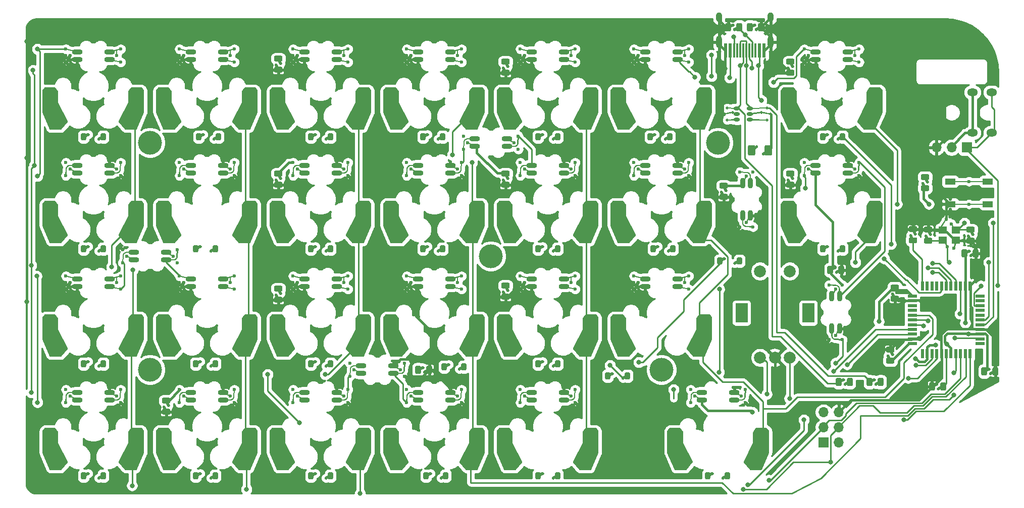
<source format=gbr>
%TF.GenerationSoftware,KiCad,Pcbnew,(5.1.9-0-10_14)*%
%TF.CreationDate,2021-01-21T14:35:15+08:00*%
%TF.ProjectId,kb-split,6b622d73-706c-4697-942e-6b696361645f,rev?*%
%TF.SameCoordinates,Original*%
%TF.FileFunction,Copper,L1,Top*%
%TF.FilePolarity,Positive*%
%FSLAX46Y46*%
G04 Gerber Fmt 4.6, Leading zero omitted, Abs format (unit mm)*
G04 Created by KiCad (PCBNEW (5.1.9-0-10_14)) date 2021-01-21 14:35:15*
%MOMM*%
%LPD*%
G01*
G04 APERTURE LIST*
%TA.AperFunction,ComponentPad*%
%ADD10O,1.800000X1.300000*%
%TD*%
%TA.AperFunction,SMDPad,CuDef*%
%ADD11C,0.100000*%
%TD*%
%TA.AperFunction,ComponentPad*%
%ADD12C,0.600000*%
%TD*%
%TA.AperFunction,SMDPad,CuDef*%
%ADD13R,1.400000X1.200000*%
%TD*%
%TA.AperFunction,SMDPad,CuDef*%
%ADD14R,1.500000X0.550000*%
%TD*%
%TA.AperFunction,SMDPad,CuDef*%
%ADD15R,0.550000X1.500000*%
%TD*%
%TA.AperFunction,ComponentPad*%
%ADD16O,1.000000X2.100000*%
%TD*%
%TA.AperFunction,ComponentPad*%
%ADD17O,1.000000X1.600000*%
%TD*%
%TA.AperFunction,SMDPad,CuDef*%
%ADD18R,0.570000X2.450000*%
%TD*%
%TA.AperFunction,SMDPad,CuDef*%
%ADD19R,0.300000X2.450000*%
%TD*%
%TA.AperFunction,ComponentPad*%
%ADD20C,0.500000*%
%TD*%
%TA.AperFunction,SMDPad,CuDef*%
%ADD21O,0.820000X1.800000*%
%TD*%
%TA.AperFunction,ComponentPad*%
%ADD22C,4.000000*%
%TD*%
%TA.AperFunction,SMDPad,CuDef*%
%ADD23O,1.800000X0.820000*%
%TD*%
%TA.AperFunction,SMDPad,CuDef*%
%ADD24O,1.060000X0.650000*%
%TD*%
%TA.AperFunction,SMDPad,CuDef*%
%ADD25R,1.700000X1.000000*%
%TD*%
%TA.AperFunction,ComponentPad*%
%ADD26C,0.800000*%
%TD*%
%TA.AperFunction,SMDPad,CuDef*%
%ADD27R,2.150000X2.500000*%
%TD*%
%TA.AperFunction,SMDPad,CuDef*%
%ADD28R,2.350000X2.500000*%
%TD*%
%TA.AperFunction,ComponentPad*%
%ADD29C,2.000000*%
%TD*%
%TA.AperFunction,ComponentPad*%
%ADD30R,2.000000X3.200000*%
%TD*%
%TA.AperFunction,ComponentPad*%
%ADD31O,1.700000X1.700000*%
%TD*%
%TA.AperFunction,ComponentPad*%
%ADD32R,1.700000X1.700000*%
%TD*%
%TA.AperFunction,ViaPad*%
%ADD33C,0.800000*%
%TD*%
%TA.AperFunction,Conductor*%
%ADD34C,0.254000*%
%TD*%
%TA.AperFunction,Conductor*%
%ADD35C,0.381000*%
%TD*%
%TA.AperFunction,Conductor*%
%ADD36C,0.100000*%
%TD*%
G04 APERTURE END LIST*
D10*
%TO.P,J3,T*%
%TO.N,GND*%
X251088000Y-60608000D03*
X251088000Y-67408000D03*
%TO.P,J3,R*%
%TO.N,+5V*%
X254588000Y-67408000D03*
X254588000Y-60608000D03*
%TO.P,J3,S*%
%TO.N,SERIAL*%
X257788000Y-60608000D03*
X257788000Y-67408000D03*
%TD*%
%TA.AperFunction,SMDPad,CuDef*%
D11*
%TO.P,Y1,4*%
%TO.N,GND*%
G36*
X250104988Y-81882244D02*
G01*
X250114689Y-81883403D01*
X250124232Y-81885502D01*
X250133523Y-81888522D01*
X250142475Y-81892435D01*
X250151003Y-81897201D01*
X250159025Y-81902779D01*
X250166465Y-81909112D01*
X250173250Y-81916141D01*
X250179318Y-81923799D01*
X250184609Y-81932011D01*
X250189074Y-81940701D01*
X250192669Y-81949786D01*
X250195361Y-81959178D01*
X250197123Y-81968787D01*
X250197939Y-81978523D01*
X250197802Y-81988292D01*
X250196712Y-81998001D01*
X250194679Y-82007557D01*
X250191724Y-82016870D01*
X250187874Y-82025849D01*
X250183166Y-82034410D01*
X249383166Y-83334410D01*
X249382426Y-83335593D01*
X249376793Y-83343577D01*
X249370408Y-83350971D01*
X249363332Y-83357708D01*
X249355633Y-83363722D01*
X249347383Y-83368956D01*
X249338661Y-83373360D01*
X249329552Y-83376892D01*
X249320142Y-83379517D01*
X249310520Y-83381213D01*
X249300779Y-83381961D01*
X249291012Y-83381755D01*
X249281311Y-83380597D01*
X249271769Y-83378498D01*
X249262477Y-83375478D01*
X249253525Y-83371565D01*
X249244997Y-83366798D01*
X249236975Y-83361221D01*
X249229535Y-83354888D01*
X249222750Y-83347859D01*
X249216682Y-83340201D01*
X249211391Y-83331989D01*
X249206926Y-83323299D01*
X249203331Y-83314214D01*
X249200639Y-83304822D01*
X249198877Y-83295213D01*
X249198061Y-83285477D01*
X249198198Y-83275708D01*
X249199288Y-83265999D01*
X249201321Y-83256443D01*
X249204276Y-83247130D01*
X249208126Y-83238151D01*
X249212834Y-83229590D01*
X250012834Y-81929590D01*
X250013574Y-81928406D01*
X250019207Y-81920423D01*
X250025592Y-81913028D01*
X250032668Y-81906292D01*
X250040367Y-81900278D01*
X250048617Y-81895044D01*
X250057339Y-81890640D01*
X250066448Y-81887108D01*
X250075858Y-81884482D01*
X250085480Y-81882787D01*
X250095221Y-81882039D01*
X250104988Y-81882244D01*
G37*
%TD.AperFunction*%
%TA.AperFunction,SMDPad,CuDef*%
%TO.P,Y1,3*%
%TO.N,XTAL2*%
G36*
X251008296Y-82582532D02*
G01*
X251017954Y-82584011D01*
X251027420Y-82586426D01*
X251036607Y-82589753D01*
X251045424Y-82593960D01*
X251053789Y-82599008D01*
X251061621Y-82604849D01*
X251068847Y-82611425D01*
X251075395Y-82618675D01*
X251081205Y-82626530D01*
X251681205Y-83526530D01*
X251681971Y-83527697D01*
X251682828Y-83529175D01*
X251683773Y-83530590D01*
X251685262Y-83533375D01*
X251686870Y-83536150D01*
X251687590Y-83537730D01*
X251688399Y-83539244D01*
X251689596Y-83542135D01*
X251690920Y-83545041D01*
X251691491Y-83546709D01*
X251692154Y-83548311D01*
X251693060Y-83551296D01*
X251694082Y-83554285D01*
X251694490Y-83556010D01*
X251695003Y-83557702D01*
X251695607Y-83560739D01*
X251696329Y-83563793D01*
X251696570Y-83565577D01*
X251696918Y-83567327D01*
X251697220Y-83570395D01*
X251697636Y-83573475D01*
X251697702Y-83575286D01*
X251697880Y-83577093D01*
X251697880Y-83580167D01*
X251697992Y-83583239D01*
X251697880Y-83585065D01*
X251697880Y-83586907D01*
X251697581Y-83589944D01*
X251697394Y-83592991D01*
X251697100Y-83594822D01*
X251696918Y-83596673D01*
X251696328Y-83599641D01*
X251695847Y-83602637D01*
X251695370Y-83604455D01*
X251695003Y-83606298D01*
X251694133Y-83609167D01*
X251693366Y-83612087D01*
X251692705Y-83613874D01*
X251692154Y-83615689D01*
X251691014Y-83618441D01*
X251689975Y-83621249D01*
X251689137Y-83622975D01*
X251688399Y-83624756D01*
X251686994Y-83627385D01*
X251685706Y-83630037D01*
X251684691Y-83631693D01*
X251683773Y-83633410D01*
X251682139Y-83635856D01*
X251680600Y-83638366D01*
X251679417Y-83639930D01*
X251678321Y-83641570D01*
X251676467Y-83643829D01*
X251674705Y-83646158D01*
X251673357Y-83647618D01*
X251672095Y-83649156D01*
X251670047Y-83651204D01*
X251668078Y-83653337D01*
X251666579Y-83654672D01*
X251665156Y-83656095D01*
X251662930Y-83657922D01*
X251660782Y-83659835D01*
X251659144Y-83661029D01*
X251657570Y-83662321D01*
X251655200Y-83663905D01*
X251652888Y-83665590D01*
X251651115Y-83666634D01*
X251649410Y-83667773D01*
X251646910Y-83669110D01*
X251644468Y-83670547D01*
X251642599Y-83671414D01*
X251640756Y-83672399D01*
X251638171Y-83673470D01*
X251635606Y-83674660D01*
X251633609Y-83675359D01*
X251631689Y-83676154D01*
X251629035Y-83676959D01*
X251626385Y-83677887D01*
X251624321Y-83678389D01*
X251622298Y-83679003D01*
X251619589Y-83679542D01*
X251616892Y-83680199D01*
X251614779Y-83680499D01*
X251612673Y-83680918D01*
X251609942Y-83681187D01*
X251607220Y-83681574D01*
X251605062Y-83681668D01*
X251602907Y-83681880D01*
X251600176Y-83681880D01*
X251597459Y-83681998D01*
X251595287Y-83681880D01*
X251593093Y-83681880D01*
X251590390Y-83681614D01*
X251587703Y-83681468D01*
X251585533Y-83681135D01*
X251583327Y-83680918D01*
X251580687Y-83680393D01*
X251578046Y-83679988D01*
X251575893Y-83679439D01*
X251573702Y-83679003D01*
X251571163Y-83678233D01*
X251568580Y-83677574D01*
X251566462Y-83676807D01*
X251564311Y-83676154D01*
X251561888Y-83675151D01*
X251559393Y-83674247D01*
X251557342Y-83673268D01*
X251555244Y-83672399D01*
X251552943Y-83671169D01*
X251550575Y-83670039D01*
X251548606Y-83668851D01*
X251546590Y-83667773D01*
X251544429Y-83666329D01*
X251542211Y-83664991D01*
X251540354Y-83663607D01*
X251538430Y-83662321D01*
X251536448Y-83660694D01*
X251534378Y-83659151D01*
X251532649Y-83657577D01*
X251530844Y-83656095D01*
X251529048Y-83654299D01*
X251527153Y-83652574D01*
X251525565Y-83650816D01*
X251523905Y-83649156D01*
X251522310Y-83647213D01*
X251520604Y-83645324D01*
X251519181Y-83643401D01*
X251517679Y-83641570D01*
X251516291Y-83639493D01*
X251514795Y-83637470D01*
X250914795Y-82737470D01*
X250914029Y-82736303D01*
X250909130Y-82727850D01*
X250905080Y-82718959D01*
X250901917Y-82709715D01*
X250899671Y-82700207D01*
X250898364Y-82690525D01*
X250898008Y-82680761D01*
X250898606Y-82671009D01*
X250900153Y-82661363D01*
X250902634Y-82651913D01*
X250906025Y-82642751D01*
X250910294Y-82633963D01*
X250915400Y-82625634D01*
X250921295Y-82617842D01*
X250927921Y-82610663D01*
X250935218Y-82604165D01*
X250943112Y-82598409D01*
X250951531Y-82593453D01*
X250960394Y-82589340D01*
X250969615Y-82586113D01*
X250979108Y-82583801D01*
X250988780Y-82582426D01*
X250998541Y-82582001D01*
X251008296Y-82582532D01*
G37*
%TD.AperFunction*%
D12*
%TO.P,Y1,4*%
%TO.N,GND*%
X250198000Y-81982000D03*
%TO.P,Y1,3*%
%TO.N,XTAL2*%
X250998000Y-82682000D03*
%TA.AperFunction,SMDPad,CuDef*%
D11*
%TO.P,Y1,2*%
%TO.N,GND*%
G36*
X251927346Y-85284165D02*
G01*
X251946596Y-85287994D01*
X251965378Y-85293691D01*
X251983511Y-85301202D01*
X252000821Y-85310454D01*
X252017140Y-85321358D01*
X252032312Y-85333810D01*
X252046190Y-85347688D01*
X252058642Y-85362860D01*
X252069546Y-85379179D01*
X252078798Y-85396489D01*
X252086309Y-85414622D01*
X252092006Y-85433404D01*
X252095835Y-85452654D01*
X252097759Y-85472186D01*
X252097759Y-85491814D01*
X252095835Y-85511346D01*
X252092006Y-85530596D01*
X252086309Y-85549378D01*
X252078798Y-85567511D01*
X252069546Y-85584821D01*
X252058642Y-85601140D01*
X252046190Y-85616312D01*
X252032312Y-85630190D01*
X252017140Y-85642642D01*
X252000821Y-85653546D01*
X251983511Y-85662798D01*
X251965378Y-85670309D01*
X251946596Y-85676006D01*
X251942694Y-85676782D01*
X251593578Y-86811409D01*
X251593158Y-86812740D01*
X251589704Y-86821879D01*
X251585375Y-86830638D01*
X251580212Y-86838932D01*
X251574264Y-86846683D01*
X251567588Y-86853816D01*
X251560247Y-86860264D01*
X251552313Y-86865965D01*
X251543860Y-86870864D01*
X251534970Y-86874915D01*
X251525727Y-86878079D01*
X251516219Y-86880326D01*
X251506537Y-86881635D01*
X251496774Y-86881992D01*
X251487022Y-86881396D01*
X251477375Y-86879849D01*
X251467925Y-86877371D01*
X251458762Y-86873980D01*
X251449973Y-86869713D01*
X251441643Y-86864607D01*
X251433851Y-86858713D01*
X251426672Y-86852088D01*
X251420173Y-86844793D01*
X251414417Y-86836898D01*
X251409459Y-86828480D01*
X251405346Y-86819618D01*
X251402117Y-86810397D01*
X251399803Y-86800905D01*
X251398427Y-86791232D01*
X251398001Y-86781471D01*
X251398530Y-86771715D01*
X251400008Y-86762058D01*
X251402422Y-86752591D01*
X251751520Y-85618022D01*
X251749810Y-85616312D01*
X251737358Y-85601140D01*
X251726454Y-85584821D01*
X251717202Y-85567511D01*
X251709691Y-85549378D01*
X251703994Y-85530596D01*
X251700165Y-85511346D01*
X251698241Y-85491814D01*
X251698241Y-85472186D01*
X251700165Y-85452654D01*
X251703994Y-85433404D01*
X251709691Y-85414622D01*
X251717202Y-85396489D01*
X251726454Y-85379179D01*
X251737358Y-85362860D01*
X251749810Y-85347688D01*
X251763688Y-85333810D01*
X251778860Y-85321358D01*
X251795179Y-85310454D01*
X251812489Y-85301202D01*
X251830622Y-85293691D01*
X251849404Y-85287994D01*
X251868654Y-85284165D01*
X251888186Y-85282241D01*
X251907814Y-85282241D01*
X251927346Y-85284165D01*
G37*
%TD.AperFunction*%
D12*
X251498000Y-86782000D03*
%TA.AperFunction,SMDPad,CuDef*%
D11*
%TO.P,Y1,1*%
%TO.N,XTAL1*%
G36*
X249603580Y-84882156D02*
G01*
X249613296Y-84883177D01*
X249622867Y-84885142D01*
X249632200Y-84888030D01*
X249641206Y-84891816D01*
X249649801Y-84896463D01*
X249657901Y-84901926D01*
X249665429Y-84908153D01*
X249672313Y-84915086D01*
X249678489Y-84922657D01*
X249683895Y-84930794D01*
X249688482Y-84939420D01*
X250488482Y-86639420D01*
X250489067Y-86640687D01*
X250492664Y-86649771D01*
X250495357Y-86659162D01*
X250497121Y-86668772D01*
X250497939Y-86678507D01*
X250497803Y-86688276D01*
X250496714Y-86697986D01*
X250494682Y-86707543D01*
X250491728Y-86716855D01*
X250487880Y-86725835D01*
X250483173Y-86734396D01*
X250477654Y-86742457D01*
X250471374Y-86749942D01*
X250464394Y-86756778D01*
X250456780Y-86762900D01*
X250448604Y-86768250D01*
X250439947Y-86772777D01*
X250430888Y-86776437D01*
X250421516Y-86779196D01*
X250411919Y-86781026D01*
X250402189Y-86781912D01*
X250392420Y-86781844D01*
X250382704Y-86780823D01*
X250373133Y-86778858D01*
X250363800Y-86775969D01*
X250354793Y-86772184D01*
X250346199Y-86767537D01*
X250338099Y-86762074D01*
X250330571Y-86755847D01*
X250323687Y-86748914D01*
X250317511Y-86741343D01*
X250312104Y-86733205D01*
X250307518Y-86724579D01*
X249507518Y-85024580D01*
X249506933Y-85023312D01*
X249503335Y-85014228D01*
X249500642Y-85004837D01*
X249498879Y-84995228D01*
X249498061Y-84985492D01*
X249498197Y-84975723D01*
X249499286Y-84966013D01*
X249501317Y-84956457D01*
X249504272Y-84947145D01*
X249508120Y-84938164D01*
X249512827Y-84929603D01*
X249518346Y-84921542D01*
X249524626Y-84914058D01*
X249531606Y-84907222D01*
X249539220Y-84901099D01*
X249547395Y-84895750D01*
X249556053Y-84891223D01*
X249565112Y-84887563D01*
X249574484Y-84884804D01*
X249584081Y-84882973D01*
X249593811Y-84882088D01*
X249603580Y-84882156D01*
G37*
%TD.AperFunction*%
D12*
X250398000Y-86482000D03*
D13*
%TO.P,Y1,4*%
%TO.N,GND*%
X249598000Y-83732000D03*
%TO.P,Y1,3*%
%TO.N,XTAL2*%
X251798000Y-83732000D03*
%TO.P,Y1,2*%
%TO.N,GND*%
X251798000Y-85432000D03*
%TO.P,Y1,1*%
%TO.N,XTAL1*%
X249598000Y-85432000D03*
%TD*%
D14*
%TO.P,U2,44*%
%TO.N,+5V*%
X244490000Y-102806000D03*
%TO.P,U2,43*%
%TO.N,GND*%
X244490000Y-102006000D03*
%TO.P,U2,42*%
%TO.N,LED*%
X244490000Y-101206000D03*
%TO.P,U2,41*%
%TO.N,COL4*%
X244490000Y-100406000D03*
%TO.P,U2,40*%
%TO.N,ENC0*%
X244490000Y-99606000D03*
%TO.P,U2,39*%
%TO.N,ENC1*%
X244490000Y-98806000D03*
%TO.P,U2,38*%
%TO.N,COL5*%
X244490000Y-98006000D03*
%TO.P,U2,37*%
%TO.N,Net-(U2-Pad37)*%
X244490000Y-97206000D03*
%TO.P,U2,36*%
%TO.N,Net-(U2-Pad36)*%
X244490000Y-96406000D03*
%TO.P,U2,35*%
%TO.N,GND*%
X244490000Y-95606000D03*
%TO.P,U2,34*%
%TO.N,+5V*%
X244490000Y-94806000D03*
D15*
%TO.P,U2,33*%
%TO.N,Net-(R6-Pad1)*%
X246190000Y-93106000D03*
%TO.P,U2,32*%
%TO.N,Net-(U2-Pad32)*%
X246990000Y-93106000D03*
%TO.P,U2,31*%
%TO.N,Net-(U2-Pad31)*%
X247790000Y-93106000D03*
%TO.P,U2,30*%
%TO.N,Net-(U2-Pad30)*%
X248590000Y-93106000D03*
%TO.P,U2,29*%
%TO.N,ROW2*%
X249390000Y-93106000D03*
%TO.P,U2,28*%
%TO.N,ROW1*%
X250190000Y-93106000D03*
%TO.P,U2,27*%
%TO.N,COL6*%
X250990000Y-93106000D03*
%TO.P,U2,26*%
%TO.N,ROW0*%
X251790000Y-93106000D03*
%TO.P,U2,25*%
%TO.N,ROW3*%
X252590000Y-93106000D03*
%TO.P,U2,24*%
%TO.N,+5V*%
X253390000Y-93106000D03*
%TO.P,U2,23*%
%TO.N,GND*%
X254190000Y-93106000D03*
D14*
%TO.P,U2,22*%
%TO.N,Net-(U2-Pad22)*%
X255890000Y-94806000D03*
%TO.P,U2,21*%
%TO.N,Net-(U2-Pad21)*%
X255890000Y-95606000D03*
%TO.P,U2,20*%
%TO.N,SERIAL*%
X255890000Y-96406000D03*
%TO.P,U2,19*%
%TO.N,Net-(U2-Pad19)*%
X255890000Y-97206000D03*
%TO.P,U2,18*%
%TO.N,Net-(U2-Pad18)*%
X255890000Y-98006000D03*
%TO.P,U2,17*%
%TO.N,XTAL1*%
X255890000Y-98806000D03*
%TO.P,U2,16*%
%TO.N,XTAL2*%
X255890000Y-99606000D03*
%TO.P,U2,15*%
%TO.N,GND*%
X255890000Y-100406000D03*
%TO.P,U2,14*%
%TO.N,+5V*%
X255890000Y-101206000D03*
%TO.P,U2,13*%
%TO.N,RESET*%
X255890000Y-102006000D03*
%TO.P,U2,12*%
%TO.N,Net-(U2-Pad12)*%
X255890000Y-102806000D03*
D15*
%TO.P,U2,11*%
%TO.N,COL0*%
X254190000Y-104506000D03*
%TO.P,U2,10*%
%TO.N,COL1*%
X253390000Y-104506000D03*
%TO.P,U2,9*%
%TO.N,COL2*%
X252590000Y-104506000D03*
%TO.P,U2,8*%
%TO.N,COL3*%
X251790000Y-104506000D03*
%TO.P,U2,7*%
%TO.N,+5V*%
X250990000Y-104506000D03*
%TO.P,U2,6*%
%TO.N,Net-(C15-Pad1)*%
X250190000Y-104506000D03*
%TO.P,U2,5*%
%TO.N,GND*%
X249390000Y-104506000D03*
%TO.P,U2,4*%
%TO.N,Net-(R4-Pad2)*%
X248590000Y-104506000D03*
%TO.P,U2,3*%
%TO.N,Net-(R5-Pad2)*%
X247790000Y-104506000D03*
%TO.P,U2,2*%
%TO.N,+5V*%
X246990000Y-104506000D03*
%TO.P,U2,1*%
%TO.N,Net-(U2-Pad1)*%
X246190000Y-104506000D03*
%TD*%
D16*
%TO.P,J1,S1*%
%TO.N,GND*%
X212088000Y-52150750D03*
D17*
X212088000Y-47970750D03*
D16*
X220728000Y-52150750D03*
D17*
X220728000Y-47970750D03*
D18*
%TO.P,J1,B1*%
X213183000Y-53565750D03*
%TO.P,J1,B4*%
%TO.N,VBUS*%
X213958000Y-53565750D03*
D19*
%TO.P,J1,B5*%
%TO.N,Net-(J1-PadB5)*%
X214658000Y-53565750D03*
%TO.P,J1,~*%
%TO.N,N/C*%
X215158000Y-53565750D03*
%TO.P,J1,B6*%
%TO.N,D+*%
X215658000Y-53565750D03*
%TO.P,J1,A7*%
%TO.N,D-*%
X216158000Y-53565750D03*
%TO.P,J1,A6*%
%TO.N,D+*%
X216658000Y-53565750D03*
%TO.P,J1,B7*%
%TO.N,D-*%
X217158000Y-53565750D03*
%TO.P,J1,A5*%
%TO.N,Net-(J1-PadA5)*%
X217658000Y-53565750D03*
%TO.P,J1,~*%
%TO.N,N/C*%
X218158000Y-53565750D03*
D18*
%TO.P,J1,A4*%
%TO.N,VBUS*%
X218858000Y-53565750D03*
%TO.P,J1,A1*%
%TO.N,GND*%
X219633000Y-53565750D03*
%TD*%
%TO.P,R1,2*%
%TO.N,GND*%
%TA.AperFunction,SMDPad,CuDef*%
G36*
G01*
X214101500Y-49232500D02*
X214101500Y-50145000D01*
G75*
G02*
X213857750Y-50388750I-243750J0D01*
G01*
X213370250Y-50388750D01*
G75*
G02*
X213126500Y-50145000I0J243750D01*
G01*
X213126500Y-49232500D01*
G75*
G02*
X213370250Y-48988750I243750J0D01*
G01*
X213857750Y-48988750D01*
G75*
G02*
X214101500Y-49232500I0J-243750D01*
G01*
G37*
%TD.AperFunction*%
%TO.P,R1,1*%
%TO.N,Net-(J1-PadA5)*%
%TA.AperFunction,SMDPad,CuDef*%
G36*
G01*
X215976500Y-49232500D02*
X215976500Y-50145000D01*
G75*
G02*
X215732750Y-50388750I-243750J0D01*
G01*
X215245250Y-50388750D01*
G75*
G02*
X215001500Y-50145000I0J243750D01*
G01*
X215001500Y-49232500D01*
G75*
G02*
X215245250Y-48988750I243750J0D01*
G01*
X215732750Y-48988750D01*
G75*
G02*
X215976500Y-49232500I0J-243750D01*
G01*
G37*
%TD.AperFunction*%
D20*
X214678500Y-50069750D03*
%TO.P,R1,2*%
%TO.N,GND*%
X214424500Y-49307750D03*
%TA.AperFunction,SMDPad,CuDef*%
D11*
%TO.P,R1,1*%
%TO.N,Net-(J1-PadA5)*%
G36*
X214654099Y-50318556D02*
G01*
X214629935Y-50314987D01*
X214606236Y-50309078D01*
X214583227Y-50300884D01*
X214561127Y-50290484D01*
X214540147Y-50277977D01*
X214520488Y-50263482D01*
X214502337Y-50247139D01*
X214485868Y-50229101D01*
X214471237Y-50209543D01*
X214458585Y-50188650D01*
X214448032Y-50166623D01*
X214439679Y-50143671D01*
X214433605Y-50120014D01*
X214429869Y-50095876D01*
X214428506Y-50071489D01*
X214429530Y-50047086D01*
X214432930Y-50022899D01*
X214438674Y-49999159D01*
X214446706Y-49976092D01*
X214456952Y-49953920D01*
X214469312Y-49932854D01*
X214483669Y-49913094D01*
X214499886Y-49894829D01*
X214517808Y-49878235D01*
X214537263Y-49863468D01*
X214558067Y-49850670D01*
X214580020Y-49839964D01*
X215469020Y-49458964D01*
X215472238Y-49457611D01*
X215495248Y-49449418D01*
X215518947Y-49443510D01*
X215543110Y-49439942D01*
X215567506Y-49438750D01*
X215591901Y-49439944D01*
X215616065Y-49443513D01*
X215639764Y-49449422D01*
X215662773Y-49457616D01*
X215684873Y-49468016D01*
X215705853Y-49480523D01*
X215725512Y-49495018D01*
X215743663Y-49511361D01*
X215760132Y-49529399D01*
X215774763Y-49548957D01*
X215787415Y-49569850D01*
X215797968Y-49591876D01*
X215806321Y-49614829D01*
X215812395Y-49638486D01*
X215816131Y-49662624D01*
X215817494Y-49687011D01*
X215816470Y-49711414D01*
X215813070Y-49735601D01*
X215807326Y-49759341D01*
X215799294Y-49782407D01*
X215789048Y-49804579D01*
X215776688Y-49825646D01*
X215762331Y-49845406D01*
X215746114Y-49863671D01*
X215728192Y-49880265D01*
X215708737Y-49895032D01*
X215687933Y-49907830D01*
X215665980Y-49918536D01*
X214776980Y-50299536D01*
X214773762Y-50300889D01*
X214750752Y-50309082D01*
X214727053Y-50314990D01*
X214702890Y-50318557D01*
X214678495Y-50319750D01*
X214654099Y-50318556D01*
G37*
%TD.AperFunction*%
%TA.AperFunction,SMDPad,CuDef*%
%TO.P,R1,2*%
%TO.N,GND*%
G36*
X213511099Y-49937556D02*
G01*
X213486935Y-49933987D01*
X213463236Y-49928078D01*
X213440227Y-49919884D01*
X213418127Y-49909484D01*
X213397147Y-49896977D01*
X213377488Y-49882482D01*
X213359337Y-49866139D01*
X213342868Y-49848101D01*
X213328237Y-49828543D01*
X213315585Y-49807650D01*
X213305032Y-49785623D01*
X213296679Y-49762671D01*
X213290605Y-49739014D01*
X213286869Y-49714876D01*
X213285506Y-49690489D01*
X213286530Y-49666086D01*
X213289930Y-49641899D01*
X213295674Y-49618159D01*
X213303706Y-49595092D01*
X213313952Y-49572920D01*
X213326312Y-49551854D01*
X213340669Y-49532094D01*
X213356886Y-49513829D01*
X213374808Y-49497235D01*
X213394263Y-49482468D01*
X213415067Y-49469670D01*
X213437020Y-49458964D01*
X214326020Y-49077964D01*
X214329238Y-49076611D01*
X214352248Y-49068418D01*
X214375947Y-49062510D01*
X214400110Y-49058942D01*
X214424506Y-49057750D01*
X214448901Y-49058944D01*
X214473065Y-49062513D01*
X214496764Y-49068422D01*
X214519773Y-49076616D01*
X214541873Y-49087016D01*
X214562853Y-49099523D01*
X214582512Y-49114018D01*
X214600663Y-49130361D01*
X214617132Y-49148399D01*
X214631763Y-49167957D01*
X214644415Y-49188850D01*
X214654968Y-49210876D01*
X214663321Y-49233829D01*
X214669395Y-49257486D01*
X214673131Y-49281624D01*
X214674494Y-49306011D01*
X214673470Y-49330414D01*
X214670070Y-49354601D01*
X214664326Y-49378341D01*
X214656294Y-49401407D01*
X214646048Y-49423579D01*
X214633688Y-49444646D01*
X214619331Y-49464406D01*
X214603114Y-49482671D01*
X214585192Y-49499265D01*
X214565737Y-49514032D01*
X214544933Y-49526830D01*
X214522980Y-49537536D01*
X213633980Y-49918536D01*
X213630762Y-49919889D01*
X213607752Y-49928082D01*
X213584053Y-49933990D01*
X213559890Y-49937557D01*
X213535495Y-49938750D01*
X213511099Y-49937556D01*
G37*
%TD.AperFunction*%
%TD*%
%TA.AperFunction,SMDPad,CuDef*%
%TO.P,LED25,2*%
%TO.N,Net-(LED18-Pad4)*%
G36*
X232382990Y-94837396D02*
G01*
X232382377Y-94847147D01*
X232380815Y-94856791D01*
X232378319Y-94866237D01*
X232374914Y-94875394D01*
X232370631Y-94884175D01*
X232365511Y-94892497D01*
X232359604Y-94900279D01*
X232352966Y-94907447D01*
X232345660Y-94913934D01*
X232337756Y-94919676D01*
X232329330Y-94924620D01*
X232320461Y-94928718D01*
X232311234Y-94931931D01*
X232301738Y-94934229D01*
X232292063Y-94935588D01*
X232282302Y-94935998D01*
X232272547Y-94935452D01*
X232262892Y-94933958D01*
X232253429Y-94931528D01*
X232244248Y-94928186D01*
X232235438Y-94923965D01*
X232227081Y-94918904D01*
X232219258Y-94913051D01*
X232212043Y-94906463D01*
X232205506Y-94899203D01*
X232199708Y-94891339D01*
X232194705Y-94882947D01*
X232190545Y-94874107D01*
X232187268Y-94864903D01*
X232184904Y-94855423D01*
X232183477Y-94845758D01*
X232183000Y-94836000D01*
X232183000Y-93638124D01*
X232182453Y-93614042D01*
X232177413Y-93560717D01*
X232167440Y-93509411D01*
X232152512Y-93459335D01*
X232132768Y-93410955D01*
X232108396Y-93364728D01*
X232079624Y-93321092D01*
X232046739Y-93280484D01*
X232010051Y-93243279D01*
X231969898Y-93209825D01*
X231926676Y-93180451D01*
X231880788Y-93155433D01*
X231832697Y-93135020D01*
X231782831Y-93119393D01*
X231733607Y-93109109D01*
X230541861Y-93035811D01*
X230540468Y-93035716D01*
X230530773Y-93034505D01*
X230521243Y-93032354D01*
X230511969Y-93029283D01*
X230503038Y-93025322D01*
X230494536Y-93020508D01*
X230486544Y-93014887D01*
X230479140Y-93008514D01*
X230472393Y-93001448D01*
X230466366Y-92993758D01*
X230461120Y-92985516D01*
X230456703Y-92976802D01*
X230453157Y-92967698D01*
X230450517Y-92958292D01*
X230448806Y-92948672D01*
X230448043Y-92938932D01*
X230448233Y-92929165D01*
X230449377Y-92919461D01*
X230451461Y-92909916D01*
X230454468Y-92900620D01*
X230458367Y-92891662D01*
X230463121Y-92883128D01*
X230468685Y-92875097D01*
X230475007Y-92867648D01*
X230482026Y-92860851D01*
X230489673Y-92854772D01*
X230497879Y-92849468D01*
X230506562Y-92844990D01*
X230515641Y-92841380D01*
X230525028Y-92838674D01*
X230534636Y-92836897D01*
X230544370Y-92836066D01*
X230554139Y-92836189D01*
X231752922Y-92909920D01*
X231754314Y-92910015D01*
X231756769Y-92910322D01*
X231758137Y-92910403D01*
X231760814Y-92910827D01*
X231764009Y-92911226D01*
X231765596Y-92911584D01*
X231767786Y-92911931D01*
X231828514Y-92924618D01*
X231829878Y-92924914D01*
X231833876Y-92926015D01*
X231837968Y-92927081D01*
X231897168Y-92945633D01*
X231898497Y-92946060D01*
X231902409Y-92947562D01*
X231906337Y-92949007D01*
X231963427Y-92973241D01*
X231963445Y-92973247D01*
X231963465Y-92973256D01*
X231964726Y-92973802D01*
X231968430Y-92975657D01*
X231972241Y-92977499D01*
X232026710Y-93007197D01*
X232026711Y-93007197D01*
X232026721Y-93007203D01*
X232027931Y-93007874D01*
X232031465Y-93010098D01*
X232035050Y-93012287D01*
X232086362Y-93047159D01*
X232087511Y-93047952D01*
X232090816Y-93050516D01*
X232094164Y-93053038D01*
X232141827Y-93092749D01*
X232142893Y-93093651D01*
X232145924Y-93096517D01*
X232149019Y-93099363D01*
X232192580Y-93143537D01*
X232193553Y-93144538D01*
X232196294Y-93147691D01*
X232199092Y-93150820D01*
X232238135Y-93199034D01*
X232239005Y-93200125D01*
X232241422Y-93203525D01*
X232243905Y-93206918D01*
X232278056Y-93258711D01*
X232278816Y-93259882D01*
X232280911Y-93263539D01*
X232283029Y-93267121D01*
X232311958Y-93321991D01*
X232311963Y-93321999D01*
X232311968Y-93322009D01*
X232312605Y-93323239D01*
X232314314Y-93327040D01*
X232316092Y-93330854D01*
X232339533Y-93388294D01*
X232340051Y-93389590D01*
X232341386Y-93393557D01*
X232342778Y-93397509D01*
X232360502Y-93456962D01*
X232360891Y-93458303D01*
X232361829Y-93462363D01*
X232362833Y-93466450D01*
X232374671Y-93527350D01*
X232374927Y-93528722D01*
X232375466Y-93532867D01*
X232376064Y-93537021D01*
X232381902Y-93598785D01*
X232382024Y-93600175D01*
X232382115Y-93603058D01*
X232382320Y-93605925D01*
X232382974Y-93634730D01*
X232382996Y-93636126D01*
X232382979Y-93636561D01*
X232383000Y-93637000D01*
X232383000Y-94836000D01*
X232382990Y-94837396D01*
G37*
%TD.AperFunction*%
%TA.AperFunction,SMDPad,CuDef*%
%TO.P,LED25,1*%
%TO.N,VBUS*%
G36*
X231747642Y-93644453D02*
G01*
X231746342Y-93654136D01*
X231744103Y-93663646D01*
X231740946Y-93672892D01*
X231736903Y-93681785D01*
X231101903Y-94914785D01*
X231101255Y-94916022D01*
X231096245Y-94924410D01*
X231090441Y-94932269D01*
X231083897Y-94939524D01*
X231076677Y-94946105D01*
X231068849Y-94951951D01*
X231060487Y-94957005D01*
X231051673Y-94961219D01*
X231042490Y-94964552D01*
X231033024Y-94966975D01*
X231023368Y-94968460D01*
X231013614Y-94968998D01*
X231003853Y-94968580D01*
X230994179Y-94967212D01*
X230984684Y-94964908D01*
X230975461Y-94961686D01*
X230966595Y-94957581D01*
X230958173Y-94952630D01*
X230950273Y-94946881D01*
X230942973Y-94940388D01*
X230936341Y-94933213D01*
X230930441Y-94925427D01*
X230925329Y-94917101D01*
X230921054Y-94908316D01*
X230917656Y-94899156D01*
X230915168Y-94889708D01*
X230913614Y-94880062D01*
X230913008Y-94870311D01*
X230913358Y-94860547D01*
X230914658Y-94850864D01*
X230916897Y-94841354D01*
X230920054Y-94832108D01*
X230924097Y-94823215D01*
X231559097Y-93590215D01*
X231559745Y-93588978D01*
X231564755Y-93580590D01*
X231570559Y-93572731D01*
X231577103Y-93565476D01*
X231584323Y-93558895D01*
X231592151Y-93553049D01*
X231600513Y-93547995D01*
X231609327Y-93543781D01*
X231618510Y-93540447D01*
X231627976Y-93538025D01*
X231637632Y-93536540D01*
X231647386Y-93536002D01*
X231657147Y-93536419D01*
X231666821Y-93537788D01*
X231676316Y-93540092D01*
X231685539Y-93543314D01*
X231694405Y-93547419D01*
X231702827Y-93552370D01*
X231710727Y-93558119D01*
X231718027Y-93564612D01*
X231724659Y-93571787D01*
X231730559Y-93579573D01*
X231735671Y-93587899D01*
X231739946Y-93596684D01*
X231743344Y-93605844D01*
X231745832Y-93615292D01*
X231747386Y-93624938D01*
X231747992Y-93634689D01*
X231747642Y-93644453D01*
G37*
%TD.AperFunction*%
%TA.AperFunction,SMDPad,CuDef*%
%TO.P,LED25,4*%
%TO.N,Net-(LED24-Pad2)*%
G36*
X230913010Y-100234604D02*
G01*
X230913623Y-100224853D01*
X230915185Y-100215209D01*
X230917681Y-100205763D01*
X230921086Y-100196606D01*
X230925369Y-100187825D01*
X230930489Y-100179503D01*
X230936396Y-100171721D01*
X230943034Y-100164553D01*
X230950340Y-100158066D01*
X230958244Y-100152324D01*
X230966670Y-100147380D01*
X230975539Y-100143282D01*
X230984766Y-100140069D01*
X230994262Y-100137771D01*
X231003937Y-100136412D01*
X231013698Y-100136002D01*
X231023453Y-100136548D01*
X231033108Y-100138042D01*
X231042571Y-100140472D01*
X231051752Y-100143814D01*
X231060562Y-100148035D01*
X231068919Y-100153096D01*
X231076742Y-100158949D01*
X231083957Y-100165537D01*
X231090494Y-100172797D01*
X231096292Y-100180661D01*
X231101295Y-100189053D01*
X231105455Y-100197893D01*
X231108732Y-100207097D01*
X231111096Y-100216577D01*
X231112523Y-100226242D01*
X231113000Y-100236000D01*
X231113000Y-101433876D01*
X231113547Y-101457958D01*
X231118587Y-101511283D01*
X231128560Y-101562589D01*
X231143488Y-101612665D01*
X231163232Y-101661045D01*
X231187604Y-101707272D01*
X231216376Y-101750908D01*
X231249261Y-101791516D01*
X231285949Y-101828721D01*
X231326102Y-101862175D01*
X231369324Y-101891549D01*
X231415212Y-101916567D01*
X231463303Y-101936980D01*
X231513169Y-101952607D01*
X231562393Y-101962891D01*
X232754139Y-102036189D01*
X232755532Y-102036284D01*
X232765227Y-102037495D01*
X232774757Y-102039646D01*
X232784031Y-102042717D01*
X232792962Y-102046678D01*
X232801464Y-102051492D01*
X232809456Y-102057113D01*
X232816860Y-102063486D01*
X232823607Y-102070552D01*
X232829634Y-102078242D01*
X232834880Y-102086484D01*
X232839297Y-102095198D01*
X232842843Y-102104302D01*
X232845483Y-102113708D01*
X232847194Y-102123328D01*
X232847957Y-102133068D01*
X232847767Y-102142835D01*
X232846623Y-102152539D01*
X232844539Y-102162084D01*
X232841532Y-102171380D01*
X232837633Y-102180338D01*
X232832879Y-102188872D01*
X232827315Y-102196903D01*
X232820993Y-102204352D01*
X232813974Y-102211149D01*
X232806327Y-102217228D01*
X232798121Y-102222532D01*
X232789438Y-102227010D01*
X232780359Y-102230620D01*
X232770972Y-102233326D01*
X232761364Y-102235103D01*
X232751630Y-102235934D01*
X232741861Y-102235811D01*
X231543078Y-102162080D01*
X231541686Y-102161985D01*
X231539231Y-102161678D01*
X231537863Y-102161597D01*
X231535186Y-102161173D01*
X231531991Y-102160774D01*
X231530404Y-102160416D01*
X231528214Y-102160069D01*
X231467486Y-102147382D01*
X231466122Y-102147086D01*
X231462124Y-102145985D01*
X231458032Y-102144919D01*
X231398832Y-102126367D01*
X231397503Y-102125940D01*
X231393591Y-102124438D01*
X231389663Y-102122993D01*
X231332573Y-102098759D01*
X231332555Y-102098753D01*
X231332535Y-102098744D01*
X231331274Y-102098198D01*
X231327570Y-102096343D01*
X231323759Y-102094501D01*
X231269290Y-102064803D01*
X231269289Y-102064803D01*
X231269279Y-102064797D01*
X231268069Y-102064126D01*
X231264535Y-102061902D01*
X231260950Y-102059713D01*
X231209638Y-102024841D01*
X231208489Y-102024048D01*
X231205184Y-102021484D01*
X231201836Y-102018962D01*
X231154173Y-101979251D01*
X231153107Y-101978349D01*
X231150076Y-101975483D01*
X231146981Y-101972637D01*
X231103420Y-101928463D01*
X231102447Y-101927462D01*
X231099706Y-101924309D01*
X231096908Y-101921180D01*
X231057865Y-101872966D01*
X231056995Y-101871875D01*
X231054578Y-101868475D01*
X231052095Y-101865082D01*
X231017944Y-101813289D01*
X231017184Y-101812118D01*
X231015089Y-101808461D01*
X231012971Y-101804879D01*
X230984042Y-101750009D01*
X230984037Y-101750001D01*
X230984032Y-101749991D01*
X230983395Y-101748761D01*
X230981686Y-101744960D01*
X230979908Y-101741146D01*
X230956467Y-101683706D01*
X230955949Y-101682410D01*
X230954614Y-101678443D01*
X230953222Y-101674491D01*
X230935498Y-101615038D01*
X230935109Y-101613697D01*
X230934171Y-101609637D01*
X230933167Y-101605550D01*
X230921329Y-101544650D01*
X230921073Y-101543278D01*
X230920534Y-101539133D01*
X230919936Y-101534979D01*
X230914098Y-101473215D01*
X230913976Y-101471825D01*
X230913885Y-101468942D01*
X230913680Y-101466075D01*
X230913026Y-101437270D01*
X230913004Y-101435874D01*
X230913021Y-101435439D01*
X230913000Y-101435000D01*
X230913000Y-100236000D01*
X230913010Y-100234604D01*
G37*
%TD.AperFunction*%
%TA.AperFunction,SMDPad,CuDef*%
%TO.P,LED25,3*%
%TO.N,GND*%
G36*
X231548358Y-101427547D02*
G01*
X231549658Y-101417864D01*
X231551897Y-101408354D01*
X231555054Y-101399108D01*
X231559097Y-101390215D01*
X232194097Y-100157215D01*
X232194745Y-100155978D01*
X232199755Y-100147590D01*
X232205559Y-100139731D01*
X232212103Y-100132476D01*
X232219323Y-100125895D01*
X232227151Y-100120049D01*
X232235513Y-100114995D01*
X232244327Y-100110781D01*
X232253510Y-100107448D01*
X232262976Y-100105025D01*
X232272632Y-100103540D01*
X232282386Y-100103002D01*
X232292147Y-100103420D01*
X232301821Y-100104788D01*
X232311316Y-100107092D01*
X232320539Y-100110314D01*
X232329405Y-100114419D01*
X232337827Y-100119370D01*
X232345727Y-100125119D01*
X232353027Y-100131612D01*
X232359659Y-100138787D01*
X232365559Y-100146573D01*
X232370671Y-100154899D01*
X232374946Y-100163684D01*
X232378344Y-100172844D01*
X232380832Y-100182292D01*
X232382386Y-100191938D01*
X232382992Y-100201689D01*
X232382642Y-100211453D01*
X232381342Y-100221136D01*
X232379103Y-100230646D01*
X232375946Y-100239892D01*
X232371903Y-100248785D01*
X231736903Y-101481785D01*
X231736255Y-101483022D01*
X231731245Y-101491410D01*
X231725441Y-101499269D01*
X231718897Y-101506524D01*
X231711677Y-101513105D01*
X231703849Y-101518951D01*
X231695487Y-101524005D01*
X231686673Y-101528219D01*
X231677490Y-101531553D01*
X231668024Y-101533975D01*
X231658368Y-101535460D01*
X231648614Y-101535998D01*
X231638853Y-101535581D01*
X231629179Y-101534212D01*
X231619684Y-101531908D01*
X231610461Y-101528686D01*
X231601595Y-101524581D01*
X231593173Y-101519630D01*
X231585273Y-101513881D01*
X231577973Y-101507388D01*
X231571341Y-101500213D01*
X231565441Y-101492427D01*
X231560329Y-101484101D01*
X231556054Y-101475316D01*
X231552656Y-101466156D01*
X231550168Y-101456708D01*
X231548614Y-101447062D01*
X231548008Y-101437311D01*
X231548358Y-101427547D01*
G37*
%TD.AperFunction*%
D12*
%TO.P,LED25,1*%
%TO.N,VBUS*%
X231648000Y-93636000D03*
X232748000Y-92936000D03*
%TO.P,LED25,3*%
%TO.N,GND*%
X230548000Y-102136000D03*
%TO.P,LED25,2*%
%TO.N,Net-(LED18-Pad4)*%
X230548000Y-92936000D03*
%TO.P,LED25,4*%
%TO.N,Net-(LED24-Pad2)*%
X232748000Y-102136000D03*
D21*
%TO.P,LED25,1*%
%TO.N,VBUS*%
X231008000Y-94836000D03*
%TO.P,LED25,2*%
%TO.N,Net-(LED18-Pad4)*%
X232288000Y-94836000D03*
%TO.P,LED25,3*%
%TO.N,GND*%
X232288000Y-100236000D03*
%TO.P,LED25,4*%
%TO.N,Net-(LED24-Pad2)*%
X231008000Y-100236000D03*
D12*
%TO.P,LED25,3*%
%TO.N,GND*%
X231648000Y-101436000D03*
%TD*%
D20*
%TO.P,H5,1*%
%TO.N,N/C*%
X203466250Y-106096250D03*
X201346250Y-106096250D03*
X201346250Y-108216250D03*
X203466250Y-108216250D03*
X202406250Y-105656250D03*
X202406250Y-108656250D03*
X200906250Y-107156250D03*
X203906250Y-107156250D03*
D22*
X202406250Y-107156250D03*
%TD*%
D20*
%TO.P,H4,1*%
%TO.N,N/C*%
X117741250Y-106096250D03*
X115621250Y-106096250D03*
X115621250Y-108216250D03*
X117741250Y-108216250D03*
X116681250Y-105656250D03*
X116681250Y-108656250D03*
X115181250Y-107156250D03*
X118181250Y-107156250D03*
D22*
X116681250Y-107156250D03*
%TD*%
D20*
%TO.P,H3,1*%
%TO.N,N/C*%
X174891250Y-87046250D03*
X172771250Y-87046250D03*
X172771250Y-89166250D03*
X174891250Y-89166250D03*
X173831250Y-86606250D03*
X173831250Y-89606250D03*
X172331250Y-88106250D03*
X175331250Y-88106250D03*
D22*
X173831250Y-88106250D03*
%TD*%
D20*
%TO.P,H2,1*%
%TO.N,N/C*%
X212991250Y-67996250D03*
X210871250Y-67996250D03*
X210871250Y-70116250D03*
X212991250Y-70116250D03*
X211931250Y-67556250D03*
X211931250Y-70556250D03*
X210431250Y-69056250D03*
X213431250Y-69056250D03*
D22*
X211931250Y-69056250D03*
%TD*%
D20*
%TO.P,H1,1*%
%TO.N,N/C*%
X117741250Y-67996250D03*
X115621250Y-67996250D03*
X115621250Y-70116250D03*
X117741250Y-70116250D03*
X116681250Y-67556250D03*
X116681250Y-70556250D03*
X115181250Y-69056250D03*
X118181250Y-69056250D03*
D22*
X116681250Y-69056250D03*
%TD*%
%TA.AperFunction,SMDPad,CuDef*%
D11*
%TO.P,D27,1*%
%TO.N,ROW3*%
G36*
X212690920Y-125596666D02*
G01*
X212666914Y-125592159D01*
X212643464Y-125585330D01*
X212620792Y-125576245D01*
X212599113Y-125564992D01*
X212578637Y-125551677D01*
X212559558Y-125536427D01*
X212542058Y-125519388D01*
X212526303Y-125500723D01*
X212512446Y-125480609D01*
X212500618Y-125459240D01*
X212490932Y-125436818D01*
X212483479Y-125413558D01*
X212478332Y-125389681D01*
X212475539Y-125365416D01*
X212475128Y-125340995D01*
X212477102Y-125316650D01*
X212481442Y-125292614D01*
X212488106Y-125269116D01*
X212497033Y-125246380D01*
X212508134Y-125224625D01*
X212521306Y-125204055D01*
X212536422Y-125184870D01*
X212553339Y-125167252D01*
X212571893Y-125151368D01*
X212591910Y-125137371D01*
X212613197Y-125125393D01*
X213375197Y-124744393D01*
X213378330Y-124742853D01*
X213400818Y-124733324D01*
X213424130Y-124726034D01*
X213448041Y-124721054D01*
X213472325Y-124718431D01*
X213496749Y-124718190D01*
X213521080Y-124720334D01*
X213545085Y-124724841D01*
X213568536Y-124731670D01*
X213591208Y-124740755D01*
X213612887Y-124752008D01*
X213633363Y-124765323D01*
X213652442Y-124780573D01*
X213669942Y-124797613D01*
X213685697Y-124816277D01*
X213699553Y-124836391D01*
X213711382Y-124857760D01*
X213721068Y-124880182D01*
X213728521Y-124903442D01*
X213733668Y-124927319D01*
X213736461Y-124951584D01*
X213736872Y-124976005D01*
X213734898Y-125000350D01*
X213730558Y-125024386D01*
X213723894Y-125047884D01*
X213714967Y-125070620D01*
X213703866Y-125092375D01*
X213690694Y-125112945D01*
X213675578Y-125132130D01*
X213658661Y-125149748D01*
X213640107Y-125165632D01*
X213620090Y-125179630D01*
X213598803Y-125191607D01*
X212836803Y-125572607D01*
X212833670Y-125574147D01*
X212811182Y-125583676D01*
X212787870Y-125590966D01*
X212763958Y-125595946D01*
X212739675Y-125598569D01*
X212715251Y-125598810D01*
X212690920Y-125596666D01*
G37*
%TD.AperFunction*%
%TA.AperFunction,SMDPad,CuDef*%
%TO.P,D27,2*%
%TO.N,Net-(D27-Pad2)*%
G36*
X210150920Y-125215666D02*
G01*
X210126914Y-125211159D01*
X210103464Y-125204330D01*
X210080792Y-125195245D01*
X210059113Y-125183992D01*
X210038637Y-125170677D01*
X210019558Y-125155427D01*
X210002058Y-125138388D01*
X209986303Y-125119723D01*
X209972446Y-125099609D01*
X209960618Y-125078240D01*
X209950932Y-125055818D01*
X209943479Y-125032558D01*
X209938332Y-125008681D01*
X209935539Y-124984416D01*
X209935128Y-124959995D01*
X209937102Y-124935650D01*
X209941442Y-124911614D01*
X209948106Y-124888116D01*
X209957033Y-124865380D01*
X209968134Y-124843625D01*
X209981306Y-124823055D01*
X209996422Y-124803870D01*
X210013339Y-124786252D01*
X210031893Y-124770368D01*
X210051910Y-124756371D01*
X210073197Y-124744393D01*
X210835197Y-124363393D01*
X210838330Y-124361853D01*
X210860818Y-124352324D01*
X210884130Y-124345034D01*
X210908041Y-124340054D01*
X210932325Y-124337431D01*
X210956749Y-124337190D01*
X210981080Y-124339334D01*
X211005085Y-124343841D01*
X211028536Y-124350670D01*
X211051208Y-124359755D01*
X211072887Y-124371008D01*
X211093363Y-124384323D01*
X211112442Y-124399573D01*
X211129942Y-124416613D01*
X211145697Y-124435277D01*
X211159553Y-124455391D01*
X211171382Y-124476760D01*
X211181068Y-124499182D01*
X211188521Y-124522442D01*
X211193668Y-124546319D01*
X211196461Y-124570584D01*
X211196872Y-124595005D01*
X211194898Y-124619350D01*
X211190558Y-124643386D01*
X211183894Y-124666884D01*
X211174967Y-124689620D01*
X211163866Y-124711375D01*
X211150694Y-124731945D01*
X211135578Y-124751130D01*
X211118661Y-124768748D01*
X211100107Y-124784632D01*
X211080090Y-124798630D01*
X211058803Y-124810607D01*
X210296803Y-125191607D01*
X210293670Y-125193147D01*
X210271182Y-125202676D01*
X210247870Y-125209966D01*
X210223958Y-125214946D01*
X210199675Y-125217569D01*
X210175251Y-125217810D01*
X210150920Y-125215666D01*
G37*
%TD.AperFunction*%
D20*
X210966000Y-124587000D03*
%TO.P,D27,1*%
%TO.N,ROW3*%
X212725000Y-125349000D03*
%TA.AperFunction,SMDPad,CuDef*%
G36*
G01*
X213936000Y-124593000D02*
X213936000Y-125343000D01*
G75*
G02*
X213711000Y-125568000I-225000J0D01*
G01*
X213261000Y-125568000D01*
G75*
G02*
X213036000Y-125343000I0J225000D01*
G01*
X213036000Y-124593000D01*
G75*
G02*
X213261000Y-124368000I225000J0D01*
G01*
X213711000Y-124368000D01*
G75*
G02*
X213936000Y-124593000I0J-225000D01*
G01*
G37*
%TD.AperFunction*%
%TO.P,D27,2*%
%TO.N,Net-(D27-Pad2)*%
%TA.AperFunction,SMDPad,CuDef*%
G36*
G01*
X210636000Y-124593000D02*
X210636000Y-125343000D01*
G75*
G02*
X210411000Y-125568000I-225000J0D01*
G01*
X209961000Y-125568000D01*
G75*
G02*
X209736000Y-125343000I0J225000D01*
G01*
X209736000Y-124593000D01*
G75*
G02*
X209961000Y-124368000I225000J0D01*
G01*
X210411000Y-124368000D01*
G75*
G02*
X210636000Y-124593000I0J-225000D01*
G01*
G37*
%TD.AperFunction*%
%TD*%
%TA.AperFunction,SMDPad,CuDef*%
D11*
%TO.P,D26,1*%
%TO.N,ROW3*%
G36*
X184242920Y-125596666D02*
G01*
X184218914Y-125592159D01*
X184195464Y-125585330D01*
X184172792Y-125576245D01*
X184151113Y-125564992D01*
X184130637Y-125551677D01*
X184111558Y-125536427D01*
X184094058Y-125519388D01*
X184078303Y-125500723D01*
X184064446Y-125480609D01*
X184052618Y-125459240D01*
X184042932Y-125436818D01*
X184035479Y-125413558D01*
X184030332Y-125389681D01*
X184027539Y-125365416D01*
X184027128Y-125340995D01*
X184029102Y-125316650D01*
X184033442Y-125292614D01*
X184040106Y-125269116D01*
X184049033Y-125246380D01*
X184060134Y-125224625D01*
X184073306Y-125204055D01*
X184088422Y-125184870D01*
X184105339Y-125167252D01*
X184123893Y-125151368D01*
X184143910Y-125137371D01*
X184165197Y-125125393D01*
X184927197Y-124744393D01*
X184930330Y-124742853D01*
X184952818Y-124733324D01*
X184976130Y-124726034D01*
X185000041Y-124721054D01*
X185024325Y-124718431D01*
X185048749Y-124718190D01*
X185073080Y-124720334D01*
X185097085Y-124724841D01*
X185120536Y-124731670D01*
X185143208Y-124740755D01*
X185164887Y-124752008D01*
X185185363Y-124765323D01*
X185204442Y-124780573D01*
X185221942Y-124797613D01*
X185237697Y-124816277D01*
X185251553Y-124836391D01*
X185263382Y-124857760D01*
X185273068Y-124880182D01*
X185280521Y-124903442D01*
X185285668Y-124927319D01*
X185288461Y-124951584D01*
X185288872Y-124976005D01*
X185286898Y-125000350D01*
X185282558Y-125024386D01*
X185275894Y-125047884D01*
X185266967Y-125070620D01*
X185255866Y-125092375D01*
X185242694Y-125112945D01*
X185227578Y-125132130D01*
X185210661Y-125149748D01*
X185192107Y-125165632D01*
X185172090Y-125179630D01*
X185150803Y-125191607D01*
X184388803Y-125572607D01*
X184385670Y-125574147D01*
X184363182Y-125583676D01*
X184339870Y-125590966D01*
X184315958Y-125595946D01*
X184291675Y-125598569D01*
X184267251Y-125598810D01*
X184242920Y-125596666D01*
G37*
%TD.AperFunction*%
%TA.AperFunction,SMDPad,CuDef*%
%TO.P,D26,2*%
%TO.N,Net-(D26-Pad2)*%
G36*
X181702920Y-125215666D02*
G01*
X181678914Y-125211159D01*
X181655464Y-125204330D01*
X181632792Y-125195245D01*
X181611113Y-125183992D01*
X181590637Y-125170677D01*
X181571558Y-125155427D01*
X181554058Y-125138388D01*
X181538303Y-125119723D01*
X181524446Y-125099609D01*
X181512618Y-125078240D01*
X181502932Y-125055818D01*
X181495479Y-125032558D01*
X181490332Y-125008681D01*
X181487539Y-124984416D01*
X181487128Y-124959995D01*
X181489102Y-124935650D01*
X181493442Y-124911614D01*
X181500106Y-124888116D01*
X181509033Y-124865380D01*
X181520134Y-124843625D01*
X181533306Y-124823055D01*
X181548422Y-124803870D01*
X181565339Y-124786252D01*
X181583893Y-124770368D01*
X181603910Y-124756371D01*
X181625197Y-124744393D01*
X182387197Y-124363393D01*
X182390330Y-124361853D01*
X182412818Y-124352324D01*
X182436130Y-124345034D01*
X182460041Y-124340054D01*
X182484325Y-124337431D01*
X182508749Y-124337190D01*
X182533080Y-124339334D01*
X182557085Y-124343841D01*
X182580536Y-124350670D01*
X182603208Y-124359755D01*
X182624887Y-124371008D01*
X182645363Y-124384323D01*
X182664442Y-124399573D01*
X182681942Y-124416613D01*
X182697697Y-124435277D01*
X182711553Y-124455391D01*
X182723382Y-124476760D01*
X182733068Y-124499182D01*
X182740521Y-124522442D01*
X182745668Y-124546319D01*
X182748461Y-124570584D01*
X182748872Y-124595005D01*
X182746898Y-124619350D01*
X182742558Y-124643386D01*
X182735894Y-124666884D01*
X182726967Y-124689620D01*
X182715866Y-124711375D01*
X182702694Y-124731945D01*
X182687578Y-124751130D01*
X182670661Y-124768748D01*
X182652107Y-124784632D01*
X182632090Y-124798630D01*
X182610803Y-124810607D01*
X181848803Y-125191607D01*
X181845670Y-125193147D01*
X181823182Y-125202676D01*
X181799870Y-125209966D01*
X181775958Y-125214946D01*
X181751675Y-125217569D01*
X181727251Y-125217810D01*
X181702920Y-125215666D01*
G37*
%TD.AperFunction*%
D20*
X182518000Y-124587000D03*
%TO.P,D26,1*%
%TO.N,ROW3*%
X184277000Y-125349000D03*
%TA.AperFunction,SMDPad,CuDef*%
G36*
G01*
X185488000Y-124593000D02*
X185488000Y-125343000D01*
G75*
G02*
X185263000Y-125568000I-225000J0D01*
G01*
X184813000Y-125568000D01*
G75*
G02*
X184588000Y-125343000I0J225000D01*
G01*
X184588000Y-124593000D01*
G75*
G02*
X184813000Y-124368000I225000J0D01*
G01*
X185263000Y-124368000D01*
G75*
G02*
X185488000Y-124593000I0J-225000D01*
G01*
G37*
%TD.AperFunction*%
%TO.P,D26,2*%
%TO.N,Net-(D26-Pad2)*%
%TA.AperFunction,SMDPad,CuDef*%
G36*
G01*
X182188000Y-124593000D02*
X182188000Y-125343000D01*
G75*
G02*
X181963000Y-125568000I-225000J0D01*
G01*
X181513000Y-125568000D01*
G75*
G02*
X181288000Y-125343000I0J225000D01*
G01*
X181288000Y-124593000D01*
G75*
G02*
X181513000Y-124368000I225000J0D01*
G01*
X181963000Y-124368000D01*
G75*
G02*
X182188000Y-124593000I0J-225000D01*
G01*
G37*
%TD.AperFunction*%
%TD*%
%TA.AperFunction,SMDPad,CuDef*%
D11*
%TO.P,D25,1*%
%TO.N,ROW3*%
G36*
X165446920Y-125596666D02*
G01*
X165422914Y-125592159D01*
X165399464Y-125585330D01*
X165376792Y-125576245D01*
X165355113Y-125564992D01*
X165334637Y-125551677D01*
X165315558Y-125536427D01*
X165298058Y-125519388D01*
X165282303Y-125500723D01*
X165268446Y-125480609D01*
X165256618Y-125459240D01*
X165246932Y-125436818D01*
X165239479Y-125413558D01*
X165234332Y-125389681D01*
X165231539Y-125365416D01*
X165231128Y-125340995D01*
X165233102Y-125316650D01*
X165237442Y-125292614D01*
X165244106Y-125269116D01*
X165253033Y-125246380D01*
X165264134Y-125224625D01*
X165277306Y-125204055D01*
X165292422Y-125184870D01*
X165309339Y-125167252D01*
X165327893Y-125151368D01*
X165347910Y-125137371D01*
X165369197Y-125125393D01*
X166131197Y-124744393D01*
X166134330Y-124742853D01*
X166156818Y-124733324D01*
X166180130Y-124726034D01*
X166204041Y-124721054D01*
X166228325Y-124718431D01*
X166252749Y-124718190D01*
X166277080Y-124720334D01*
X166301085Y-124724841D01*
X166324536Y-124731670D01*
X166347208Y-124740755D01*
X166368887Y-124752008D01*
X166389363Y-124765323D01*
X166408442Y-124780573D01*
X166425942Y-124797613D01*
X166441697Y-124816277D01*
X166455553Y-124836391D01*
X166467382Y-124857760D01*
X166477068Y-124880182D01*
X166484521Y-124903442D01*
X166489668Y-124927319D01*
X166492461Y-124951584D01*
X166492872Y-124976005D01*
X166490898Y-125000350D01*
X166486558Y-125024386D01*
X166479894Y-125047884D01*
X166470967Y-125070620D01*
X166459866Y-125092375D01*
X166446694Y-125112945D01*
X166431578Y-125132130D01*
X166414661Y-125149748D01*
X166396107Y-125165632D01*
X166376090Y-125179630D01*
X166354803Y-125191607D01*
X165592803Y-125572607D01*
X165589670Y-125574147D01*
X165567182Y-125583676D01*
X165543870Y-125590966D01*
X165519958Y-125595946D01*
X165495675Y-125598569D01*
X165471251Y-125598810D01*
X165446920Y-125596666D01*
G37*
%TD.AperFunction*%
%TA.AperFunction,SMDPad,CuDef*%
%TO.P,D25,2*%
%TO.N,Net-(D25-Pad2)*%
G36*
X162906920Y-125215666D02*
G01*
X162882914Y-125211159D01*
X162859464Y-125204330D01*
X162836792Y-125195245D01*
X162815113Y-125183992D01*
X162794637Y-125170677D01*
X162775558Y-125155427D01*
X162758058Y-125138388D01*
X162742303Y-125119723D01*
X162728446Y-125099609D01*
X162716618Y-125078240D01*
X162706932Y-125055818D01*
X162699479Y-125032558D01*
X162694332Y-125008681D01*
X162691539Y-124984416D01*
X162691128Y-124959995D01*
X162693102Y-124935650D01*
X162697442Y-124911614D01*
X162704106Y-124888116D01*
X162713033Y-124865380D01*
X162724134Y-124843625D01*
X162737306Y-124823055D01*
X162752422Y-124803870D01*
X162769339Y-124786252D01*
X162787893Y-124770368D01*
X162807910Y-124756371D01*
X162829197Y-124744393D01*
X163591197Y-124363393D01*
X163594330Y-124361853D01*
X163616818Y-124352324D01*
X163640130Y-124345034D01*
X163664041Y-124340054D01*
X163688325Y-124337431D01*
X163712749Y-124337190D01*
X163737080Y-124339334D01*
X163761085Y-124343841D01*
X163784536Y-124350670D01*
X163807208Y-124359755D01*
X163828887Y-124371008D01*
X163849363Y-124384323D01*
X163868442Y-124399573D01*
X163885942Y-124416613D01*
X163901697Y-124435277D01*
X163915553Y-124455391D01*
X163927382Y-124476760D01*
X163937068Y-124499182D01*
X163944521Y-124522442D01*
X163949668Y-124546319D01*
X163952461Y-124570584D01*
X163952872Y-124595005D01*
X163950898Y-124619350D01*
X163946558Y-124643386D01*
X163939894Y-124666884D01*
X163930967Y-124689620D01*
X163919866Y-124711375D01*
X163906694Y-124731945D01*
X163891578Y-124751130D01*
X163874661Y-124768748D01*
X163856107Y-124784632D01*
X163836090Y-124798630D01*
X163814803Y-124810607D01*
X163052803Y-125191607D01*
X163049670Y-125193147D01*
X163027182Y-125202676D01*
X163003870Y-125209966D01*
X162979958Y-125214946D01*
X162955675Y-125217569D01*
X162931251Y-125217810D01*
X162906920Y-125215666D01*
G37*
%TD.AperFunction*%
D20*
X163722000Y-124587000D03*
%TO.P,D25,1*%
%TO.N,ROW3*%
X165481000Y-125349000D03*
%TA.AperFunction,SMDPad,CuDef*%
G36*
G01*
X166692000Y-124593000D02*
X166692000Y-125343000D01*
G75*
G02*
X166467000Y-125568000I-225000J0D01*
G01*
X166017000Y-125568000D01*
G75*
G02*
X165792000Y-125343000I0J225000D01*
G01*
X165792000Y-124593000D01*
G75*
G02*
X166017000Y-124368000I225000J0D01*
G01*
X166467000Y-124368000D01*
G75*
G02*
X166692000Y-124593000I0J-225000D01*
G01*
G37*
%TD.AperFunction*%
%TO.P,D25,2*%
%TO.N,Net-(D25-Pad2)*%
%TA.AperFunction,SMDPad,CuDef*%
G36*
G01*
X163392000Y-124593000D02*
X163392000Y-125343000D01*
G75*
G02*
X163167000Y-125568000I-225000J0D01*
G01*
X162717000Y-125568000D01*
G75*
G02*
X162492000Y-125343000I0J225000D01*
G01*
X162492000Y-124593000D01*
G75*
G02*
X162717000Y-124368000I225000J0D01*
G01*
X163167000Y-124368000D01*
G75*
G02*
X163392000Y-124593000I0J-225000D01*
G01*
G37*
%TD.AperFunction*%
%TD*%
%TA.AperFunction,SMDPad,CuDef*%
D11*
%TO.P,D24,1*%
%TO.N,ROW3*%
G36*
X146142920Y-125596666D02*
G01*
X146118914Y-125592159D01*
X146095464Y-125585330D01*
X146072792Y-125576245D01*
X146051113Y-125564992D01*
X146030637Y-125551677D01*
X146011558Y-125536427D01*
X145994058Y-125519388D01*
X145978303Y-125500723D01*
X145964446Y-125480609D01*
X145952618Y-125459240D01*
X145942932Y-125436818D01*
X145935479Y-125413558D01*
X145930332Y-125389681D01*
X145927539Y-125365416D01*
X145927128Y-125340995D01*
X145929102Y-125316650D01*
X145933442Y-125292614D01*
X145940106Y-125269116D01*
X145949033Y-125246380D01*
X145960134Y-125224625D01*
X145973306Y-125204055D01*
X145988422Y-125184870D01*
X146005339Y-125167252D01*
X146023893Y-125151368D01*
X146043910Y-125137371D01*
X146065197Y-125125393D01*
X146827197Y-124744393D01*
X146830330Y-124742853D01*
X146852818Y-124733324D01*
X146876130Y-124726034D01*
X146900041Y-124721054D01*
X146924325Y-124718431D01*
X146948749Y-124718190D01*
X146973080Y-124720334D01*
X146997085Y-124724841D01*
X147020536Y-124731670D01*
X147043208Y-124740755D01*
X147064887Y-124752008D01*
X147085363Y-124765323D01*
X147104442Y-124780573D01*
X147121942Y-124797613D01*
X147137697Y-124816277D01*
X147151553Y-124836391D01*
X147163382Y-124857760D01*
X147173068Y-124880182D01*
X147180521Y-124903442D01*
X147185668Y-124927319D01*
X147188461Y-124951584D01*
X147188872Y-124976005D01*
X147186898Y-125000350D01*
X147182558Y-125024386D01*
X147175894Y-125047884D01*
X147166967Y-125070620D01*
X147155866Y-125092375D01*
X147142694Y-125112945D01*
X147127578Y-125132130D01*
X147110661Y-125149748D01*
X147092107Y-125165632D01*
X147072090Y-125179630D01*
X147050803Y-125191607D01*
X146288803Y-125572607D01*
X146285670Y-125574147D01*
X146263182Y-125583676D01*
X146239870Y-125590966D01*
X146215958Y-125595946D01*
X146191675Y-125598569D01*
X146167251Y-125598810D01*
X146142920Y-125596666D01*
G37*
%TD.AperFunction*%
%TA.AperFunction,SMDPad,CuDef*%
%TO.P,D24,2*%
%TO.N,Net-(D24-Pad2)*%
G36*
X143602920Y-125215666D02*
G01*
X143578914Y-125211159D01*
X143555464Y-125204330D01*
X143532792Y-125195245D01*
X143511113Y-125183992D01*
X143490637Y-125170677D01*
X143471558Y-125155427D01*
X143454058Y-125138388D01*
X143438303Y-125119723D01*
X143424446Y-125099609D01*
X143412618Y-125078240D01*
X143402932Y-125055818D01*
X143395479Y-125032558D01*
X143390332Y-125008681D01*
X143387539Y-124984416D01*
X143387128Y-124959995D01*
X143389102Y-124935650D01*
X143393442Y-124911614D01*
X143400106Y-124888116D01*
X143409033Y-124865380D01*
X143420134Y-124843625D01*
X143433306Y-124823055D01*
X143448422Y-124803870D01*
X143465339Y-124786252D01*
X143483893Y-124770368D01*
X143503910Y-124756371D01*
X143525197Y-124744393D01*
X144287197Y-124363393D01*
X144290330Y-124361853D01*
X144312818Y-124352324D01*
X144336130Y-124345034D01*
X144360041Y-124340054D01*
X144384325Y-124337431D01*
X144408749Y-124337190D01*
X144433080Y-124339334D01*
X144457085Y-124343841D01*
X144480536Y-124350670D01*
X144503208Y-124359755D01*
X144524887Y-124371008D01*
X144545363Y-124384323D01*
X144564442Y-124399573D01*
X144581942Y-124416613D01*
X144597697Y-124435277D01*
X144611553Y-124455391D01*
X144623382Y-124476760D01*
X144633068Y-124499182D01*
X144640521Y-124522442D01*
X144645668Y-124546319D01*
X144648461Y-124570584D01*
X144648872Y-124595005D01*
X144646898Y-124619350D01*
X144642558Y-124643386D01*
X144635894Y-124666884D01*
X144626967Y-124689620D01*
X144615866Y-124711375D01*
X144602694Y-124731945D01*
X144587578Y-124751130D01*
X144570661Y-124768748D01*
X144552107Y-124784632D01*
X144532090Y-124798630D01*
X144510803Y-124810607D01*
X143748803Y-125191607D01*
X143745670Y-125193147D01*
X143723182Y-125202676D01*
X143699870Y-125209966D01*
X143675958Y-125214946D01*
X143651675Y-125217569D01*
X143627251Y-125217810D01*
X143602920Y-125215666D01*
G37*
%TD.AperFunction*%
D20*
X144418000Y-124587000D03*
%TO.P,D24,1*%
%TO.N,ROW3*%
X146177000Y-125349000D03*
%TA.AperFunction,SMDPad,CuDef*%
G36*
G01*
X147388000Y-124593000D02*
X147388000Y-125343000D01*
G75*
G02*
X147163000Y-125568000I-225000J0D01*
G01*
X146713000Y-125568000D01*
G75*
G02*
X146488000Y-125343000I0J225000D01*
G01*
X146488000Y-124593000D01*
G75*
G02*
X146713000Y-124368000I225000J0D01*
G01*
X147163000Y-124368000D01*
G75*
G02*
X147388000Y-124593000I0J-225000D01*
G01*
G37*
%TD.AperFunction*%
%TO.P,D24,2*%
%TO.N,Net-(D24-Pad2)*%
%TA.AperFunction,SMDPad,CuDef*%
G36*
G01*
X144088000Y-124593000D02*
X144088000Y-125343000D01*
G75*
G02*
X143863000Y-125568000I-225000J0D01*
G01*
X143413000Y-125568000D01*
G75*
G02*
X143188000Y-125343000I0J225000D01*
G01*
X143188000Y-124593000D01*
G75*
G02*
X143413000Y-124368000I225000J0D01*
G01*
X143863000Y-124368000D01*
G75*
G02*
X144088000Y-124593000I0J-225000D01*
G01*
G37*
%TD.AperFunction*%
%TD*%
%TA.AperFunction,SMDPad,CuDef*%
D11*
%TO.P,D23,1*%
%TO.N,ROW3*%
G36*
X126838920Y-125596666D02*
G01*
X126814914Y-125592159D01*
X126791464Y-125585330D01*
X126768792Y-125576245D01*
X126747113Y-125564992D01*
X126726637Y-125551677D01*
X126707558Y-125536427D01*
X126690058Y-125519388D01*
X126674303Y-125500723D01*
X126660446Y-125480609D01*
X126648618Y-125459240D01*
X126638932Y-125436818D01*
X126631479Y-125413558D01*
X126626332Y-125389681D01*
X126623539Y-125365416D01*
X126623128Y-125340995D01*
X126625102Y-125316650D01*
X126629442Y-125292614D01*
X126636106Y-125269116D01*
X126645033Y-125246380D01*
X126656134Y-125224625D01*
X126669306Y-125204055D01*
X126684422Y-125184870D01*
X126701339Y-125167252D01*
X126719893Y-125151368D01*
X126739910Y-125137371D01*
X126761197Y-125125393D01*
X127523197Y-124744393D01*
X127526330Y-124742853D01*
X127548818Y-124733324D01*
X127572130Y-124726034D01*
X127596041Y-124721054D01*
X127620325Y-124718431D01*
X127644749Y-124718190D01*
X127669080Y-124720334D01*
X127693085Y-124724841D01*
X127716536Y-124731670D01*
X127739208Y-124740755D01*
X127760887Y-124752008D01*
X127781363Y-124765323D01*
X127800442Y-124780573D01*
X127817942Y-124797613D01*
X127833697Y-124816277D01*
X127847553Y-124836391D01*
X127859382Y-124857760D01*
X127869068Y-124880182D01*
X127876521Y-124903442D01*
X127881668Y-124927319D01*
X127884461Y-124951584D01*
X127884872Y-124976005D01*
X127882898Y-125000350D01*
X127878558Y-125024386D01*
X127871894Y-125047884D01*
X127862967Y-125070620D01*
X127851866Y-125092375D01*
X127838694Y-125112945D01*
X127823578Y-125132130D01*
X127806661Y-125149748D01*
X127788107Y-125165632D01*
X127768090Y-125179630D01*
X127746803Y-125191607D01*
X126984803Y-125572607D01*
X126981670Y-125574147D01*
X126959182Y-125583676D01*
X126935870Y-125590966D01*
X126911958Y-125595946D01*
X126887675Y-125598569D01*
X126863251Y-125598810D01*
X126838920Y-125596666D01*
G37*
%TD.AperFunction*%
%TA.AperFunction,SMDPad,CuDef*%
%TO.P,D23,2*%
%TO.N,Net-(D23-Pad2)*%
G36*
X124298920Y-125215666D02*
G01*
X124274914Y-125211159D01*
X124251464Y-125204330D01*
X124228792Y-125195245D01*
X124207113Y-125183992D01*
X124186637Y-125170677D01*
X124167558Y-125155427D01*
X124150058Y-125138388D01*
X124134303Y-125119723D01*
X124120446Y-125099609D01*
X124108618Y-125078240D01*
X124098932Y-125055818D01*
X124091479Y-125032558D01*
X124086332Y-125008681D01*
X124083539Y-124984416D01*
X124083128Y-124959995D01*
X124085102Y-124935650D01*
X124089442Y-124911614D01*
X124096106Y-124888116D01*
X124105033Y-124865380D01*
X124116134Y-124843625D01*
X124129306Y-124823055D01*
X124144422Y-124803870D01*
X124161339Y-124786252D01*
X124179893Y-124770368D01*
X124199910Y-124756371D01*
X124221197Y-124744393D01*
X124983197Y-124363393D01*
X124986330Y-124361853D01*
X125008818Y-124352324D01*
X125032130Y-124345034D01*
X125056041Y-124340054D01*
X125080325Y-124337431D01*
X125104749Y-124337190D01*
X125129080Y-124339334D01*
X125153085Y-124343841D01*
X125176536Y-124350670D01*
X125199208Y-124359755D01*
X125220887Y-124371008D01*
X125241363Y-124384323D01*
X125260442Y-124399573D01*
X125277942Y-124416613D01*
X125293697Y-124435277D01*
X125307553Y-124455391D01*
X125319382Y-124476760D01*
X125329068Y-124499182D01*
X125336521Y-124522442D01*
X125341668Y-124546319D01*
X125344461Y-124570584D01*
X125344872Y-124595005D01*
X125342898Y-124619350D01*
X125338558Y-124643386D01*
X125331894Y-124666884D01*
X125322967Y-124689620D01*
X125311866Y-124711375D01*
X125298694Y-124731945D01*
X125283578Y-124751130D01*
X125266661Y-124768748D01*
X125248107Y-124784632D01*
X125228090Y-124798630D01*
X125206803Y-124810607D01*
X124444803Y-125191607D01*
X124441670Y-125193147D01*
X124419182Y-125202676D01*
X124395870Y-125209966D01*
X124371958Y-125214946D01*
X124347675Y-125217569D01*
X124323251Y-125217810D01*
X124298920Y-125215666D01*
G37*
%TD.AperFunction*%
D20*
X125114000Y-124587000D03*
%TO.P,D23,1*%
%TO.N,ROW3*%
X126873000Y-125349000D03*
%TA.AperFunction,SMDPad,CuDef*%
G36*
G01*
X128084000Y-124593000D02*
X128084000Y-125343000D01*
G75*
G02*
X127859000Y-125568000I-225000J0D01*
G01*
X127409000Y-125568000D01*
G75*
G02*
X127184000Y-125343000I0J225000D01*
G01*
X127184000Y-124593000D01*
G75*
G02*
X127409000Y-124368000I225000J0D01*
G01*
X127859000Y-124368000D01*
G75*
G02*
X128084000Y-124593000I0J-225000D01*
G01*
G37*
%TD.AperFunction*%
%TO.P,D23,2*%
%TO.N,Net-(D23-Pad2)*%
%TA.AperFunction,SMDPad,CuDef*%
G36*
G01*
X124784000Y-124593000D02*
X124784000Y-125343000D01*
G75*
G02*
X124559000Y-125568000I-225000J0D01*
G01*
X124109000Y-125568000D01*
G75*
G02*
X123884000Y-125343000I0J225000D01*
G01*
X123884000Y-124593000D01*
G75*
G02*
X124109000Y-124368000I225000J0D01*
G01*
X124559000Y-124368000D01*
G75*
G02*
X124784000Y-124593000I0J-225000D01*
G01*
G37*
%TD.AperFunction*%
%TD*%
%TA.AperFunction,SMDPad,CuDef*%
D11*
%TO.P,D22,1*%
%TO.N,ROW3*%
G36*
X108042920Y-125596666D02*
G01*
X108018914Y-125592159D01*
X107995464Y-125585330D01*
X107972792Y-125576245D01*
X107951113Y-125564992D01*
X107930637Y-125551677D01*
X107911558Y-125536427D01*
X107894058Y-125519388D01*
X107878303Y-125500723D01*
X107864446Y-125480609D01*
X107852618Y-125459240D01*
X107842932Y-125436818D01*
X107835479Y-125413558D01*
X107830332Y-125389681D01*
X107827539Y-125365416D01*
X107827128Y-125340995D01*
X107829102Y-125316650D01*
X107833442Y-125292614D01*
X107840106Y-125269116D01*
X107849033Y-125246380D01*
X107860134Y-125224625D01*
X107873306Y-125204055D01*
X107888422Y-125184870D01*
X107905339Y-125167252D01*
X107923893Y-125151368D01*
X107943910Y-125137371D01*
X107965197Y-125125393D01*
X108727197Y-124744393D01*
X108730330Y-124742853D01*
X108752818Y-124733324D01*
X108776130Y-124726034D01*
X108800041Y-124721054D01*
X108824325Y-124718431D01*
X108848749Y-124718190D01*
X108873080Y-124720334D01*
X108897085Y-124724841D01*
X108920536Y-124731670D01*
X108943208Y-124740755D01*
X108964887Y-124752008D01*
X108985363Y-124765323D01*
X109004442Y-124780573D01*
X109021942Y-124797613D01*
X109037697Y-124816277D01*
X109051553Y-124836391D01*
X109063382Y-124857760D01*
X109073068Y-124880182D01*
X109080521Y-124903442D01*
X109085668Y-124927319D01*
X109088461Y-124951584D01*
X109088872Y-124976005D01*
X109086898Y-125000350D01*
X109082558Y-125024386D01*
X109075894Y-125047884D01*
X109066967Y-125070620D01*
X109055866Y-125092375D01*
X109042694Y-125112945D01*
X109027578Y-125132130D01*
X109010661Y-125149748D01*
X108992107Y-125165632D01*
X108972090Y-125179630D01*
X108950803Y-125191607D01*
X108188803Y-125572607D01*
X108185670Y-125574147D01*
X108163182Y-125583676D01*
X108139870Y-125590966D01*
X108115958Y-125595946D01*
X108091675Y-125598569D01*
X108067251Y-125598810D01*
X108042920Y-125596666D01*
G37*
%TD.AperFunction*%
%TA.AperFunction,SMDPad,CuDef*%
%TO.P,D22,2*%
%TO.N,Net-(D22-Pad2)*%
G36*
X105502920Y-125215666D02*
G01*
X105478914Y-125211159D01*
X105455464Y-125204330D01*
X105432792Y-125195245D01*
X105411113Y-125183992D01*
X105390637Y-125170677D01*
X105371558Y-125155427D01*
X105354058Y-125138388D01*
X105338303Y-125119723D01*
X105324446Y-125099609D01*
X105312618Y-125078240D01*
X105302932Y-125055818D01*
X105295479Y-125032558D01*
X105290332Y-125008681D01*
X105287539Y-124984416D01*
X105287128Y-124959995D01*
X105289102Y-124935650D01*
X105293442Y-124911614D01*
X105300106Y-124888116D01*
X105309033Y-124865380D01*
X105320134Y-124843625D01*
X105333306Y-124823055D01*
X105348422Y-124803870D01*
X105365339Y-124786252D01*
X105383893Y-124770368D01*
X105403910Y-124756371D01*
X105425197Y-124744393D01*
X106187197Y-124363393D01*
X106190330Y-124361853D01*
X106212818Y-124352324D01*
X106236130Y-124345034D01*
X106260041Y-124340054D01*
X106284325Y-124337431D01*
X106308749Y-124337190D01*
X106333080Y-124339334D01*
X106357085Y-124343841D01*
X106380536Y-124350670D01*
X106403208Y-124359755D01*
X106424887Y-124371008D01*
X106445363Y-124384323D01*
X106464442Y-124399573D01*
X106481942Y-124416613D01*
X106497697Y-124435277D01*
X106511553Y-124455391D01*
X106523382Y-124476760D01*
X106533068Y-124499182D01*
X106540521Y-124522442D01*
X106545668Y-124546319D01*
X106548461Y-124570584D01*
X106548872Y-124595005D01*
X106546898Y-124619350D01*
X106542558Y-124643386D01*
X106535894Y-124666884D01*
X106526967Y-124689620D01*
X106515866Y-124711375D01*
X106502694Y-124731945D01*
X106487578Y-124751130D01*
X106470661Y-124768748D01*
X106452107Y-124784632D01*
X106432090Y-124798630D01*
X106410803Y-124810607D01*
X105648803Y-125191607D01*
X105645670Y-125193147D01*
X105623182Y-125202676D01*
X105599870Y-125209966D01*
X105575958Y-125214946D01*
X105551675Y-125217569D01*
X105527251Y-125217810D01*
X105502920Y-125215666D01*
G37*
%TD.AperFunction*%
D20*
X106318000Y-124587000D03*
%TO.P,D22,1*%
%TO.N,ROW3*%
X108077000Y-125349000D03*
%TA.AperFunction,SMDPad,CuDef*%
G36*
G01*
X109288000Y-124593000D02*
X109288000Y-125343000D01*
G75*
G02*
X109063000Y-125568000I-225000J0D01*
G01*
X108613000Y-125568000D01*
G75*
G02*
X108388000Y-125343000I0J225000D01*
G01*
X108388000Y-124593000D01*
G75*
G02*
X108613000Y-124368000I225000J0D01*
G01*
X109063000Y-124368000D01*
G75*
G02*
X109288000Y-124593000I0J-225000D01*
G01*
G37*
%TD.AperFunction*%
%TO.P,D22,2*%
%TO.N,Net-(D22-Pad2)*%
%TA.AperFunction,SMDPad,CuDef*%
G36*
G01*
X105988000Y-124593000D02*
X105988000Y-125343000D01*
G75*
G02*
X105763000Y-125568000I-225000J0D01*
G01*
X105313000Y-125568000D01*
G75*
G02*
X105088000Y-125343000I0J225000D01*
G01*
X105088000Y-124593000D01*
G75*
G02*
X105313000Y-124368000I225000J0D01*
G01*
X105763000Y-124368000D01*
G75*
G02*
X105988000Y-124593000I0J-225000D01*
G01*
G37*
%TD.AperFunction*%
%TD*%
%TA.AperFunction,SMDPad,CuDef*%
D11*
%TO.P,D21,1*%
%TO.N,ROW2*%
G36*
X213013080Y-88271334D02*
G01*
X213037086Y-88275841D01*
X213060536Y-88282670D01*
X213083208Y-88291755D01*
X213104887Y-88303008D01*
X213125363Y-88316323D01*
X213144442Y-88331573D01*
X213161942Y-88348612D01*
X213177697Y-88367277D01*
X213191554Y-88387391D01*
X213203382Y-88408760D01*
X213213068Y-88431182D01*
X213220521Y-88454442D01*
X213225668Y-88478319D01*
X213228461Y-88502584D01*
X213228872Y-88527005D01*
X213226898Y-88551350D01*
X213222558Y-88575386D01*
X213215894Y-88598884D01*
X213206967Y-88621620D01*
X213195866Y-88643375D01*
X213182694Y-88663945D01*
X213167578Y-88683130D01*
X213150661Y-88700748D01*
X213132107Y-88716632D01*
X213112090Y-88730629D01*
X213090803Y-88742607D01*
X212328803Y-89123607D01*
X212325670Y-89125147D01*
X212303182Y-89134676D01*
X212279870Y-89141966D01*
X212255959Y-89146946D01*
X212231675Y-89149569D01*
X212207251Y-89149810D01*
X212182920Y-89147666D01*
X212158915Y-89143159D01*
X212135464Y-89136330D01*
X212112792Y-89127245D01*
X212091113Y-89115992D01*
X212070637Y-89102677D01*
X212051558Y-89087427D01*
X212034058Y-89070387D01*
X212018303Y-89051723D01*
X212004447Y-89031609D01*
X211992618Y-89010240D01*
X211982932Y-88987818D01*
X211975479Y-88964558D01*
X211970332Y-88940681D01*
X211967539Y-88916416D01*
X211967128Y-88891995D01*
X211969102Y-88867650D01*
X211973442Y-88843614D01*
X211980106Y-88820116D01*
X211989033Y-88797380D01*
X212000134Y-88775625D01*
X212013306Y-88755055D01*
X212028422Y-88735870D01*
X212045339Y-88718252D01*
X212063893Y-88702368D01*
X212083910Y-88688370D01*
X212105197Y-88676393D01*
X212867197Y-88295393D01*
X212870330Y-88293853D01*
X212892818Y-88284324D01*
X212916130Y-88277034D01*
X212940042Y-88272054D01*
X212964325Y-88269431D01*
X212988749Y-88269190D01*
X213013080Y-88271334D01*
G37*
%TD.AperFunction*%
%TA.AperFunction,SMDPad,CuDef*%
%TO.P,D21,2*%
%TO.N,Net-(D21-Pad2)*%
G36*
X215553080Y-88652334D02*
G01*
X215577086Y-88656841D01*
X215600536Y-88663670D01*
X215623208Y-88672755D01*
X215644887Y-88684008D01*
X215665363Y-88697323D01*
X215684442Y-88712573D01*
X215701942Y-88729612D01*
X215717697Y-88748277D01*
X215731554Y-88768391D01*
X215743382Y-88789760D01*
X215753068Y-88812182D01*
X215760521Y-88835442D01*
X215765668Y-88859319D01*
X215768461Y-88883584D01*
X215768872Y-88908005D01*
X215766898Y-88932350D01*
X215762558Y-88956386D01*
X215755894Y-88979884D01*
X215746967Y-89002620D01*
X215735866Y-89024375D01*
X215722694Y-89044945D01*
X215707578Y-89064130D01*
X215690661Y-89081748D01*
X215672107Y-89097632D01*
X215652090Y-89111629D01*
X215630803Y-89123607D01*
X214868803Y-89504607D01*
X214865670Y-89506147D01*
X214843182Y-89515676D01*
X214819870Y-89522966D01*
X214795959Y-89527946D01*
X214771675Y-89530569D01*
X214747251Y-89530810D01*
X214722920Y-89528666D01*
X214698915Y-89524159D01*
X214675464Y-89517330D01*
X214652792Y-89508245D01*
X214631113Y-89496992D01*
X214610637Y-89483677D01*
X214591558Y-89468427D01*
X214574058Y-89451387D01*
X214558303Y-89432723D01*
X214544447Y-89412609D01*
X214532618Y-89391240D01*
X214522932Y-89368818D01*
X214515479Y-89345558D01*
X214510332Y-89321681D01*
X214507539Y-89297416D01*
X214507128Y-89272995D01*
X214509102Y-89248650D01*
X214513442Y-89224614D01*
X214520106Y-89201116D01*
X214529033Y-89178380D01*
X214540134Y-89156625D01*
X214553306Y-89136055D01*
X214568422Y-89116870D01*
X214585339Y-89099252D01*
X214603893Y-89083368D01*
X214623910Y-89069370D01*
X214645197Y-89057393D01*
X215407197Y-88676393D01*
X215410330Y-88674853D01*
X215432818Y-88665324D01*
X215456130Y-88658034D01*
X215480042Y-88653054D01*
X215504325Y-88650431D01*
X215528749Y-88650190D01*
X215553080Y-88652334D01*
G37*
%TD.AperFunction*%
D20*
X214738000Y-89281000D03*
%TO.P,D21,1*%
%TO.N,ROW2*%
X212979000Y-88519000D03*
%TA.AperFunction,SMDPad,CuDef*%
G36*
G01*
X211768000Y-89275000D02*
X211768000Y-88525000D01*
G75*
G02*
X211993000Y-88300000I225000J0D01*
G01*
X212443000Y-88300000D01*
G75*
G02*
X212668000Y-88525000I0J-225000D01*
G01*
X212668000Y-89275000D01*
G75*
G02*
X212443000Y-89500000I-225000J0D01*
G01*
X211993000Y-89500000D01*
G75*
G02*
X211768000Y-89275000I0J225000D01*
G01*
G37*
%TD.AperFunction*%
%TO.P,D21,2*%
%TO.N,Net-(D21-Pad2)*%
%TA.AperFunction,SMDPad,CuDef*%
G36*
G01*
X215068000Y-89275000D02*
X215068000Y-88525000D01*
G75*
G02*
X215293000Y-88300000I225000J0D01*
G01*
X215743000Y-88300000D01*
G75*
G02*
X215968000Y-88525000I0J-225000D01*
G01*
X215968000Y-89275000D01*
G75*
G02*
X215743000Y-89500000I-225000J0D01*
G01*
X215293000Y-89500000D01*
G75*
G02*
X215068000Y-89275000I0J225000D01*
G01*
G37*
%TD.AperFunction*%
%TD*%
%TA.AperFunction,SMDPad,CuDef*%
D11*
%TO.P,D20,1*%
%TO.N,ROW2*%
G36*
X195926920Y-108832666D02*
G01*
X195902914Y-108828159D01*
X195879464Y-108821330D01*
X195856792Y-108812245D01*
X195835113Y-108800992D01*
X195814637Y-108787677D01*
X195795558Y-108772427D01*
X195778058Y-108755388D01*
X195762303Y-108736723D01*
X195748446Y-108716609D01*
X195736618Y-108695240D01*
X195726932Y-108672818D01*
X195719479Y-108649558D01*
X195714332Y-108625681D01*
X195711539Y-108601416D01*
X195711128Y-108576995D01*
X195713102Y-108552650D01*
X195717442Y-108528614D01*
X195724106Y-108505116D01*
X195733033Y-108482380D01*
X195744134Y-108460625D01*
X195757306Y-108440055D01*
X195772422Y-108420870D01*
X195789339Y-108403252D01*
X195807893Y-108387368D01*
X195827910Y-108373371D01*
X195849197Y-108361393D01*
X196611197Y-107980393D01*
X196614330Y-107978853D01*
X196636818Y-107969324D01*
X196660130Y-107962034D01*
X196684041Y-107957054D01*
X196708325Y-107954431D01*
X196732749Y-107954190D01*
X196757080Y-107956334D01*
X196781085Y-107960841D01*
X196804536Y-107967670D01*
X196827208Y-107976755D01*
X196848887Y-107988008D01*
X196869363Y-108001323D01*
X196888442Y-108016573D01*
X196905942Y-108033613D01*
X196921697Y-108052277D01*
X196935553Y-108072391D01*
X196947382Y-108093760D01*
X196957068Y-108116182D01*
X196964521Y-108139442D01*
X196969668Y-108163319D01*
X196972461Y-108187584D01*
X196972872Y-108212005D01*
X196970898Y-108236350D01*
X196966558Y-108260386D01*
X196959894Y-108283884D01*
X196950967Y-108306620D01*
X196939866Y-108328375D01*
X196926694Y-108348945D01*
X196911578Y-108368130D01*
X196894661Y-108385748D01*
X196876107Y-108401632D01*
X196856090Y-108415630D01*
X196834803Y-108427607D01*
X196072803Y-108808607D01*
X196069670Y-108810147D01*
X196047182Y-108819676D01*
X196023870Y-108826966D01*
X195999958Y-108831946D01*
X195975675Y-108834569D01*
X195951251Y-108834810D01*
X195926920Y-108832666D01*
G37*
%TD.AperFunction*%
%TA.AperFunction,SMDPad,CuDef*%
%TO.P,D20,2*%
%TO.N,Net-(D20-Pad2)*%
G36*
X193386920Y-108451666D02*
G01*
X193362914Y-108447159D01*
X193339464Y-108440330D01*
X193316792Y-108431245D01*
X193295113Y-108419992D01*
X193274637Y-108406677D01*
X193255558Y-108391427D01*
X193238058Y-108374388D01*
X193222303Y-108355723D01*
X193208446Y-108335609D01*
X193196618Y-108314240D01*
X193186932Y-108291818D01*
X193179479Y-108268558D01*
X193174332Y-108244681D01*
X193171539Y-108220416D01*
X193171128Y-108195995D01*
X193173102Y-108171650D01*
X193177442Y-108147614D01*
X193184106Y-108124116D01*
X193193033Y-108101380D01*
X193204134Y-108079625D01*
X193217306Y-108059055D01*
X193232422Y-108039870D01*
X193249339Y-108022252D01*
X193267893Y-108006368D01*
X193287910Y-107992371D01*
X193309197Y-107980393D01*
X194071197Y-107599393D01*
X194074330Y-107597853D01*
X194096818Y-107588324D01*
X194120130Y-107581034D01*
X194144041Y-107576054D01*
X194168325Y-107573431D01*
X194192749Y-107573190D01*
X194217080Y-107575334D01*
X194241085Y-107579841D01*
X194264536Y-107586670D01*
X194287208Y-107595755D01*
X194308887Y-107607008D01*
X194329363Y-107620323D01*
X194348442Y-107635573D01*
X194365942Y-107652613D01*
X194381697Y-107671277D01*
X194395553Y-107691391D01*
X194407382Y-107712760D01*
X194417068Y-107735182D01*
X194424521Y-107758442D01*
X194429668Y-107782319D01*
X194432461Y-107806584D01*
X194432872Y-107831005D01*
X194430898Y-107855350D01*
X194426558Y-107879386D01*
X194419894Y-107902884D01*
X194410967Y-107925620D01*
X194399866Y-107947375D01*
X194386694Y-107967945D01*
X194371578Y-107987130D01*
X194354661Y-108004748D01*
X194336107Y-108020632D01*
X194316090Y-108034630D01*
X194294803Y-108046607D01*
X193532803Y-108427607D01*
X193529670Y-108429147D01*
X193507182Y-108438676D01*
X193483870Y-108445966D01*
X193459958Y-108450946D01*
X193435675Y-108453569D01*
X193411251Y-108453810D01*
X193386920Y-108451666D01*
G37*
%TD.AperFunction*%
D20*
X194202000Y-107823000D03*
%TO.P,D20,1*%
%TO.N,ROW2*%
X195961000Y-108585000D03*
%TA.AperFunction,SMDPad,CuDef*%
G36*
G01*
X197172000Y-107829000D02*
X197172000Y-108579000D01*
G75*
G02*
X196947000Y-108804000I-225000J0D01*
G01*
X196497000Y-108804000D01*
G75*
G02*
X196272000Y-108579000I0J225000D01*
G01*
X196272000Y-107829000D01*
G75*
G02*
X196497000Y-107604000I225000J0D01*
G01*
X196947000Y-107604000D01*
G75*
G02*
X197172000Y-107829000I0J-225000D01*
G01*
G37*
%TD.AperFunction*%
%TO.P,D20,2*%
%TO.N,Net-(D20-Pad2)*%
%TA.AperFunction,SMDPad,CuDef*%
G36*
G01*
X193872000Y-107829000D02*
X193872000Y-108579000D01*
G75*
G02*
X193647000Y-108804000I-225000J0D01*
G01*
X193197000Y-108804000D01*
G75*
G02*
X192972000Y-108579000I0J225000D01*
G01*
X192972000Y-107829000D01*
G75*
G02*
X193197000Y-107604000I225000J0D01*
G01*
X193647000Y-107604000D01*
G75*
G02*
X193872000Y-107829000I0J-225000D01*
G01*
G37*
%TD.AperFunction*%
%TD*%
%TA.AperFunction,SMDPad,CuDef*%
D11*
%TO.P,D19,1*%
%TO.N,ROW2*%
G36*
X184242920Y-106800666D02*
G01*
X184218914Y-106796159D01*
X184195464Y-106789330D01*
X184172792Y-106780245D01*
X184151113Y-106768992D01*
X184130637Y-106755677D01*
X184111558Y-106740427D01*
X184094058Y-106723388D01*
X184078303Y-106704723D01*
X184064446Y-106684609D01*
X184052618Y-106663240D01*
X184042932Y-106640818D01*
X184035479Y-106617558D01*
X184030332Y-106593681D01*
X184027539Y-106569416D01*
X184027128Y-106544995D01*
X184029102Y-106520650D01*
X184033442Y-106496614D01*
X184040106Y-106473116D01*
X184049033Y-106450380D01*
X184060134Y-106428625D01*
X184073306Y-106408055D01*
X184088422Y-106388870D01*
X184105339Y-106371252D01*
X184123893Y-106355368D01*
X184143910Y-106341371D01*
X184165197Y-106329393D01*
X184927197Y-105948393D01*
X184930330Y-105946853D01*
X184952818Y-105937324D01*
X184976130Y-105930034D01*
X185000041Y-105925054D01*
X185024325Y-105922431D01*
X185048749Y-105922190D01*
X185073080Y-105924334D01*
X185097085Y-105928841D01*
X185120536Y-105935670D01*
X185143208Y-105944755D01*
X185164887Y-105956008D01*
X185185363Y-105969323D01*
X185204442Y-105984573D01*
X185221942Y-106001613D01*
X185237697Y-106020277D01*
X185251553Y-106040391D01*
X185263382Y-106061760D01*
X185273068Y-106084182D01*
X185280521Y-106107442D01*
X185285668Y-106131319D01*
X185288461Y-106155584D01*
X185288872Y-106180005D01*
X185286898Y-106204350D01*
X185282558Y-106228386D01*
X185275894Y-106251884D01*
X185266967Y-106274620D01*
X185255866Y-106296375D01*
X185242694Y-106316945D01*
X185227578Y-106336130D01*
X185210661Y-106353748D01*
X185192107Y-106369632D01*
X185172090Y-106383630D01*
X185150803Y-106395607D01*
X184388803Y-106776607D01*
X184385670Y-106778147D01*
X184363182Y-106787676D01*
X184339870Y-106794966D01*
X184315958Y-106799946D01*
X184291675Y-106802569D01*
X184267251Y-106802810D01*
X184242920Y-106800666D01*
G37*
%TD.AperFunction*%
%TA.AperFunction,SMDPad,CuDef*%
%TO.P,D19,2*%
%TO.N,Net-(D19-Pad2)*%
G36*
X181702920Y-106419666D02*
G01*
X181678914Y-106415159D01*
X181655464Y-106408330D01*
X181632792Y-106399245D01*
X181611113Y-106387992D01*
X181590637Y-106374677D01*
X181571558Y-106359427D01*
X181554058Y-106342388D01*
X181538303Y-106323723D01*
X181524446Y-106303609D01*
X181512618Y-106282240D01*
X181502932Y-106259818D01*
X181495479Y-106236558D01*
X181490332Y-106212681D01*
X181487539Y-106188416D01*
X181487128Y-106163995D01*
X181489102Y-106139650D01*
X181493442Y-106115614D01*
X181500106Y-106092116D01*
X181509033Y-106069380D01*
X181520134Y-106047625D01*
X181533306Y-106027055D01*
X181548422Y-106007870D01*
X181565339Y-105990252D01*
X181583893Y-105974368D01*
X181603910Y-105960371D01*
X181625197Y-105948393D01*
X182387197Y-105567393D01*
X182390330Y-105565853D01*
X182412818Y-105556324D01*
X182436130Y-105549034D01*
X182460041Y-105544054D01*
X182484325Y-105541431D01*
X182508749Y-105541190D01*
X182533080Y-105543334D01*
X182557085Y-105547841D01*
X182580536Y-105554670D01*
X182603208Y-105563755D01*
X182624887Y-105575008D01*
X182645363Y-105588323D01*
X182664442Y-105603573D01*
X182681942Y-105620613D01*
X182697697Y-105639277D01*
X182711553Y-105659391D01*
X182723382Y-105680760D01*
X182733068Y-105703182D01*
X182740521Y-105726442D01*
X182745668Y-105750319D01*
X182748461Y-105774584D01*
X182748872Y-105799005D01*
X182746898Y-105823350D01*
X182742558Y-105847386D01*
X182735894Y-105870884D01*
X182726967Y-105893620D01*
X182715866Y-105915375D01*
X182702694Y-105935945D01*
X182687578Y-105955130D01*
X182670661Y-105972748D01*
X182652107Y-105988632D01*
X182632090Y-106002630D01*
X182610803Y-106014607D01*
X181848803Y-106395607D01*
X181845670Y-106397147D01*
X181823182Y-106406676D01*
X181799870Y-106413966D01*
X181775958Y-106418946D01*
X181751675Y-106421569D01*
X181727251Y-106421810D01*
X181702920Y-106419666D01*
G37*
%TD.AperFunction*%
D20*
X182518000Y-105791000D03*
%TO.P,D19,1*%
%TO.N,ROW2*%
X184277000Y-106553000D03*
%TA.AperFunction,SMDPad,CuDef*%
G36*
G01*
X185488000Y-105797000D02*
X185488000Y-106547000D01*
G75*
G02*
X185263000Y-106772000I-225000J0D01*
G01*
X184813000Y-106772000D01*
G75*
G02*
X184588000Y-106547000I0J225000D01*
G01*
X184588000Y-105797000D01*
G75*
G02*
X184813000Y-105572000I225000J0D01*
G01*
X185263000Y-105572000D01*
G75*
G02*
X185488000Y-105797000I0J-225000D01*
G01*
G37*
%TD.AperFunction*%
%TO.P,D19,2*%
%TO.N,Net-(D19-Pad2)*%
%TA.AperFunction,SMDPad,CuDef*%
G36*
G01*
X182188000Y-105797000D02*
X182188000Y-106547000D01*
G75*
G02*
X181963000Y-106772000I-225000J0D01*
G01*
X181513000Y-106772000D01*
G75*
G02*
X181288000Y-106547000I0J225000D01*
G01*
X181288000Y-105797000D01*
G75*
G02*
X181513000Y-105572000I225000J0D01*
G01*
X181963000Y-105572000D01*
G75*
G02*
X182188000Y-105797000I0J-225000D01*
G01*
G37*
%TD.AperFunction*%
%TD*%
%TA.AperFunction,SMDPad,CuDef*%
D11*
%TO.P,D18,1*%
%TO.N,ROW2*%
G36*
X168494920Y-107308666D02*
G01*
X168470914Y-107304159D01*
X168447464Y-107297330D01*
X168424792Y-107288245D01*
X168403113Y-107276992D01*
X168382637Y-107263677D01*
X168363558Y-107248427D01*
X168346058Y-107231388D01*
X168330303Y-107212723D01*
X168316446Y-107192609D01*
X168304618Y-107171240D01*
X168294932Y-107148818D01*
X168287479Y-107125558D01*
X168282332Y-107101681D01*
X168279539Y-107077416D01*
X168279128Y-107052995D01*
X168281102Y-107028650D01*
X168285442Y-107004614D01*
X168292106Y-106981116D01*
X168301033Y-106958380D01*
X168312134Y-106936625D01*
X168325306Y-106916055D01*
X168340422Y-106896870D01*
X168357339Y-106879252D01*
X168375893Y-106863368D01*
X168395910Y-106849371D01*
X168417197Y-106837393D01*
X169179197Y-106456393D01*
X169182330Y-106454853D01*
X169204818Y-106445324D01*
X169228130Y-106438034D01*
X169252041Y-106433054D01*
X169276325Y-106430431D01*
X169300749Y-106430190D01*
X169325080Y-106432334D01*
X169349085Y-106436841D01*
X169372536Y-106443670D01*
X169395208Y-106452755D01*
X169416887Y-106464008D01*
X169437363Y-106477323D01*
X169456442Y-106492573D01*
X169473942Y-106509613D01*
X169489697Y-106528277D01*
X169503553Y-106548391D01*
X169515382Y-106569760D01*
X169525068Y-106592182D01*
X169532521Y-106615442D01*
X169537668Y-106639319D01*
X169540461Y-106663584D01*
X169540872Y-106688005D01*
X169538898Y-106712350D01*
X169534558Y-106736386D01*
X169527894Y-106759884D01*
X169518967Y-106782620D01*
X169507866Y-106804375D01*
X169494694Y-106824945D01*
X169479578Y-106844130D01*
X169462661Y-106861748D01*
X169444107Y-106877632D01*
X169424090Y-106891630D01*
X169402803Y-106903607D01*
X168640803Y-107284607D01*
X168637670Y-107286147D01*
X168615182Y-107295676D01*
X168591870Y-107302966D01*
X168567958Y-107307946D01*
X168543675Y-107310569D01*
X168519251Y-107310810D01*
X168494920Y-107308666D01*
G37*
%TD.AperFunction*%
%TA.AperFunction,SMDPad,CuDef*%
%TO.P,D18,2*%
%TO.N,Net-(D18-Pad2)*%
G36*
X165954920Y-106927666D02*
G01*
X165930914Y-106923159D01*
X165907464Y-106916330D01*
X165884792Y-106907245D01*
X165863113Y-106895992D01*
X165842637Y-106882677D01*
X165823558Y-106867427D01*
X165806058Y-106850388D01*
X165790303Y-106831723D01*
X165776446Y-106811609D01*
X165764618Y-106790240D01*
X165754932Y-106767818D01*
X165747479Y-106744558D01*
X165742332Y-106720681D01*
X165739539Y-106696416D01*
X165739128Y-106671995D01*
X165741102Y-106647650D01*
X165745442Y-106623614D01*
X165752106Y-106600116D01*
X165761033Y-106577380D01*
X165772134Y-106555625D01*
X165785306Y-106535055D01*
X165800422Y-106515870D01*
X165817339Y-106498252D01*
X165835893Y-106482368D01*
X165855910Y-106468371D01*
X165877197Y-106456393D01*
X166639197Y-106075393D01*
X166642330Y-106073853D01*
X166664818Y-106064324D01*
X166688130Y-106057034D01*
X166712041Y-106052054D01*
X166736325Y-106049431D01*
X166760749Y-106049190D01*
X166785080Y-106051334D01*
X166809085Y-106055841D01*
X166832536Y-106062670D01*
X166855208Y-106071755D01*
X166876887Y-106083008D01*
X166897363Y-106096323D01*
X166916442Y-106111573D01*
X166933942Y-106128613D01*
X166949697Y-106147277D01*
X166963553Y-106167391D01*
X166975382Y-106188760D01*
X166985068Y-106211182D01*
X166992521Y-106234442D01*
X166997668Y-106258319D01*
X167000461Y-106282584D01*
X167000872Y-106307005D01*
X166998898Y-106331350D01*
X166994558Y-106355386D01*
X166987894Y-106378884D01*
X166978967Y-106401620D01*
X166967866Y-106423375D01*
X166954694Y-106443945D01*
X166939578Y-106463130D01*
X166922661Y-106480748D01*
X166904107Y-106496632D01*
X166884090Y-106510630D01*
X166862803Y-106522607D01*
X166100803Y-106903607D01*
X166097670Y-106905147D01*
X166075182Y-106914676D01*
X166051870Y-106921966D01*
X166027958Y-106926946D01*
X166003675Y-106929569D01*
X165979251Y-106929810D01*
X165954920Y-106927666D01*
G37*
%TD.AperFunction*%
D20*
X166770000Y-106299000D03*
%TO.P,D18,1*%
%TO.N,ROW2*%
X168529000Y-107061000D03*
%TA.AperFunction,SMDPad,CuDef*%
G36*
G01*
X169740000Y-106305000D02*
X169740000Y-107055000D01*
G75*
G02*
X169515000Y-107280000I-225000J0D01*
G01*
X169065000Y-107280000D01*
G75*
G02*
X168840000Y-107055000I0J225000D01*
G01*
X168840000Y-106305000D01*
G75*
G02*
X169065000Y-106080000I225000J0D01*
G01*
X169515000Y-106080000D01*
G75*
G02*
X169740000Y-106305000I0J-225000D01*
G01*
G37*
%TD.AperFunction*%
%TO.P,D18,2*%
%TO.N,Net-(D18-Pad2)*%
%TA.AperFunction,SMDPad,CuDef*%
G36*
G01*
X166440000Y-106305000D02*
X166440000Y-107055000D01*
G75*
G02*
X166215000Y-107280000I-225000J0D01*
G01*
X165765000Y-107280000D01*
G75*
G02*
X165540000Y-107055000I0J225000D01*
G01*
X165540000Y-106305000D01*
G75*
G02*
X165765000Y-106080000I225000J0D01*
G01*
X166215000Y-106080000D01*
G75*
G02*
X166440000Y-106305000I0J-225000D01*
G01*
G37*
%TD.AperFunction*%
%TD*%
%TA.AperFunction,SMDPad,CuDef*%
D11*
%TO.P,D17,1*%
%TO.N,ROW2*%
G36*
X146142920Y-106800666D02*
G01*
X146118914Y-106796159D01*
X146095464Y-106789330D01*
X146072792Y-106780245D01*
X146051113Y-106768992D01*
X146030637Y-106755677D01*
X146011558Y-106740427D01*
X145994058Y-106723388D01*
X145978303Y-106704723D01*
X145964446Y-106684609D01*
X145952618Y-106663240D01*
X145942932Y-106640818D01*
X145935479Y-106617558D01*
X145930332Y-106593681D01*
X145927539Y-106569416D01*
X145927128Y-106544995D01*
X145929102Y-106520650D01*
X145933442Y-106496614D01*
X145940106Y-106473116D01*
X145949033Y-106450380D01*
X145960134Y-106428625D01*
X145973306Y-106408055D01*
X145988422Y-106388870D01*
X146005339Y-106371252D01*
X146023893Y-106355368D01*
X146043910Y-106341371D01*
X146065197Y-106329393D01*
X146827197Y-105948393D01*
X146830330Y-105946853D01*
X146852818Y-105937324D01*
X146876130Y-105930034D01*
X146900041Y-105925054D01*
X146924325Y-105922431D01*
X146948749Y-105922190D01*
X146973080Y-105924334D01*
X146997085Y-105928841D01*
X147020536Y-105935670D01*
X147043208Y-105944755D01*
X147064887Y-105956008D01*
X147085363Y-105969323D01*
X147104442Y-105984573D01*
X147121942Y-106001613D01*
X147137697Y-106020277D01*
X147151553Y-106040391D01*
X147163382Y-106061760D01*
X147173068Y-106084182D01*
X147180521Y-106107442D01*
X147185668Y-106131319D01*
X147188461Y-106155584D01*
X147188872Y-106180005D01*
X147186898Y-106204350D01*
X147182558Y-106228386D01*
X147175894Y-106251884D01*
X147166967Y-106274620D01*
X147155866Y-106296375D01*
X147142694Y-106316945D01*
X147127578Y-106336130D01*
X147110661Y-106353748D01*
X147092107Y-106369632D01*
X147072090Y-106383630D01*
X147050803Y-106395607D01*
X146288803Y-106776607D01*
X146285670Y-106778147D01*
X146263182Y-106787676D01*
X146239870Y-106794966D01*
X146215958Y-106799946D01*
X146191675Y-106802569D01*
X146167251Y-106802810D01*
X146142920Y-106800666D01*
G37*
%TD.AperFunction*%
%TA.AperFunction,SMDPad,CuDef*%
%TO.P,D17,2*%
%TO.N,Net-(D17-Pad2)*%
G36*
X143602920Y-106419666D02*
G01*
X143578914Y-106415159D01*
X143555464Y-106408330D01*
X143532792Y-106399245D01*
X143511113Y-106387992D01*
X143490637Y-106374677D01*
X143471558Y-106359427D01*
X143454058Y-106342388D01*
X143438303Y-106323723D01*
X143424446Y-106303609D01*
X143412618Y-106282240D01*
X143402932Y-106259818D01*
X143395479Y-106236558D01*
X143390332Y-106212681D01*
X143387539Y-106188416D01*
X143387128Y-106163995D01*
X143389102Y-106139650D01*
X143393442Y-106115614D01*
X143400106Y-106092116D01*
X143409033Y-106069380D01*
X143420134Y-106047625D01*
X143433306Y-106027055D01*
X143448422Y-106007870D01*
X143465339Y-105990252D01*
X143483893Y-105974368D01*
X143503910Y-105960371D01*
X143525197Y-105948393D01*
X144287197Y-105567393D01*
X144290330Y-105565853D01*
X144312818Y-105556324D01*
X144336130Y-105549034D01*
X144360041Y-105544054D01*
X144384325Y-105541431D01*
X144408749Y-105541190D01*
X144433080Y-105543334D01*
X144457085Y-105547841D01*
X144480536Y-105554670D01*
X144503208Y-105563755D01*
X144524887Y-105575008D01*
X144545363Y-105588323D01*
X144564442Y-105603573D01*
X144581942Y-105620613D01*
X144597697Y-105639277D01*
X144611553Y-105659391D01*
X144623382Y-105680760D01*
X144633068Y-105703182D01*
X144640521Y-105726442D01*
X144645668Y-105750319D01*
X144648461Y-105774584D01*
X144648872Y-105799005D01*
X144646898Y-105823350D01*
X144642558Y-105847386D01*
X144635894Y-105870884D01*
X144626967Y-105893620D01*
X144615866Y-105915375D01*
X144602694Y-105935945D01*
X144587578Y-105955130D01*
X144570661Y-105972748D01*
X144552107Y-105988632D01*
X144532090Y-106002630D01*
X144510803Y-106014607D01*
X143748803Y-106395607D01*
X143745670Y-106397147D01*
X143723182Y-106406676D01*
X143699870Y-106413966D01*
X143675958Y-106418946D01*
X143651675Y-106421569D01*
X143627251Y-106421810D01*
X143602920Y-106419666D01*
G37*
%TD.AperFunction*%
D20*
X144418000Y-105791000D03*
%TO.P,D17,1*%
%TO.N,ROW2*%
X146177000Y-106553000D03*
%TA.AperFunction,SMDPad,CuDef*%
G36*
G01*
X147388000Y-105797000D02*
X147388000Y-106547000D01*
G75*
G02*
X147163000Y-106772000I-225000J0D01*
G01*
X146713000Y-106772000D01*
G75*
G02*
X146488000Y-106547000I0J225000D01*
G01*
X146488000Y-105797000D01*
G75*
G02*
X146713000Y-105572000I225000J0D01*
G01*
X147163000Y-105572000D01*
G75*
G02*
X147388000Y-105797000I0J-225000D01*
G01*
G37*
%TD.AperFunction*%
%TO.P,D17,2*%
%TO.N,Net-(D17-Pad2)*%
%TA.AperFunction,SMDPad,CuDef*%
G36*
G01*
X144088000Y-105797000D02*
X144088000Y-106547000D01*
G75*
G02*
X143863000Y-106772000I-225000J0D01*
G01*
X143413000Y-106772000D01*
G75*
G02*
X143188000Y-106547000I0J225000D01*
G01*
X143188000Y-105797000D01*
G75*
G02*
X143413000Y-105572000I225000J0D01*
G01*
X143863000Y-105572000D01*
G75*
G02*
X144088000Y-105797000I0J-225000D01*
G01*
G37*
%TD.AperFunction*%
%TD*%
%TA.AperFunction,SMDPad,CuDef*%
D11*
%TO.P,D16,1*%
%TO.N,ROW2*%
G36*
X126838920Y-106800666D02*
G01*
X126814914Y-106796159D01*
X126791464Y-106789330D01*
X126768792Y-106780245D01*
X126747113Y-106768992D01*
X126726637Y-106755677D01*
X126707558Y-106740427D01*
X126690058Y-106723388D01*
X126674303Y-106704723D01*
X126660446Y-106684609D01*
X126648618Y-106663240D01*
X126638932Y-106640818D01*
X126631479Y-106617558D01*
X126626332Y-106593681D01*
X126623539Y-106569416D01*
X126623128Y-106544995D01*
X126625102Y-106520650D01*
X126629442Y-106496614D01*
X126636106Y-106473116D01*
X126645033Y-106450380D01*
X126656134Y-106428625D01*
X126669306Y-106408055D01*
X126684422Y-106388870D01*
X126701339Y-106371252D01*
X126719893Y-106355368D01*
X126739910Y-106341371D01*
X126761197Y-106329393D01*
X127523197Y-105948393D01*
X127526330Y-105946853D01*
X127548818Y-105937324D01*
X127572130Y-105930034D01*
X127596041Y-105925054D01*
X127620325Y-105922431D01*
X127644749Y-105922190D01*
X127669080Y-105924334D01*
X127693085Y-105928841D01*
X127716536Y-105935670D01*
X127739208Y-105944755D01*
X127760887Y-105956008D01*
X127781363Y-105969323D01*
X127800442Y-105984573D01*
X127817942Y-106001613D01*
X127833697Y-106020277D01*
X127847553Y-106040391D01*
X127859382Y-106061760D01*
X127869068Y-106084182D01*
X127876521Y-106107442D01*
X127881668Y-106131319D01*
X127884461Y-106155584D01*
X127884872Y-106180005D01*
X127882898Y-106204350D01*
X127878558Y-106228386D01*
X127871894Y-106251884D01*
X127862967Y-106274620D01*
X127851866Y-106296375D01*
X127838694Y-106316945D01*
X127823578Y-106336130D01*
X127806661Y-106353748D01*
X127788107Y-106369632D01*
X127768090Y-106383630D01*
X127746803Y-106395607D01*
X126984803Y-106776607D01*
X126981670Y-106778147D01*
X126959182Y-106787676D01*
X126935870Y-106794966D01*
X126911958Y-106799946D01*
X126887675Y-106802569D01*
X126863251Y-106802810D01*
X126838920Y-106800666D01*
G37*
%TD.AperFunction*%
%TA.AperFunction,SMDPad,CuDef*%
%TO.P,D16,2*%
%TO.N,Net-(D16-Pad2)*%
G36*
X124298920Y-106419666D02*
G01*
X124274914Y-106415159D01*
X124251464Y-106408330D01*
X124228792Y-106399245D01*
X124207113Y-106387992D01*
X124186637Y-106374677D01*
X124167558Y-106359427D01*
X124150058Y-106342388D01*
X124134303Y-106323723D01*
X124120446Y-106303609D01*
X124108618Y-106282240D01*
X124098932Y-106259818D01*
X124091479Y-106236558D01*
X124086332Y-106212681D01*
X124083539Y-106188416D01*
X124083128Y-106163995D01*
X124085102Y-106139650D01*
X124089442Y-106115614D01*
X124096106Y-106092116D01*
X124105033Y-106069380D01*
X124116134Y-106047625D01*
X124129306Y-106027055D01*
X124144422Y-106007870D01*
X124161339Y-105990252D01*
X124179893Y-105974368D01*
X124199910Y-105960371D01*
X124221197Y-105948393D01*
X124983197Y-105567393D01*
X124986330Y-105565853D01*
X125008818Y-105556324D01*
X125032130Y-105549034D01*
X125056041Y-105544054D01*
X125080325Y-105541431D01*
X125104749Y-105541190D01*
X125129080Y-105543334D01*
X125153085Y-105547841D01*
X125176536Y-105554670D01*
X125199208Y-105563755D01*
X125220887Y-105575008D01*
X125241363Y-105588323D01*
X125260442Y-105603573D01*
X125277942Y-105620613D01*
X125293697Y-105639277D01*
X125307553Y-105659391D01*
X125319382Y-105680760D01*
X125329068Y-105703182D01*
X125336521Y-105726442D01*
X125341668Y-105750319D01*
X125344461Y-105774584D01*
X125344872Y-105799005D01*
X125342898Y-105823350D01*
X125338558Y-105847386D01*
X125331894Y-105870884D01*
X125322967Y-105893620D01*
X125311866Y-105915375D01*
X125298694Y-105935945D01*
X125283578Y-105955130D01*
X125266661Y-105972748D01*
X125248107Y-105988632D01*
X125228090Y-106002630D01*
X125206803Y-106014607D01*
X124444803Y-106395607D01*
X124441670Y-106397147D01*
X124419182Y-106406676D01*
X124395870Y-106413966D01*
X124371958Y-106418946D01*
X124347675Y-106421569D01*
X124323251Y-106421810D01*
X124298920Y-106419666D01*
G37*
%TD.AperFunction*%
D20*
X125114000Y-105791000D03*
%TO.P,D16,1*%
%TO.N,ROW2*%
X126873000Y-106553000D03*
%TA.AperFunction,SMDPad,CuDef*%
G36*
G01*
X128084000Y-105797000D02*
X128084000Y-106547000D01*
G75*
G02*
X127859000Y-106772000I-225000J0D01*
G01*
X127409000Y-106772000D01*
G75*
G02*
X127184000Y-106547000I0J225000D01*
G01*
X127184000Y-105797000D01*
G75*
G02*
X127409000Y-105572000I225000J0D01*
G01*
X127859000Y-105572000D01*
G75*
G02*
X128084000Y-105797000I0J-225000D01*
G01*
G37*
%TD.AperFunction*%
%TO.P,D16,2*%
%TO.N,Net-(D16-Pad2)*%
%TA.AperFunction,SMDPad,CuDef*%
G36*
G01*
X124784000Y-105797000D02*
X124784000Y-106547000D01*
G75*
G02*
X124559000Y-106772000I-225000J0D01*
G01*
X124109000Y-106772000D01*
G75*
G02*
X123884000Y-106547000I0J225000D01*
G01*
X123884000Y-105797000D01*
G75*
G02*
X124109000Y-105572000I225000J0D01*
G01*
X124559000Y-105572000D01*
G75*
G02*
X124784000Y-105797000I0J-225000D01*
G01*
G37*
%TD.AperFunction*%
%TD*%
%TA.AperFunction,SMDPad,CuDef*%
D11*
%TO.P,D15,1*%
%TO.N,ROW2*%
G36*
X108042920Y-106800666D02*
G01*
X108018914Y-106796159D01*
X107995464Y-106789330D01*
X107972792Y-106780245D01*
X107951113Y-106768992D01*
X107930637Y-106755677D01*
X107911558Y-106740427D01*
X107894058Y-106723388D01*
X107878303Y-106704723D01*
X107864446Y-106684609D01*
X107852618Y-106663240D01*
X107842932Y-106640818D01*
X107835479Y-106617558D01*
X107830332Y-106593681D01*
X107827539Y-106569416D01*
X107827128Y-106544995D01*
X107829102Y-106520650D01*
X107833442Y-106496614D01*
X107840106Y-106473116D01*
X107849033Y-106450380D01*
X107860134Y-106428625D01*
X107873306Y-106408055D01*
X107888422Y-106388870D01*
X107905339Y-106371252D01*
X107923893Y-106355368D01*
X107943910Y-106341371D01*
X107965197Y-106329393D01*
X108727197Y-105948393D01*
X108730330Y-105946853D01*
X108752818Y-105937324D01*
X108776130Y-105930034D01*
X108800041Y-105925054D01*
X108824325Y-105922431D01*
X108848749Y-105922190D01*
X108873080Y-105924334D01*
X108897085Y-105928841D01*
X108920536Y-105935670D01*
X108943208Y-105944755D01*
X108964887Y-105956008D01*
X108985363Y-105969323D01*
X109004442Y-105984573D01*
X109021942Y-106001613D01*
X109037697Y-106020277D01*
X109051553Y-106040391D01*
X109063382Y-106061760D01*
X109073068Y-106084182D01*
X109080521Y-106107442D01*
X109085668Y-106131319D01*
X109088461Y-106155584D01*
X109088872Y-106180005D01*
X109086898Y-106204350D01*
X109082558Y-106228386D01*
X109075894Y-106251884D01*
X109066967Y-106274620D01*
X109055866Y-106296375D01*
X109042694Y-106316945D01*
X109027578Y-106336130D01*
X109010661Y-106353748D01*
X108992107Y-106369632D01*
X108972090Y-106383630D01*
X108950803Y-106395607D01*
X108188803Y-106776607D01*
X108185670Y-106778147D01*
X108163182Y-106787676D01*
X108139870Y-106794966D01*
X108115958Y-106799946D01*
X108091675Y-106802569D01*
X108067251Y-106802810D01*
X108042920Y-106800666D01*
G37*
%TD.AperFunction*%
%TA.AperFunction,SMDPad,CuDef*%
%TO.P,D15,2*%
%TO.N,Net-(D15-Pad2)*%
G36*
X105502920Y-106419666D02*
G01*
X105478914Y-106415159D01*
X105455464Y-106408330D01*
X105432792Y-106399245D01*
X105411113Y-106387992D01*
X105390637Y-106374677D01*
X105371558Y-106359427D01*
X105354058Y-106342388D01*
X105338303Y-106323723D01*
X105324446Y-106303609D01*
X105312618Y-106282240D01*
X105302932Y-106259818D01*
X105295479Y-106236558D01*
X105290332Y-106212681D01*
X105287539Y-106188416D01*
X105287128Y-106163995D01*
X105289102Y-106139650D01*
X105293442Y-106115614D01*
X105300106Y-106092116D01*
X105309033Y-106069380D01*
X105320134Y-106047625D01*
X105333306Y-106027055D01*
X105348422Y-106007870D01*
X105365339Y-105990252D01*
X105383893Y-105974368D01*
X105403910Y-105960371D01*
X105425197Y-105948393D01*
X106187197Y-105567393D01*
X106190330Y-105565853D01*
X106212818Y-105556324D01*
X106236130Y-105549034D01*
X106260041Y-105544054D01*
X106284325Y-105541431D01*
X106308749Y-105541190D01*
X106333080Y-105543334D01*
X106357085Y-105547841D01*
X106380536Y-105554670D01*
X106403208Y-105563755D01*
X106424887Y-105575008D01*
X106445363Y-105588323D01*
X106464442Y-105603573D01*
X106481942Y-105620613D01*
X106497697Y-105639277D01*
X106511553Y-105659391D01*
X106523382Y-105680760D01*
X106533068Y-105703182D01*
X106540521Y-105726442D01*
X106545668Y-105750319D01*
X106548461Y-105774584D01*
X106548872Y-105799005D01*
X106546898Y-105823350D01*
X106542558Y-105847386D01*
X106535894Y-105870884D01*
X106526967Y-105893620D01*
X106515866Y-105915375D01*
X106502694Y-105935945D01*
X106487578Y-105955130D01*
X106470661Y-105972748D01*
X106452107Y-105988632D01*
X106432090Y-106002630D01*
X106410803Y-106014607D01*
X105648803Y-106395607D01*
X105645670Y-106397147D01*
X105623182Y-106406676D01*
X105599870Y-106413966D01*
X105575958Y-106418946D01*
X105551675Y-106421569D01*
X105527251Y-106421810D01*
X105502920Y-106419666D01*
G37*
%TD.AperFunction*%
D20*
X106318000Y-105791000D03*
%TO.P,D15,1*%
%TO.N,ROW2*%
X108077000Y-106553000D03*
%TA.AperFunction,SMDPad,CuDef*%
G36*
G01*
X109288000Y-105797000D02*
X109288000Y-106547000D01*
G75*
G02*
X109063000Y-106772000I-225000J0D01*
G01*
X108613000Y-106772000D01*
G75*
G02*
X108388000Y-106547000I0J225000D01*
G01*
X108388000Y-105797000D01*
G75*
G02*
X108613000Y-105572000I225000J0D01*
G01*
X109063000Y-105572000D01*
G75*
G02*
X109288000Y-105797000I0J-225000D01*
G01*
G37*
%TD.AperFunction*%
%TO.P,D15,2*%
%TO.N,Net-(D15-Pad2)*%
%TA.AperFunction,SMDPad,CuDef*%
G36*
G01*
X105988000Y-105797000D02*
X105988000Y-106547000D01*
G75*
G02*
X105763000Y-106772000I-225000J0D01*
G01*
X105313000Y-106772000D01*
G75*
G02*
X105088000Y-106547000I0J225000D01*
G01*
X105088000Y-105797000D01*
G75*
G02*
X105313000Y-105572000I225000J0D01*
G01*
X105763000Y-105572000D01*
G75*
G02*
X105988000Y-105797000I0J-225000D01*
G01*
G37*
%TD.AperFunction*%
%TD*%
%TA.AperFunction,SMDPad,CuDef*%
D11*
%TO.P,D14,1*%
%TO.N,ROW1*%
G36*
X231994920Y-87496666D02*
G01*
X231970914Y-87492159D01*
X231947464Y-87485330D01*
X231924792Y-87476245D01*
X231903113Y-87464992D01*
X231882637Y-87451677D01*
X231863558Y-87436427D01*
X231846058Y-87419388D01*
X231830303Y-87400723D01*
X231816446Y-87380609D01*
X231804618Y-87359240D01*
X231794932Y-87336818D01*
X231787479Y-87313558D01*
X231782332Y-87289681D01*
X231779539Y-87265416D01*
X231779128Y-87240995D01*
X231781102Y-87216650D01*
X231785442Y-87192614D01*
X231792106Y-87169116D01*
X231801033Y-87146380D01*
X231812134Y-87124625D01*
X231825306Y-87104055D01*
X231840422Y-87084870D01*
X231857339Y-87067252D01*
X231875893Y-87051368D01*
X231895910Y-87037371D01*
X231917197Y-87025393D01*
X232679197Y-86644393D01*
X232682330Y-86642853D01*
X232704818Y-86633324D01*
X232728130Y-86626034D01*
X232752041Y-86621054D01*
X232776325Y-86618431D01*
X232800749Y-86618190D01*
X232825080Y-86620334D01*
X232849085Y-86624841D01*
X232872536Y-86631670D01*
X232895208Y-86640755D01*
X232916887Y-86652008D01*
X232937363Y-86665323D01*
X232956442Y-86680573D01*
X232973942Y-86697613D01*
X232989697Y-86716277D01*
X233003553Y-86736391D01*
X233015382Y-86757760D01*
X233025068Y-86780182D01*
X233032521Y-86803442D01*
X233037668Y-86827319D01*
X233040461Y-86851584D01*
X233040872Y-86876005D01*
X233038898Y-86900350D01*
X233034558Y-86924386D01*
X233027894Y-86947884D01*
X233018967Y-86970620D01*
X233007866Y-86992375D01*
X232994694Y-87012945D01*
X232979578Y-87032130D01*
X232962661Y-87049748D01*
X232944107Y-87065632D01*
X232924090Y-87079630D01*
X232902803Y-87091607D01*
X232140803Y-87472607D01*
X232137670Y-87474147D01*
X232115182Y-87483676D01*
X232091870Y-87490966D01*
X232067958Y-87495946D01*
X232043675Y-87498569D01*
X232019251Y-87498810D01*
X231994920Y-87496666D01*
G37*
%TD.AperFunction*%
%TA.AperFunction,SMDPad,CuDef*%
%TO.P,D14,2*%
%TO.N,Net-(D14-Pad2)*%
G36*
X229454920Y-87115666D02*
G01*
X229430914Y-87111159D01*
X229407464Y-87104330D01*
X229384792Y-87095245D01*
X229363113Y-87083992D01*
X229342637Y-87070677D01*
X229323558Y-87055427D01*
X229306058Y-87038388D01*
X229290303Y-87019723D01*
X229276446Y-86999609D01*
X229264618Y-86978240D01*
X229254932Y-86955818D01*
X229247479Y-86932558D01*
X229242332Y-86908681D01*
X229239539Y-86884416D01*
X229239128Y-86859995D01*
X229241102Y-86835650D01*
X229245442Y-86811614D01*
X229252106Y-86788116D01*
X229261033Y-86765380D01*
X229272134Y-86743625D01*
X229285306Y-86723055D01*
X229300422Y-86703870D01*
X229317339Y-86686252D01*
X229335893Y-86670368D01*
X229355910Y-86656371D01*
X229377197Y-86644393D01*
X230139197Y-86263393D01*
X230142330Y-86261853D01*
X230164818Y-86252324D01*
X230188130Y-86245034D01*
X230212041Y-86240054D01*
X230236325Y-86237431D01*
X230260749Y-86237190D01*
X230285080Y-86239334D01*
X230309085Y-86243841D01*
X230332536Y-86250670D01*
X230355208Y-86259755D01*
X230376887Y-86271008D01*
X230397363Y-86284323D01*
X230416442Y-86299573D01*
X230433942Y-86316613D01*
X230449697Y-86335277D01*
X230463553Y-86355391D01*
X230475382Y-86376760D01*
X230485068Y-86399182D01*
X230492521Y-86422442D01*
X230497668Y-86446319D01*
X230500461Y-86470584D01*
X230500872Y-86495005D01*
X230498898Y-86519350D01*
X230494558Y-86543386D01*
X230487894Y-86566884D01*
X230478967Y-86589620D01*
X230467866Y-86611375D01*
X230454694Y-86631945D01*
X230439578Y-86651130D01*
X230422661Y-86668748D01*
X230404107Y-86684632D01*
X230384090Y-86698630D01*
X230362803Y-86710607D01*
X229600803Y-87091607D01*
X229597670Y-87093147D01*
X229575182Y-87102676D01*
X229551870Y-87109966D01*
X229527958Y-87114946D01*
X229503675Y-87117569D01*
X229479251Y-87117810D01*
X229454920Y-87115666D01*
G37*
%TD.AperFunction*%
D20*
X230270000Y-86487000D03*
%TO.P,D14,1*%
%TO.N,ROW1*%
X232029000Y-87249000D03*
%TA.AperFunction,SMDPad,CuDef*%
G36*
G01*
X233240000Y-86493000D02*
X233240000Y-87243000D01*
G75*
G02*
X233015000Y-87468000I-225000J0D01*
G01*
X232565000Y-87468000D01*
G75*
G02*
X232340000Y-87243000I0J225000D01*
G01*
X232340000Y-86493000D01*
G75*
G02*
X232565000Y-86268000I225000J0D01*
G01*
X233015000Y-86268000D01*
G75*
G02*
X233240000Y-86493000I0J-225000D01*
G01*
G37*
%TD.AperFunction*%
%TO.P,D14,2*%
%TO.N,Net-(D14-Pad2)*%
%TA.AperFunction,SMDPad,CuDef*%
G36*
G01*
X229940000Y-86493000D02*
X229940000Y-87243000D01*
G75*
G02*
X229715000Y-87468000I-225000J0D01*
G01*
X229265000Y-87468000D01*
G75*
G02*
X229040000Y-87243000I0J225000D01*
G01*
X229040000Y-86493000D01*
G75*
G02*
X229265000Y-86268000I225000J0D01*
G01*
X229715000Y-86268000D01*
G75*
G02*
X229940000Y-86493000I0J-225000D01*
G01*
G37*
%TD.AperFunction*%
%TD*%
%TA.AperFunction,SMDPad,CuDef*%
D11*
%TO.P,D13,1*%
%TO.N,ROW1*%
G36*
X203546920Y-87496666D02*
G01*
X203522914Y-87492159D01*
X203499464Y-87485330D01*
X203476792Y-87476245D01*
X203455113Y-87464992D01*
X203434637Y-87451677D01*
X203415558Y-87436427D01*
X203398058Y-87419388D01*
X203382303Y-87400723D01*
X203368446Y-87380609D01*
X203356618Y-87359240D01*
X203346932Y-87336818D01*
X203339479Y-87313558D01*
X203334332Y-87289681D01*
X203331539Y-87265416D01*
X203331128Y-87240995D01*
X203333102Y-87216650D01*
X203337442Y-87192614D01*
X203344106Y-87169116D01*
X203353033Y-87146380D01*
X203364134Y-87124625D01*
X203377306Y-87104055D01*
X203392422Y-87084870D01*
X203409339Y-87067252D01*
X203427893Y-87051368D01*
X203447910Y-87037371D01*
X203469197Y-87025393D01*
X204231197Y-86644393D01*
X204234330Y-86642853D01*
X204256818Y-86633324D01*
X204280130Y-86626034D01*
X204304041Y-86621054D01*
X204328325Y-86618431D01*
X204352749Y-86618190D01*
X204377080Y-86620334D01*
X204401085Y-86624841D01*
X204424536Y-86631670D01*
X204447208Y-86640755D01*
X204468887Y-86652008D01*
X204489363Y-86665323D01*
X204508442Y-86680573D01*
X204525942Y-86697613D01*
X204541697Y-86716277D01*
X204555553Y-86736391D01*
X204567382Y-86757760D01*
X204577068Y-86780182D01*
X204584521Y-86803442D01*
X204589668Y-86827319D01*
X204592461Y-86851584D01*
X204592872Y-86876005D01*
X204590898Y-86900350D01*
X204586558Y-86924386D01*
X204579894Y-86947884D01*
X204570967Y-86970620D01*
X204559866Y-86992375D01*
X204546694Y-87012945D01*
X204531578Y-87032130D01*
X204514661Y-87049748D01*
X204496107Y-87065632D01*
X204476090Y-87079630D01*
X204454803Y-87091607D01*
X203692803Y-87472607D01*
X203689670Y-87474147D01*
X203667182Y-87483676D01*
X203643870Y-87490966D01*
X203619958Y-87495946D01*
X203595675Y-87498569D01*
X203571251Y-87498810D01*
X203546920Y-87496666D01*
G37*
%TD.AperFunction*%
%TA.AperFunction,SMDPad,CuDef*%
%TO.P,D13,2*%
%TO.N,Net-(D13-Pad2)*%
G36*
X201006920Y-87115666D02*
G01*
X200982914Y-87111159D01*
X200959464Y-87104330D01*
X200936792Y-87095245D01*
X200915113Y-87083992D01*
X200894637Y-87070677D01*
X200875558Y-87055427D01*
X200858058Y-87038388D01*
X200842303Y-87019723D01*
X200828446Y-86999609D01*
X200816618Y-86978240D01*
X200806932Y-86955818D01*
X200799479Y-86932558D01*
X200794332Y-86908681D01*
X200791539Y-86884416D01*
X200791128Y-86859995D01*
X200793102Y-86835650D01*
X200797442Y-86811614D01*
X200804106Y-86788116D01*
X200813033Y-86765380D01*
X200824134Y-86743625D01*
X200837306Y-86723055D01*
X200852422Y-86703870D01*
X200869339Y-86686252D01*
X200887893Y-86670368D01*
X200907910Y-86656371D01*
X200929197Y-86644393D01*
X201691197Y-86263393D01*
X201694330Y-86261853D01*
X201716818Y-86252324D01*
X201740130Y-86245034D01*
X201764041Y-86240054D01*
X201788325Y-86237431D01*
X201812749Y-86237190D01*
X201837080Y-86239334D01*
X201861085Y-86243841D01*
X201884536Y-86250670D01*
X201907208Y-86259755D01*
X201928887Y-86271008D01*
X201949363Y-86284323D01*
X201968442Y-86299573D01*
X201985942Y-86316613D01*
X202001697Y-86335277D01*
X202015553Y-86355391D01*
X202027382Y-86376760D01*
X202037068Y-86399182D01*
X202044521Y-86422442D01*
X202049668Y-86446319D01*
X202052461Y-86470584D01*
X202052872Y-86495005D01*
X202050898Y-86519350D01*
X202046558Y-86543386D01*
X202039894Y-86566884D01*
X202030967Y-86589620D01*
X202019866Y-86611375D01*
X202006694Y-86631945D01*
X201991578Y-86651130D01*
X201974661Y-86668748D01*
X201956107Y-86684632D01*
X201936090Y-86698630D01*
X201914803Y-86710607D01*
X201152803Y-87091607D01*
X201149670Y-87093147D01*
X201127182Y-87102676D01*
X201103870Y-87109966D01*
X201079958Y-87114946D01*
X201055675Y-87117569D01*
X201031251Y-87117810D01*
X201006920Y-87115666D01*
G37*
%TD.AperFunction*%
D20*
X201822000Y-86487000D03*
%TO.P,D13,1*%
%TO.N,ROW1*%
X203581000Y-87249000D03*
%TA.AperFunction,SMDPad,CuDef*%
G36*
G01*
X204792000Y-86493000D02*
X204792000Y-87243000D01*
G75*
G02*
X204567000Y-87468000I-225000J0D01*
G01*
X204117000Y-87468000D01*
G75*
G02*
X203892000Y-87243000I0J225000D01*
G01*
X203892000Y-86493000D01*
G75*
G02*
X204117000Y-86268000I225000J0D01*
G01*
X204567000Y-86268000D01*
G75*
G02*
X204792000Y-86493000I0J-225000D01*
G01*
G37*
%TD.AperFunction*%
%TO.P,D13,2*%
%TO.N,Net-(D13-Pad2)*%
%TA.AperFunction,SMDPad,CuDef*%
G36*
G01*
X201492000Y-86493000D02*
X201492000Y-87243000D01*
G75*
G02*
X201267000Y-87468000I-225000J0D01*
G01*
X200817000Y-87468000D01*
G75*
G02*
X200592000Y-87243000I0J225000D01*
G01*
X200592000Y-86493000D01*
G75*
G02*
X200817000Y-86268000I225000J0D01*
G01*
X201267000Y-86268000D01*
G75*
G02*
X201492000Y-86493000I0J-225000D01*
G01*
G37*
%TD.AperFunction*%
%TD*%
%TA.AperFunction,SMDPad,CuDef*%
D11*
%TO.P,D12,1*%
%TO.N,ROW1*%
G36*
X184242920Y-87496666D02*
G01*
X184218914Y-87492159D01*
X184195464Y-87485330D01*
X184172792Y-87476245D01*
X184151113Y-87464992D01*
X184130637Y-87451677D01*
X184111558Y-87436427D01*
X184094058Y-87419388D01*
X184078303Y-87400723D01*
X184064446Y-87380609D01*
X184052618Y-87359240D01*
X184042932Y-87336818D01*
X184035479Y-87313558D01*
X184030332Y-87289681D01*
X184027539Y-87265416D01*
X184027128Y-87240995D01*
X184029102Y-87216650D01*
X184033442Y-87192614D01*
X184040106Y-87169116D01*
X184049033Y-87146380D01*
X184060134Y-87124625D01*
X184073306Y-87104055D01*
X184088422Y-87084870D01*
X184105339Y-87067252D01*
X184123893Y-87051368D01*
X184143910Y-87037371D01*
X184165197Y-87025393D01*
X184927197Y-86644393D01*
X184930330Y-86642853D01*
X184952818Y-86633324D01*
X184976130Y-86626034D01*
X185000041Y-86621054D01*
X185024325Y-86618431D01*
X185048749Y-86618190D01*
X185073080Y-86620334D01*
X185097085Y-86624841D01*
X185120536Y-86631670D01*
X185143208Y-86640755D01*
X185164887Y-86652008D01*
X185185363Y-86665323D01*
X185204442Y-86680573D01*
X185221942Y-86697613D01*
X185237697Y-86716277D01*
X185251553Y-86736391D01*
X185263382Y-86757760D01*
X185273068Y-86780182D01*
X185280521Y-86803442D01*
X185285668Y-86827319D01*
X185288461Y-86851584D01*
X185288872Y-86876005D01*
X185286898Y-86900350D01*
X185282558Y-86924386D01*
X185275894Y-86947884D01*
X185266967Y-86970620D01*
X185255866Y-86992375D01*
X185242694Y-87012945D01*
X185227578Y-87032130D01*
X185210661Y-87049748D01*
X185192107Y-87065632D01*
X185172090Y-87079630D01*
X185150803Y-87091607D01*
X184388803Y-87472607D01*
X184385670Y-87474147D01*
X184363182Y-87483676D01*
X184339870Y-87490966D01*
X184315958Y-87495946D01*
X184291675Y-87498569D01*
X184267251Y-87498810D01*
X184242920Y-87496666D01*
G37*
%TD.AperFunction*%
%TA.AperFunction,SMDPad,CuDef*%
%TO.P,D12,2*%
%TO.N,Net-(D12-Pad2)*%
G36*
X181702920Y-87115666D02*
G01*
X181678914Y-87111159D01*
X181655464Y-87104330D01*
X181632792Y-87095245D01*
X181611113Y-87083992D01*
X181590637Y-87070677D01*
X181571558Y-87055427D01*
X181554058Y-87038388D01*
X181538303Y-87019723D01*
X181524446Y-86999609D01*
X181512618Y-86978240D01*
X181502932Y-86955818D01*
X181495479Y-86932558D01*
X181490332Y-86908681D01*
X181487539Y-86884416D01*
X181487128Y-86859995D01*
X181489102Y-86835650D01*
X181493442Y-86811614D01*
X181500106Y-86788116D01*
X181509033Y-86765380D01*
X181520134Y-86743625D01*
X181533306Y-86723055D01*
X181548422Y-86703870D01*
X181565339Y-86686252D01*
X181583893Y-86670368D01*
X181603910Y-86656371D01*
X181625197Y-86644393D01*
X182387197Y-86263393D01*
X182390330Y-86261853D01*
X182412818Y-86252324D01*
X182436130Y-86245034D01*
X182460041Y-86240054D01*
X182484325Y-86237431D01*
X182508749Y-86237190D01*
X182533080Y-86239334D01*
X182557085Y-86243841D01*
X182580536Y-86250670D01*
X182603208Y-86259755D01*
X182624887Y-86271008D01*
X182645363Y-86284323D01*
X182664442Y-86299573D01*
X182681942Y-86316613D01*
X182697697Y-86335277D01*
X182711553Y-86355391D01*
X182723382Y-86376760D01*
X182733068Y-86399182D01*
X182740521Y-86422442D01*
X182745668Y-86446319D01*
X182748461Y-86470584D01*
X182748872Y-86495005D01*
X182746898Y-86519350D01*
X182742558Y-86543386D01*
X182735894Y-86566884D01*
X182726967Y-86589620D01*
X182715866Y-86611375D01*
X182702694Y-86631945D01*
X182687578Y-86651130D01*
X182670661Y-86668748D01*
X182652107Y-86684632D01*
X182632090Y-86698630D01*
X182610803Y-86710607D01*
X181848803Y-87091607D01*
X181845670Y-87093147D01*
X181823182Y-87102676D01*
X181799870Y-87109966D01*
X181775958Y-87114946D01*
X181751675Y-87117569D01*
X181727251Y-87117810D01*
X181702920Y-87115666D01*
G37*
%TD.AperFunction*%
D20*
X182518000Y-86487000D03*
%TO.P,D12,1*%
%TO.N,ROW1*%
X184277000Y-87249000D03*
%TA.AperFunction,SMDPad,CuDef*%
G36*
G01*
X185488000Y-86493000D02*
X185488000Y-87243000D01*
G75*
G02*
X185263000Y-87468000I-225000J0D01*
G01*
X184813000Y-87468000D01*
G75*
G02*
X184588000Y-87243000I0J225000D01*
G01*
X184588000Y-86493000D01*
G75*
G02*
X184813000Y-86268000I225000J0D01*
G01*
X185263000Y-86268000D01*
G75*
G02*
X185488000Y-86493000I0J-225000D01*
G01*
G37*
%TD.AperFunction*%
%TO.P,D12,2*%
%TO.N,Net-(D12-Pad2)*%
%TA.AperFunction,SMDPad,CuDef*%
G36*
G01*
X182188000Y-86493000D02*
X182188000Y-87243000D01*
G75*
G02*
X181963000Y-87468000I-225000J0D01*
G01*
X181513000Y-87468000D01*
G75*
G02*
X181288000Y-87243000I0J225000D01*
G01*
X181288000Y-86493000D01*
G75*
G02*
X181513000Y-86268000I225000J0D01*
G01*
X181963000Y-86268000D01*
G75*
G02*
X182188000Y-86493000I0J-225000D01*
G01*
G37*
%TD.AperFunction*%
%TD*%
%TA.AperFunction,SMDPad,CuDef*%
D11*
%TO.P,D11,1*%
%TO.N,ROW1*%
G36*
X164938920Y-87496666D02*
G01*
X164914914Y-87492159D01*
X164891464Y-87485330D01*
X164868792Y-87476245D01*
X164847113Y-87464992D01*
X164826637Y-87451677D01*
X164807558Y-87436427D01*
X164790058Y-87419388D01*
X164774303Y-87400723D01*
X164760446Y-87380609D01*
X164748618Y-87359240D01*
X164738932Y-87336818D01*
X164731479Y-87313558D01*
X164726332Y-87289681D01*
X164723539Y-87265416D01*
X164723128Y-87240995D01*
X164725102Y-87216650D01*
X164729442Y-87192614D01*
X164736106Y-87169116D01*
X164745033Y-87146380D01*
X164756134Y-87124625D01*
X164769306Y-87104055D01*
X164784422Y-87084870D01*
X164801339Y-87067252D01*
X164819893Y-87051368D01*
X164839910Y-87037371D01*
X164861197Y-87025393D01*
X165623197Y-86644393D01*
X165626330Y-86642853D01*
X165648818Y-86633324D01*
X165672130Y-86626034D01*
X165696041Y-86621054D01*
X165720325Y-86618431D01*
X165744749Y-86618190D01*
X165769080Y-86620334D01*
X165793085Y-86624841D01*
X165816536Y-86631670D01*
X165839208Y-86640755D01*
X165860887Y-86652008D01*
X165881363Y-86665323D01*
X165900442Y-86680573D01*
X165917942Y-86697613D01*
X165933697Y-86716277D01*
X165947553Y-86736391D01*
X165959382Y-86757760D01*
X165969068Y-86780182D01*
X165976521Y-86803442D01*
X165981668Y-86827319D01*
X165984461Y-86851584D01*
X165984872Y-86876005D01*
X165982898Y-86900350D01*
X165978558Y-86924386D01*
X165971894Y-86947884D01*
X165962967Y-86970620D01*
X165951866Y-86992375D01*
X165938694Y-87012945D01*
X165923578Y-87032130D01*
X165906661Y-87049748D01*
X165888107Y-87065632D01*
X165868090Y-87079630D01*
X165846803Y-87091607D01*
X165084803Y-87472607D01*
X165081670Y-87474147D01*
X165059182Y-87483676D01*
X165035870Y-87490966D01*
X165011958Y-87495946D01*
X164987675Y-87498569D01*
X164963251Y-87498810D01*
X164938920Y-87496666D01*
G37*
%TD.AperFunction*%
%TA.AperFunction,SMDPad,CuDef*%
%TO.P,D11,2*%
%TO.N,Net-(D11-Pad2)*%
G36*
X162398920Y-87115666D02*
G01*
X162374914Y-87111159D01*
X162351464Y-87104330D01*
X162328792Y-87095245D01*
X162307113Y-87083992D01*
X162286637Y-87070677D01*
X162267558Y-87055427D01*
X162250058Y-87038388D01*
X162234303Y-87019723D01*
X162220446Y-86999609D01*
X162208618Y-86978240D01*
X162198932Y-86955818D01*
X162191479Y-86932558D01*
X162186332Y-86908681D01*
X162183539Y-86884416D01*
X162183128Y-86859995D01*
X162185102Y-86835650D01*
X162189442Y-86811614D01*
X162196106Y-86788116D01*
X162205033Y-86765380D01*
X162216134Y-86743625D01*
X162229306Y-86723055D01*
X162244422Y-86703870D01*
X162261339Y-86686252D01*
X162279893Y-86670368D01*
X162299910Y-86656371D01*
X162321197Y-86644393D01*
X163083197Y-86263393D01*
X163086330Y-86261853D01*
X163108818Y-86252324D01*
X163132130Y-86245034D01*
X163156041Y-86240054D01*
X163180325Y-86237431D01*
X163204749Y-86237190D01*
X163229080Y-86239334D01*
X163253085Y-86243841D01*
X163276536Y-86250670D01*
X163299208Y-86259755D01*
X163320887Y-86271008D01*
X163341363Y-86284323D01*
X163360442Y-86299573D01*
X163377942Y-86316613D01*
X163393697Y-86335277D01*
X163407553Y-86355391D01*
X163419382Y-86376760D01*
X163429068Y-86399182D01*
X163436521Y-86422442D01*
X163441668Y-86446319D01*
X163444461Y-86470584D01*
X163444872Y-86495005D01*
X163442898Y-86519350D01*
X163438558Y-86543386D01*
X163431894Y-86566884D01*
X163422967Y-86589620D01*
X163411866Y-86611375D01*
X163398694Y-86631945D01*
X163383578Y-86651130D01*
X163366661Y-86668748D01*
X163348107Y-86684632D01*
X163328090Y-86698630D01*
X163306803Y-86710607D01*
X162544803Y-87091607D01*
X162541670Y-87093147D01*
X162519182Y-87102676D01*
X162495870Y-87109966D01*
X162471958Y-87114946D01*
X162447675Y-87117569D01*
X162423251Y-87117810D01*
X162398920Y-87115666D01*
G37*
%TD.AperFunction*%
D20*
X163214000Y-86487000D03*
%TO.P,D11,1*%
%TO.N,ROW1*%
X164973000Y-87249000D03*
%TA.AperFunction,SMDPad,CuDef*%
G36*
G01*
X166184000Y-86493000D02*
X166184000Y-87243000D01*
G75*
G02*
X165959000Y-87468000I-225000J0D01*
G01*
X165509000Y-87468000D01*
G75*
G02*
X165284000Y-87243000I0J225000D01*
G01*
X165284000Y-86493000D01*
G75*
G02*
X165509000Y-86268000I225000J0D01*
G01*
X165959000Y-86268000D01*
G75*
G02*
X166184000Y-86493000I0J-225000D01*
G01*
G37*
%TD.AperFunction*%
%TO.P,D11,2*%
%TO.N,Net-(D11-Pad2)*%
%TA.AperFunction,SMDPad,CuDef*%
G36*
G01*
X162884000Y-86493000D02*
X162884000Y-87243000D01*
G75*
G02*
X162659000Y-87468000I-225000J0D01*
G01*
X162209000Y-87468000D01*
G75*
G02*
X161984000Y-87243000I0J225000D01*
G01*
X161984000Y-86493000D01*
G75*
G02*
X162209000Y-86268000I225000J0D01*
G01*
X162659000Y-86268000D01*
G75*
G02*
X162884000Y-86493000I0J-225000D01*
G01*
G37*
%TD.AperFunction*%
%TD*%
%TA.AperFunction,SMDPad,CuDef*%
D11*
%TO.P,D10,1*%
%TO.N,ROW1*%
G36*
X146142920Y-87496666D02*
G01*
X146118914Y-87492159D01*
X146095464Y-87485330D01*
X146072792Y-87476245D01*
X146051113Y-87464992D01*
X146030637Y-87451677D01*
X146011558Y-87436427D01*
X145994058Y-87419388D01*
X145978303Y-87400723D01*
X145964446Y-87380609D01*
X145952618Y-87359240D01*
X145942932Y-87336818D01*
X145935479Y-87313558D01*
X145930332Y-87289681D01*
X145927539Y-87265416D01*
X145927128Y-87240995D01*
X145929102Y-87216650D01*
X145933442Y-87192614D01*
X145940106Y-87169116D01*
X145949033Y-87146380D01*
X145960134Y-87124625D01*
X145973306Y-87104055D01*
X145988422Y-87084870D01*
X146005339Y-87067252D01*
X146023893Y-87051368D01*
X146043910Y-87037371D01*
X146065197Y-87025393D01*
X146827197Y-86644393D01*
X146830330Y-86642853D01*
X146852818Y-86633324D01*
X146876130Y-86626034D01*
X146900041Y-86621054D01*
X146924325Y-86618431D01*
X146948749Y-86618190D01*
X146973080Y-86620334D01*
X146997085Y-86624841D01*
X147020536Y-86631670D01*
X147043208Y-86640755D01*
X147064887Y-86652008D01*
X147085363Y-86665323D01*
X147104442Y-86680573D01*
X147121942Y-86697613D01*
X147137697Y-86716277D01*
X147151553Y-86736391D01*
X147163382Y-86757760D01*
X147173068Y-86780182D01*
X147180521Y-86803442D01*
X147185668Y-86827319D01*
X147188461Y-86851584D01*
X147188872Y-86876005D01*
X147186898Y-86900350D01*
X147182558Y-86924386D01*
X147175894Y-86947884D01*
X147166967Y-86970620D01*
X147155866Y-86992375D01*
X147142694Y-87012945D01*
X147127578Y-87032130D01*
X147110661Y-87049748D01*
X147092107Y-87065632D01*
X147072090Y-87079630D01*
X147050803Y-87091607D01*
X146288803Y-87472607D01*
X146285670Y-87474147D01*
X146263182Y-87483676D01*
X146239870Y-87490966D01*
X146215958Y-87495946D01*
X146191675Y-87498569D01*
X146167251Y-87498810D01*
X146142920Y-87496666D01*
G37*
%TD.AperFunction*%
%TA.AperFunction,SMDPad,CuDef*%
%TO.P,D10,2*%
%TO.N,Net-(D10-Pad2)*%
G36*
X143602920Y-87115666D02*
G01*
X143578914Y-87111159D01*
X143555464Y-87104330D01*
X143532792Y-87095245D01*
X143511113Y-87083992D01*
X143490637Y-87070677D01*
X143471558Y-87055427D01*
X143454058Y-87038388D01*
X143438303Y-87019723D01*
X143424446Y-86999609D01*
X143412618Y-86978240D01*
X143402932Y-86955818D01*
X143395479Y-86932558D01*
X143390332Y-86908681D01*
X143387539Y-86884416D01*
X143387128Y-86859995D01*
X143389102Y-86835650D01*
X143393442Y-86811614D01*
X143400106Y-86788116D01*
X143409033Y-86765380D01*
X143420134Y-86743625D01*
X143433306Y-86723055D01*
X143448422Y-86703870D01*
X143465339Y-86686252D01*
X143483893Y-86670368D01*
X143503910Y-86656371D01*
X143525197Y-86644393D01*
X144287197Y-86263393D01*
X144290330Y-86261853D01*
X144312818Y-86252324D01*
X144336130Y-86245034D01*
X144360041Y-86240054D01*
X144384325Y-86237431D01*
X144408749Y-86237190D01*
X144433080Y-86239334D01*
X144457085Y-86243841D01*
X144480536Y-86250670D01*
X144503208Y-86259755D01*
X144524887Y-86271008D01*
X144545363Y-86284323D01*
X144564442Y-86299573D01*
X144581942Y-86316613D01*
X144597697Y-86335277D01*
X144611553Y-86355391D01*
X144623382Y-86376760D01*
X144633068Y-86399182D01*
X144640521Y-86422442D01*
X144645668Y-86446319D01*
X144648461Y-86470584D01*
X144648872Y-86495005D01*
X144646898Y-86519350D01*
X144642558Y-86543386D01*
X144635894Y-86566884D01*
X144626967Y-86589620D01*
X144615866Y-86611375D01*
X144602694Y-86631945D01*
X144587578Y-86651130D01*
X144570661Y-86668748D01*
X144552107Y-86684632D01*
X144532090Y-86698630D01*
X144510803Y-86710607D01*
X143748803Y-87091607D01*
X143745670Y-87093147D01*
X143723182Y-87102676D01*
X143699870Y-87109966D01*
X143675958Y-87114946D01*
X143651675Y-87117569D01*
X143627251Y-87117810D01*
X143602920Y-87115666D01*
G37*
%TD.AperFunction*%
D20*
X144418000Y-86487000D03*
%TO.P,D10,1*%
%TO.N,ROW1*%
X146177000Y-87249000D03*
%TA.AperFunction,SMDPad,CuDef*%
G36*
G01*
X147388000Y-86493000D02*
X147388000Y-87243000D01*
G75*
G02*
X147163000Y-87468000I-225000J0D01*
G01*
X146713000Y-87468000D01*
G75*
G02*
X146488000Y-87243000I0J225000D01*
G01*
X146488000Y-86493000D01*
G75*
G02*
X146713000Y-86268000I225000J0D01*
G01*
X147163000Y-86268000D01*
G75*
G02*
X147388000Y-86493000I0J-225000D01*
G01*
G37*
%TD.AperFunction*%
%TO.P,D10,2*%
%TO.N,Net-(D10-Pad2)*%
%TA.AperFunction,SMDPad,CuDef*%
G36*
G01*
X144088000Y-86493000D02*
X144088000Y-87243000D01*
G75*
G02*
X143863000Y-87468000I-225000J0D01*
G01*
X143413000Y-87468000D01*
G75*
G02*
X143188000Y-87243000I0J225000D01*
G01*
X143188000Y-86493000D01*
G75*
G02*
X143413000Y-86268000I225000J0D01*
G01*
X143863000Y-86268000D01*
G75*
G02*
X144088000Y-86493000I0J-225000D01*
G01*
G37*
%TD.AperFunction*%
%TD*%
%TA.AperFunction,SMDPad,CuDef*%
D11*
%TO.P,D9,1*%
%TO.N,ROW1*%
G36*
X126838920Y-87496666D02*
G01*
X126814914Y-87492159D01*
X126791464Y-87485330D01*
X126768792Y-87476245D01*
X126747113Y-87464992D01*
X126726637Y-87451677D01*
X126707558Y-87436427D01*
X126690058Y-87419388D01*
X126674303Y-87400723D01*
X126660446Y-87380609D01*
X126648618Y-87359240D01*
X126638932Y-87336818D01*
X126631479Y-87313558D01*
X126626332Y-87289681D01*
X126623539Y-87265416D01*
X126623128Y-87240995D01*
X126625102Y-87216650D01*
X126629442Y-87192614D01*
X126636106Y-87169116D01*
X126645033Y-87146380D01*
X126656134Y-87124625D01*
X126669306Y-87104055D01*
X126684422Y-87084870D01*
X126701339Y-87067252D01*
X126719893Y-87051368D01*
X126739910Y-87037371D01*
X126761197Y-87025393D01*
X127523197Y-86644393D01*
X127526330Y-86642853D01*
X127548818Y-86633324D01*
X127572130Y-86626034D01*
X127596041Y-86621054D01*
X127620325Y-86618431D01*
X127644749Y-86618190D01*
X127669080Y-86620334D01*
X127693085Y-86624841D01*
X127716536Y-86631670D01*
X127739208Y-86640755D01*
X127760887Y-86652008D01*
X127781363Y-86665323D01*
X127800442Y-86680573D01*
X127817942Y-86697613D01*
X127833697Y-86716277D01*
X127847553Y-86736391D01*
X127859382Y-86757760D01*
X127869068Y-86780182D01*
X127876521Y-86803442D01*
X127881668Y-86827319D01*
X127884461Y-86851584D01*
X127884872Y-86876005D01*
X127882898Y-86900350D01*
X127878558Y-86924386D01*
X127871894Y-86947884D01*
X127862967Y-86970620D01*
X127851866Y-86992375D01*
X127838694Y-87012945D01*
X127823578Y-87032130D01*
X127806661Y-87049748D01*
X127788107Y-87065632D01*
X127768090Y-87079630D01*
X127746803Y-87091607D01*
X126984803Y-87472607D01*
X126981670Y-87474147D01*
X126959182Y-87483676D01*
X126935870Y-87490966D01*
X126911958Y-87495946D01*
X126887675Y-87498569D01*
X126863251Y-87498810D01*
X126838920Y-87496666D01*
G37*
%TD.AperFunction*%
%TA.AperFunction,SMDPad,CuDef*%
%TO.P,D9,2*%
%TO.N,Net-(D9-Pad2)*%
G36*
X124298920Y-87115666D02*
G01*
X124274914Y-87111159D01*
X124251464Y-87104330D01*
X124228792Y-87095245D01*
X124207113Y-87083992D01*
X124186637Y-87070677D01*
X124167558Y-87055427D01*
X124150058Y-87038388D01*
X124134303Y-87019723D01*
X124120446Y-86999609D01*
X124108618Y-86978240D01*
X124098932Y-86955818D01*
X124091479Y-86932558D01*
X124086332Y-86908681D01*
X124083539Y-86884416D01*
X124083128Y-86859995D01*
X124085102Y-86835650D01*
X124089442Y-86811614D01*
X124096106Y-86788116D01*
X124105033Y-86765380D01*
X124116134Y-86743625D01*
X124129306Y-86723055D01*
X124144422Y-86703870D01*
X124161339Y-86686252D01*
X124179893Y-86670368D01*
X124199910Y-86656371D01*
X124221197Y-86644393D01*
X124983197Y-86263393D01*
X124986330Y-86261853D01*
X125008818Y-86252324D01*
X125032130Y-86245034D01*
X125056041Y-86240054D01*
X125080325Y-86237431D01*
X125104749Y-86237190D01*
X125129080Y-86239334D01*
X125153085Y-86243841D01*
X125176536Y-86250670D01*
X125199208Y-86259755D01*
X125220887Y-86271008D01*
X125241363Y-86284323D01*
X125260442Y-86299573D01*
X125277942Y-86316613D01*
X125293697Y-86335277D01*
X125307553Y-86355391D01*
X125319382Y-86376760D01*
X125329068Y-86399182D01*
X125336521Y-86422442D01*
X125341668Y-86446319D01*
X125344461Y-86470584D01*
X125344872Y-86495005D01*
X125342898Y-86519350D01*
X125338558Y-86543386D01*
X125331894Y-86566884D01*
X125322967Y-86589620D01*
X125311866Y-86611375D01*
X125298694Y-86631945D01*
X125283578Y-86651130D01*
X125266661Y-86668748D01*
X125248107Y-86684632D01*
X125228090Y-86698630D01*
X125206803Y-86710607D01*
X124444803Y-87091607D01*
X124441670Y-87093147D01*
X124419182Y-87102676D01*
X124395870Y-87109966D01*
X124371958Y-87114946D01*
X124347675Y-87117569D01*
X124323251Y-87117810D01*
X124298920Y-87115666D01*
G37*
%TD.AperFunction*%
D20*
X125114000Y-86487000D03*
%TO.P,D9,1*%
%TO.N,ROW1*%
X126873000Y-87249000D03*
%TA.AperFunction,SMDPad,CuDef*%
G36*
G01*
X128084000Y-86493000D02*
X128084000Y-87243000D01*
G75*
G02*
X127859000Y-87468000I-225000J0D01*
G01*
X127409000Y-87468000D01*
G75*
G02*
X127184000Y-87243000I0J225000D01*
G01*
X127184000Y-86493000D01*
G75*
G02*
X127409000Y-86268000I225000J0D01*
G01*
X127859000Y-86268000D01*
G75*
G02*
X128084000Y-86493000I0J-225000D01*
G01*
G37*
%TD.AperFunction*%
%TO.P,D9,2*%
%TO.N,Net-(D9-Pad2)*%
%TA.AperFunction,SMDPad,CuDef*%
G36*
G01*
X124784000Y-86493000D02*
X124784000Y-87243000D01*
G75*
G02*
X124559000Y-87468000I-225000J0D01*
G01*
X124109000Y-87468000D01*
G75*
G02*
X123884000Y-87243000I0J225000D01*
G01*
X123884000Y-86493000D01*
G75*
G02*
X124109000Y-86268000I225000J0D01*
G01*
X124559000Y-86268000D01*
G75*
G02*
X124784000Y-86493000I0J-225000D01*
G01*
G37*
%TD.AperFunction*%
%TD*%
%TA.AperFunction,SMDPad,CuDef*%
D11*
%TO.P,D8,1*%
%TO.N,ROW1*%
G36*
X108042920Y-87496666D02*
G01*
X108018914Y-87492159D01*
X107995464Y-87485330D01*
X107972792Y-87476245D01*
X107951113Y-87464992D01*
X107930637Y-87451677D01*
X107911558Y-87436427D01*
X107894058Y-87419388D01*
X107878303Y-87400723D01*
X107864446Y-87380609D01*
X107852618Y-87359240D01*
X107842932Y-87336818D01*
X107835479Y-87313558D01*
X107830332Y-87289681D01*
X107827539Y-87265416D01*
X107827128Y-87240995D01*
X107829102Y-87216650D01*
X107833442Y-87192614D01*
X107840106Y-87169116D01*
X107849033Y-87146380D01*
X107860134Y-87124625D01*
X107873306Y-87104055D01*
X107888422Y-87084870D01*
X107905339Y-87067252D01*
X107923893Y-87051368D01*
X107943910Y-87037371D01*
X107965197Y-87025393D01*
X108727197Y-86644393D01*
X108730330Y-86642853D01*
X108752818Y-86633324D01*
X108776130Y-86626034D01*
X108800041Y-86621054D01*
X108824325Y-86618431D01*
X108848749Y-86618190D01*
X108873080Y-86620334D01*
X108897085Y-86624841D01*
X108920536Y-86631670D01*
X108943208Y-86640755D01*
X108964887Y-86652008D01*
X108985363Y-86665323D01*
X109004442Y-86680573D01*
X109021942Y-86697613D01*
X109037697Y-86716277D01*
X109051553Y-86736391D01*
X109063382Y-86757760D01*
X109073068Y-86780182D01*
X109080521Y-86803442D01*
X109085668Y-86827319D01*
X109088461Y-86851584D01*
X109088872Y-86876005D01*
X109086898Y-86900350D01*
X109082558Y-86924386D01*
X109075894Y-86947884D01*
X109066967Y-86970620D01*
X109055866Y-86992375D01*
X109042694Y-87012945D01*
X109027578Y-87032130D01*
X109010661Y-87049748D01*
X108992107Y-87065632D01*
X108972090Y-87079630D01*
X108950803Y-87091607D01*
X108188803Y-87472607D01*
X108185670Y-87474147D01*
X108163182Y-87483676D01*
X108139870Y-87490966D01*
X108115958Y-87495946D01*
X108091675Y-87498569D01*
X108067251Y-87498810D01*
X108042920Y-87496666D01*
G37*
%TD.AperFunction*%
%TA.AperFunction,SMDPad,CuDef*%
%TO.P,D8,2*%
%TO.N,Net-(D8-Pad2)*%
G36*
X105502920Y-87115666D02*
G01*
X105478914Y-87111159D01*
X105455464Y-87104330D01*
X105432792Y-87095245D01*
X105411113Y-87083992D01*
X105390637Y-87070677D01*
X105371558Y-87055427D01*
X105354058Y-87038388D01*
X105338303Y-87019723D01*
X105324446Y-86999609D01*
X105312618Y-86978240D01*
X105302932Y-86955818D01*
X105295479Y-86932558D01*
X105290332Y-86908681D01*
X105287539Y-86884416D01*
X105287128Y-86859995D01*
X105289102Y-86835650D01*
X105293442Y-86811614D01*
X105300106Y-86788116D01*
X105309033Y-86765380D01*
X105320134Y-86743625D01*
X105333306Y-86723055D01*
X105348422Y-86703870D01*
X105365339Y-86686252D01*
X105383893Y-86670368D01*
X105403910Y-86656371D01*
X105425197Y-86644393D01*
X106187197Y-86263393D01*
X106190330Y-86261853D01*
X106212818Y-86252324D01*
X106236130Y-86245034D01*
X106260041Y-86240054D01*
X106284325Y-86237431D01*
X106308749Y-86237190D01*
X106333080Y-86239334D01*
X106357085Y-86243841D01*
X106380536Y-86250670D01*
X106403208Y-86259755D01*
X106424887Y-86271008D01*
X106445363Y-86284323D01*
X106464442Y-86299573D01*
X106481942Y-86316613D01*
X106497697Y-86335277D01*
X106511553Y-86355391D01*
X106523382Y-86376760D01*
X106533068Y-86399182D01*
X106540521Y-86422442D01*
X106545668Y-86446319D01*
X106548461Y-86470584D01*
X106548872Y-86495005D01*
X106546898Y-86519350D01*
X106542558Y-86543386D01*
X106535894Y-86566884D01*
X106526967Y-86589620D01*
X106515866Y-86611375D01*
X106502694Y-86631945D01*
X106487578Y-86651130D01*
X106470661Y-86668748D01*
X106452107Y-86684632D01*
X106432090Y-86698630D01*
X106410803Y-86710607D01*
X105648803Y-87091607D01*
X105645670Y-87093147D01*
X105623182Y-87102676D01*
X105599870Y-87109966D01*
X105575958Y-87114946D01*
X105551675Y-87117569D01*
X105527251Y-87117810D01*
X105502920Y-87115666D01*
G37*
%TD.AperFunction*%
D20*
X106318000Y-86487000D03*
%TO.P,D8,1*%
%TO.N,ROW1*%
X108077000Y-87249000D03*
%TA.AperFunction,SMDPad,CuDef*%
G36*
G01*
X109288000Y-86493000D02*
X109288000Y-87243000D01*
G75*
G02*
X109063000Y-87468000I-225000J0D01*
G01*
X108613000Y-87468000D01*
G75*
G02*
X108388000Y-87243000I0J225000D01*
G01*
X108388000Y-86493000D01*
G75*
G02*
X108613000Y-86268000I225000J0D01*
G01*
X109063000Y-86268000D01*
G75*
G02*
X109288000Y-86493000I0J-225000D01*
G01*
G37*
%TD.AperFunction*%
%TO.P,D8,2*%
%TO.N,Net-(D8-Pad2)*%
%TA.AperFunction,SMDPad,CuDef*%
G36*
G01*
X105988000Y-86493000D02*
X105988000Y-87243000D01*
G75*
G02*
X105763000Y-87468000I-225000J0D01*
G01*
X105313000Y-87468000D01*
G75*
G02*
X105088000Y-87243000I0J225000D01*
G01*
X105088000Y-86493000D01*
G75*
G02*
X105313000Y-86268000I225000J0D01*
G01*
X105763000Y-86268000D01*
G75*
G02*
X105988000Y-86493000I0J-225000D01*
G01*
G37*
%TD.AperFunction*%
%TD*%
%TA.AperFunction,SMDPad,CuDef*%
D11*
%TO.P,D7,1*%
%TO.N,ROW0*%
G36*
X231994920Y-68700666D02*
G01*
X231970914Y-68696159D01*
X231947464Y-68689330D01*
X231924792Y-68680245D01*
X231903113Y-68668992D01*
X231882637Y-68655677D01*
X231863558Y-68640427D01*
X231846058Y-68623388D01*
X231830303Y-68604723D01*
X231816446Y-68584609D01*
X231804618Y-68563240D01*
X231794932Y-68540818D01*
X231787479Y-68517558D01*
X231782332Y-68493681D01*
X231779539Y-68469416D01*
X231779128Y-68444995D01*
X231781102Y-68420650D01*
X231785442Y-68396614D01*
X231792106Y-68373116D01*
X231801033Y-68350380D01*
X231812134Y-68328625D01*
X231825306Y-68308055D01*
X231840422Y-68288870D01*
X231857339Y-68271252D01*
X231875893Y-68255368D01*
X231895910Y-68241371D01*
X231917197Y-68229393D01*
X232679197Y-67848393D01*
X232682330Y-67846853D01*
X232704818Y-67837324D01*
X232728130Y-67830034D01*
X232752041Y-67825054D01*
X232776325Y-67822431D01*
X232800749Y-67822190D01*
X232825080Y-67824334D01*
X232849085Y-67828841D01*
X232872536Y-67835670D01*
X232895208Y-67844755D01*
X232916887Y-67856008D01*
X232937363Y-67869323D01*
X232956442Y-67884573D01*
X232973942Y-67901613D01*
X232989697Y-67920277D01*
X233003553Y-67940391D01*
X233015382Y-67961760D01*
X233025068Y-67984182D01*
X233032521Y-68007442D01*
X233037668Y-68031319D01*
X233040461Y-68055584D01*
X233040872Y-68080005D01*
X233038898Y-68104350D01*
X233034558Y-68128386D01*
X233027894Y-68151884D01*
X233018967Y-68174620D01*
X233007866Y-68196375D01*
X232994694Y-68216945D01*
X232979578Y-68236130D01*
X232962661Y-68253748D01*
X232944107Y-68269632D01*
X232924090Y-68283630D01*
X232902803Y-68295607D01*
X232140803Y-68676607D01*
X232137670Y-68678147D01*
X232115182Y-68687676D01*
X232091870Y-68694966D01*
X232067958Y-68699946D01*
X232043675Y-68702569D01*
X232019251Y-68702810D01*
X231994920Y-68700666D01*
G37*
%TD.AperFunction*%
%TA.AperFunction,SMDPad,CuDef*%
%TO.P,D7,2*%
%TO.N,Net-(D7-Pad2)*%
G36*
X229454920Y-68319666D02*
G01*
X229430914Y-68315159D01*
X229407464Y-68308330D01*
X229384792Y-68299245D01*
X229363113Y-68287992D01*
X229342637Y-68274677D01*
X229323558Y-68259427D01*
X229306058Y-68242388D01*
X229290303Y-68223723D01*
X229276446Y-68203609D01*
X229264618Y-68182240D01*
X229254932Y-68159818D01*
X229247479Y-68136558D01*
X229242332Y-68112681D01*
X229239539Y-68088416D01*
X229239128Y-68063995D01*
X229241102Y-68039650D01*
X229245442Y-68015614D01*
X229252106Y-67992116D01*
X229261033Y-67969380D01*
X229272134Y-67947625D01*
X229285306Y-67927055D01*
X229300422Y-67907870D01*
X229317339Y-67890252D01*
X229335893Y-67874368D01*
X229355910Y-67860371D01*
X229377197Y-67848393D01*
X230139197Y-67467393D01*
X230142330Y-67465853D01*
X230164818Y-67456324D01*
X230188130Y-67449034D01*
X230212041Y-67444054D01*
X230236325Y-67441431D01*
X230260749Y-67441190D01*
X230285080Y-67443334D01*
X230309085Y-67447841D01*
X230332536Y-67454670D01*
X230355208Y-67463755D01*
X230376887Y-67475008D01*
X230397363Y-67488323D01*
X230416442Y-67503573D01*
X230433942Y-67520613D01*
X230449697Y-67539277D01*
X230463553Y-67559391D01*
X230475382Y-67580760D01*
X230485068Y-67603182D01*
X230492521Y-67626442D01*
X230497668Y-67650319D01*
X230500461Y-67674584D01*
X230500872Y-67699005D01*
X230498898Y-67723350D01*
X230494558Y-67747386D01*
X230487894Y-67770884D01*
X230478967Y-67793620D01*
X230467866Y-67815375D01*
X230454694Y-67835945D01*
X230439578Y-67855130D01*
X230422661Y-67872748D01*
X230404107Y-67888632D01*
X230384090Y-67902630D01*
X230362803Y-67914607D01*
X229600803Y-68295607D01*
X229597670Y-68297147D01*
X229575182Y-68306676D01*
X229551870Y-68313966D01*
X229527958Y-68318946D01*
X229503675Y-68321569D01*
X229479251Y-68321810D01*
X229454920Y-68319666D01*
G37*
%TD.AperFunction*%
D20*
X230270000Y-67691000D03*
%TO.P,D7,1*%
%TO.N,ROW0*%
X232029000Y-68453000D03*
%TA.AperFunction,SMDPad,CuDef*%
G36*
G01*
X233240000Y-67697000D02*
X233240000Y-68447000D01*
G75*
G02*
X233015000Y-68672000I-225000J0D01*
G01*
X232565000Y-68672000D01*
G75*
G02*
X232340000Y-68447000I0J225000D01*
G01*
X232340000Y-67697000D01*
G75*
G02*
X232565000Y-67472000I225000J0D01*
G01*
X233015000Y-67472000D01*
G75*
G02*
X233240000Y-67697000I0J-225000D01*
G01*
G37*
%TD.AperFunction*%
%TO.P,D7,2*%
%TO.N,Net-(D7-Pad2)*%
%TA.AperFunction,SMDPad,CuDef*%
G36*
G01*
X229940000Y-67697000D02*
X229940000Y-68447000D01*
G75*
G02*
X229715000Y-68672000I-225000J0D01*
G01*
X229265000Y-68672000D01*
G75*
G02*
X229040000Y-68447000I0J225000D01*
G01*
X229040000Y-67697000D01*
G75*
G02*
X229265000Y-67472000I225000J0D01*
G01*
X229715000Y-67472000D01*
G75*
G02*
X229940000Y-67697000I0J-225000D01*
G01*
G37*
%TD.AperFunction*%
%TD*%
%TA.AperFunction,SMDPad,CuDef*%
D11*
%TO.P,D6,1*%
%TO.N,ROW0*%
G36*
X203038920Y-68700666D02*
G01*
X203014914Y-68696159D01*
X202991464Y-68689330D01*
X202968792Y-68680245D01*
X202947113Y-68668992D01*
X202926637Y-68655677D01*
X202907558Y-68640427D01*
X202890058Y-68623388D01*
X202874303Y-68604723D01*
X202860446Y-68584609D01*
X202848618Y-68563240D01*
X202838932Y-68540818D01*
X202831479Y-68517558D01*
X202826332Y-68493681D01*
X202823539Y-68469416D01*
X202823128Y-68444995D01*
X202825102Y-68420650D01*
X202829442Y-68396614D01*
X202836106Y-68373116D01*
X202845033Y-68350380D01*
X202856134Y-68328625D01*
X202869306Y-68308055D01*
X202884422Y-68288870D01*
X202901339Y-68271252D01*
X202919893Y-68255368D01*
X202939910Y-68241371D01*
X202961197Y-68229393D01*
X203723197Y-67848393D01*
X203726330Y-67846853D01*
X203748818Y-67837324D01*
X203772130Y-67830034D01*
X203796041Y-67825054D01*
X203820325Y-67822431D01*
X203844749Y-67822190D01*
X203869080Y-67824334D01*
X203893085Y-67828841D01*
X203916536Y-67835670D01*
X203939208Y-67844755D01*
X203960887Y-67856008D01*
X203981363Y-67869323D01*
X204000442Y-67884573D01*
X204017942Y-67901613D01*
X204033697Y-67920277D01*
X204047553Y-67940391D01*
X204059382Y-67961760D01*
X204069068Y-67984182D01*
X204076521Y-68007442D01*
X204081668Y-68031319D01*
X204084461Y-68055584D01*
X204084872Y-68080005D01*
X204082898Y-68104350D01*
X204078558Y-68128386D01*
X204071894Y-68151884D01*
X204062967Y-68174620D01*
X204051866Y-68196375D01*
X204038694Y-68216945D01*
X204023578Y-68236130D01*
X204006661Y-68253748D01*
X203988107Y-68269632D01*
X203968090Y-68283630D01*
X203946803Y-68295607D01*
X203184803Y-68676607D01*
X203181670Y-68678147D01*
X203159182Y-68687676D01*
X203135870Y-68694966D01*
X203111958Y-68699946D01*
X203087675Y-68702569D01*
X203063251Y-68702810D01*
X203038920Y-68700666D01*
G37*
%TD.AperFunction*%
%TA.AperFunction,SMDPad,CuDef*%
%TO.P,D6,2*%
%TO.N,Net-(D6-Pad2)*%
G36*
X200498920Y-68319666D02*
G01*
X200474914Y-68315159D01*
X200451464Y-68308330D01*
X200428792Y-68299245D01*
X200407113Y-68287992D01*
X200386637Y-68274677D01*
X200367558Y-68259427D01*
X200350058Y-68242388D01*
X200334303Y-68223723D01*
X200320446Y-68203609D01*
X200308618Y-68182240D01*
X200298932Y-68159818D01*
X200291479Y-68136558D01*
X200286332Y-68112681D01*
X200283539Y-68088416D01*
X200283128Y-68063995D01*
X200285102Y-68039650D01*
X200289442Y-68015614D01*
X200296106Y-67992116D01*
X200305033Y-67969380D01*
X200316134Y-67947625D01*
X200329306Y-67927055D01*
X200344422Y-67907870D01*
X200361339Y-67890252D01*
X200379893Y-67874368D01*
X200399910Y-67860371D01*
X200421197Y-67848393D01*
X201183197Y-67467393D01*
X201186330Y-67465853D01*
X201208818Y-67456324D01*
X201232130Y-67449034D01*
X201256041Y-67444054D01*
X201280325Y-67441431D01*
X201304749Y-67441190D01*
X201329080Y-67443334D01*
X201353085Y-67447841D01*
X201376536Y-67454670D01*
X201399208Y-67463755D01*
X201420887Y-67475008D01*
X201441363Y-67488323D01*
X201460442Y-67503573D01*
X201477942Y-67520613D01*
X201493697Y-67539277D01*
X201507553Y-67559391D01*
X201519382Y-67580760D01*
X201529068Y-67603182D01*
X201536521Y-67626442D01*
X201541668Y-67650319D01*
X201544461Y-67674584D01*
X201544872Y-67699005D01*
X201542898Y-67723350D01*
X201538558Y-67747386D01*
X201531894Y-67770884D01*
X201522967Y-67793620D01*
X201511866Y-67815375D01*
X201498694Y-67835945D01*
X201483578Y-67855130D01*
X201466661Y-67872748D01*
X201448107Y-67888632D01*
X201428090Y-67902630D01*
X201406803Y-67914607D01*
X200644803Y-68295607D01*
X200641670Y-68297147D01*
X200619182Y-68306676D01*
X200595870Y-68313966D01*
X200571958Y-68318946D01*
X200547675Y-68321569D01*
X200523251Y-68321810D01*
X200498920Y-68319666D01*
G37*
%TD.AperFunction*%
D20*
X201314000Y-67691000D03*
%TO.P,D6,1*%
%TO.N,ROW0*%
X203073000Y-68453000D03*
%TA.AperFunction,SMDPad,CuDef*%
G36*
G01*
X204284000Y-67697000D02*
X204284000Y-68447000D01*
G75*
G02*
X204059000Y-68672000I-225000J0D01*
G01*
X203609000Y-68672000D01*
G75*
G02*
X203384000Y-68447000I0J225000D01*
G01*
X203384000Y-67697000D01*
G75*
G02*
X203609000Y-67472000I225000J0D01*
G01*
X204059000Y-67472000D01*
G75*
G02*
X204284000Y-67697000I0J-225000D01*
G01*
G37*
%TD.AperFunction*%
%TO.P,D6,2*%
%TO.N,Net-(D6-Pad2)*%
%TA.AperFunction,SMDPad,CuDef*%
G36*
G01*
X200984000Y-67697000D02*
X200984000Y-68447000D01*
G75*
G02*
X200759000Y-68672000I-225000J0D01*
G01*
X200309000Y-68672000D01*
G75*
G02*
X200084000Y-68447000I0J225000D01*
G01*
X200084000Y-67697000D01*
G75*
G02*
X200309000Y-67472000I225000J0D01*
G01*
X200759000Y-67472000D01*
G75*
G02*
X200984000Y-67697000I0J-225000D01*
G01*
G37*
%TD.AperFunction*%
%TD*%
%TA.AperFunction,SMDPad,CuDef*%
D11*
%TO.P,D5,1*%
%TO.N,ROW0*%
G36*
X184242920Y-68700666D02*
G01*
X184218914Y-68696159D01*
X184195464Y-68689330D01*
X184172792Y-68680245D01*
X184151113Y-68668992D01*
X184130637Y-68655677D01*
X184111558Y-68640427D01*
X184094058Y-68623388D01*
X184078303Y-68604723D01*
X184064446Y-68584609D01*
X184052618Y-68563240D01*
X184042932Y-68540818D01*
X184035479Y-68517558D01*
X184030332Y-68493681D01*
X184027539Y-68469416D01*
X184027128Y-68444995D01*
X184029102Y-68420650D01*
X184033442Y-68396614D01*
X184040106Y-68373116D01*
X184049033Y-68350380D01*
X184060134Y-68328625D01*
X184073306Y-68308055D01*
X184088422Y-68288870D01*
X184105339Y-68271252D01*
X184123893Y-68255368D01*
X184143910Y-68241371D01*
X184165197Y-68229393D01*
X184927197Y-67848393D01*
X184930330Y-67846853D01*
X184952818Y-67837324D01*
X184976130Y-67830034D01*
X185000041Y-67825054D01*
X185024325Y-67822431D01*
X185048749Y-67822190D01*
X185073080Y-67824334D01*
X185097085Y-67828841D01*
X185120536Y-67835670D01*
X185143208Y-67844755D01*
X185164887Y-67856008D01*
X185185363Y-67869323D01*
X185204442Y-67884573D01*
X185221942Y-67901613D01*
X185237697Y-67920277D01*
X185251553Y-67940391D01*
X185263382Y-67961760D01*
X185273068Y-67984182D01*
X185280521Y-68007442D01*
X185285668Y-68031319D01*
X185288461Y-68055584D01*
X185288872Y-68080005D01*
X185286898Y-68104350D01*
X185282558Y-68128386D01*
X185275894Y-68151884D01*
X185266967Y-68174620D01*
X185255866Y-68196375D01*
X185242694Y-68216945D01*
X185227578Y-68236130D01*
X185210661Y-68253748D01*
X185192107Y-68269632D01*
X185172090Y-68283630D01*
X185150803Y-68295607D01*
X184388803Y-68676607D01*
X184385670Y-68678147D01*
X184363182Y-68687676D01*
X184339870Y-68694966D01*
X184315958Y-68699946D01*
X184291675Y-68702569D01*
X184267251Y-68702810D01*
X184242920Y-68700666D01*
G37*
%TD.AperFunction*%
%TA.AperFunction,SMDPad,CuDef*%
%TO.P,D5,2*%
%TO.N,Net-(D5-Pad2)*%
G36*
X181702920Y-68319666D02*
G01*
X181678914Y-68315159D01*
X181655464Y-68308330D01*
X181632792Y-68299245D01*
X181611113Y-68287992D01*
X181590637Y-68274677D01*
X181571558Y-68259427D01*
X181554058Y-68242388D01*
X181538303Y-68223723D01*
X181524446Y-68203609D01*
X181512618Y-68182240D01*
X181502932Y-68159818D01*
X181495479Y-68136558D01*
X181490332Y-68112681D01*
X181487539Y-68088416D01*
X181487128Y-68063995D01*
X181489102Y-68039650D01*
X181493442Y-68015614D01*
X181500106Y-67992116D01*
X181509033Y-67969380D01*
X181520134Y-67947625D01*
X181533306Y-67927055D01*
X181548422Y-67907870D01*
X181565339Y-67890252D01*
X181583893Y-67874368D01*
X181603910Y-67860371D01*
X181625197Y-67848393D01*
X182387197Y-67467393D01*
X182390330Y-67465853D01*
X182412818Y-67456324D01*
X182436130Y-67449034D01*
X182460041Y-67444054D01*
X182484325Y-67441431D01*
X182508749Y-67441190D01*
X182533080Y-67443334D01*
X182557085Y-67447841D01*
X182580536Y-67454670D01*
X182603208Y-67463755D01*
X182624887Y-67475008D01*
X182645363Y-67488323D01*
X182664442Y-67503573D01*
X182681942Y-67520613D01*
X182697697Y-67539277D01*
X182711553Y-67559391D01*
X182723382Y-67580760D01*
X182733068Y-67603182D01*
X182740521Y-67626442D01*
X182745668Y-67650319D01*
X182748461Y-67674584D01*
X182748872Y-67699005D01*
X182746898Y-67723350D01*
X182742558Y-67747386D01*
X182735894Y-67770884D01*
X182726967Y-67793620D01*
X182715866Y-67815375D01*
X182702694Y-67835945D01*
X182687578Y-67855130D01*
X182670661Y-67872748D01*
X182652107Y-67888632D01*
X182632090Y-67902630D01*
X182610803Y-67914607D01*
X181848803Y-68295607D01*
X181845670Y-68297147D01*
X181823182Y-68306676D01*
X181799870Y-68313966D01*
X181775958Y-68318946D01*
X181751675Y-68321569D01*
X181727251Y-68321810D01*
X181702920Y-68319666D01*
G37*
%TD.AperFunction*%
D20*
X182518000Y-67691000D03*
%TO.P,D5,1*%
%TO.N,ROW0*%
X184277000Y-68453000D03*
%TA.AperFunction,SMDPad,CuDef*%
G36*
G01*
X185488000Y-67697000D02*
X185488000Y-68447000D01*
G75*
G02*
X185263000Y-68672000I-225000J0D01*
G01*
X184813000Y-68672000D01*
G75*
G02*
X184588000Y-68447000I0J225000D01*
G01*
X184588000Y-67697000D01*
G75*
G02*
X184813000Y-67472000I225000J0D01*
G01*
X185263000Y-67472000D01*
G75*
G02*
X185488000Y-67697000I0J-225000D01*
G01*
G37*
%TD.AperFunction*%
%TO.P,D5,2*%
%TO.N,Net-(D5-Pad2)*%
%TA.AperFunction,SMDPad,CuDef*%
G36*
G01*
X182188000Y-67697000D02*
X182188000Y-68447000D01*
G75*
G02*
X181963000Y-68672000I-225000J0D01*
G01*
X181513000Y-68672000D01*
G75*
G02*
X181288000Y-68447000I0J225000D01*
G01*
X181288000Y-67697000D01*
G75*
G02*
X181513000Y-67472000I225000J0D01*
G01*
X181963000Y-67472000D01*
G75*
G02*
X182188000Y-67697000I0J-225000D01*
G01*
G37*
%TD.AperFunction*%
%TD*%
%TA.AperFunction,SMDPad,CuDef*%
D11*
%TO.P,D4,1*%
%TO.N,ROW0*%
G36*
X164938920Y-68700666D02*
G01*
X164914914Y-68696159D01*
X164891464Y-68689330D01*
X164868792Y-68680245D01*
X164847113Y-68668992D01*
X164826637Y-68655677D01*
X164807558Y-68640427D01*
X164790058Y-68623388D01*
X164774303Y-68604723D01*
X164760446Y-68584609D01*
X164748618Y-68563240D01*
X164738932Y-68540818D01*
X164731479Y-68517558D01*
X164726332Y-68493681D01*
X164723539Y-68469416D01*
X164723128Y-68444995D01*
X164725102Y-68420650D01*
X164729442Y-68396614D01*
X164736106Y-68373116D01*
X164745033Y-68350380D01*
X164756134Y-68328625D01*
X164769306Y-68308055D01*
X164784422Y-68288870D01*
X164801339Y-68271252D01*
X164819893Y-68255368D01*
X164839910Y-68241371D01*
X164861197Y-68229393D01*
X165623197Y-67848393D01*
X165626330Y-67846853D01*
X165648818Y-67837324D01*
X165672130Y-67830034D01*
X165696041Y-67825054D01*
X165720325Y-67822431D01*
X165744749Y-67822190D01*
X165769080Y-67824334D01*
X165793085Y-67828841D01*
X165816536Y-67835670D01*
X165839208Y-67844755D01*
X165860887Y-67856008D01*
X165881363Y-67869323D01*
X165900442Y-67884573D01*
X165917942Y-67901613D01*
X165933697Y-67920277D01*
X165947553Y-67940391D01*
X165959382Y-67961760D01*
X165969068Y-67984182D01*
X165976521Y-68007442D01*
X165981668Y-68031319D01*
X165984461Y-68055584D01*
X165984872Y-68080005D01*
X165982898Y-68104350D01*
X165978558Y-68128386D01*
X165971894Y-68151884D01*
X165962967Y-68174620D01*
X165951866Y-68196375D01*
X165938694Y-68216945D01*
X165923578Y-68236130D01*
X165906661Y-68253748D01*
X165888107Y-68269632D01*
X165868090Y-68283630D01*
X165846803Y-68295607D01*
X165084803Y-68676607D01*
X165081670Y-68678147D01*
X165059182Y-68687676D01*
X165035870Y-68694966D01*
X165011958Y-68699946D01*
X164987675Y-68702569D01*
X164963251Y-68702810D01*
X164938920Y-68700666D01*
G37*
%TD.AperFunction*%
%TA.AperFunction,SMDPad,CuDef*%
%TO.P,D4,2*%
%TO.N,Net-(D4-Pad2)*%
G36*
X162398920Y-68319666D02*
G01*
X162374914Y-68315159D01*
X162351464Y-68308330D01*
X162328792Y-68299245D01*
X162307113Y-68287992D01*
X162286637Y-68274677D01*
X162267558Y-68259427D01*
X162250058Y-68242388D01*
X162234303Y-68223723D01*
X162220446Y-68203609D01*
X162208618Y-68182240D01*
X162198932Y-68159818D01*
X162191479Y-68136558D01*
X162186332Y-68112681D01*
X162183539Y-68088416D01*
X162183128Y-68063995D01*
X162185102Y-68039650D01*
X162189442Y-68015614D01*
X162196106Y-67992116D01*
X162205033Y-67969380D01*
X162216134Y-67947625D01*
X162229306Y-67927055D01*
X162244422Y-67907870D01*
X162261339Y-67890252D01*
X162279893Y-67874368D01*
X162299910Y-67860371D01*
X162321197Y-67848393D01*
X163083197Y-67467393D01*
X163086330Y-67465853D01*
X163108818Y-67456324D01*
X163132130Y-67449034D01*
X163156041Y-67444054D01*
X163180325Y-67441431D01*
X163204749Y-67441190D01*
X163229080Y-67443334D01*
X163253085Y-67447841D01*
X163276536Y-67454670D01*
X163299208Y-67463755D01*
X163320887Y-67475008D01*
X163341363Y-67488323D01*
X163360442Y-67503573D01*
X163377942Y-67520613D01*
X163393697Y-67539277D01*
X163407553Y-67559391D01*
X163419382Y-67580760D01*
X163429068Y-67603182D01*
X163436521Y-67626442D01*
X163441668Y-67650319D01*
X163444461Y-67674584D01*
X163444872Y-67699005D01*
X163442898Y-67723350D01*
X163438558Y-67747386D01*
X163431894Y-67770884D01*
X163422967Y-67793620D01*
X163411866Y-67815375D01*
X163398694Y-67835945D01*
X163383578Y-67855130D01*
X163366661Y-67872748D01*
X163348107Y-67888632D01*
X163328090Y-67902630D01*
X163306803Y-67914607D01*
X162544803Y-68295607D01*
X162541670Y-68297147D01*
X162519182Y-68306676D01*
X162495870Y-68313966D01*
X162471958Y-68318946D01*
X162447675Y-68321569D01*
X162423251Y-68321810D01*
X162398920Y-68319666D01*
G37*
%TD.AperFunction*%
D20*
X163214000Y-67691000D03*
%TO.P,D4,1*%
%TO.N,ROW0*%
X164973000Y-68453000D03*
%TA.AperFunction,SMDPad,CuDef*%
G36*
G01*
X166184000Y-67697000D02*
X166184000Y-68447000D01*
G75*
G02*
X165959000Y-68672000I-225000J0D01*
G01*
X165509000Y-68672000D01*
G75*
G02*
X165284000Y-68447000I0J225000D01*
G01*
X165284000Y-67697000D01*
G75*
G02*
X165509000Y-67472000I225000J0D01*
G01*
X165959000Y-67472000D01*
G75*
G02*
X166184000Y-67697000I0J-225000D01*
G01*
G37*
%TD.AperFunction*%
%TO.P,D4,2*%
%TO.N,Net-(D4-Pad2)*%
%TA.AperFunction,SMDPad,CuDef*%
G36*
G01*
X162884000Y-67697000D02*
X162884000Y-68447000D01*
G75*
G02*
X162659000Y-68672000I-225000J0D01*
G01*
X162209000Y-68672000D01*
G75*
G02*
X161984000Y-68447000I0J225000D01*
G01*
X161984000Y-67697000D01*
G75*
G02*
X162209000Y-67472000I225000J0D01*
G01*
X162659000Y-67472000D01*
G75*
G02*
X162884000Y-67697000I0J-225000D01*
G01*
G37*
%TD.AperFunction*%
%TD*%
%TA.AperFunction,SMDPad,CuDef*%
D11*
%TO.P,D3,1*%
%TO.N,ROW0*%
G36*
X146142920Y-68700666D02*
G01*
X146118914Y-68696159D01*
X146095464Y-68689330D01*
X146072792Y-68680245D01*
X146051113Y-68668992D01*
X146030637Y-68655677D01*
X146011558Y-68640427D01*
X145994058Y-68623388D01*
X145978303Y-68604723D01*
X145964446Y-68584609D01*
X145952618Y-68563240D01*
X145942932Y-68540818D01*
X145935479Y-68517558D01*
X145930332Y-68493681D01*
X145927539Y-68469416D01*
X145927128Y-68444995D01*
X145929102Y-68420650D01*
X145933442Y-68396614D01*
X145940106Y-68373116D01*
X145949033Y-68350380D01*
X145960134Y-68328625D01*
X145973306Y-68308055D01*
X145988422Y-68288870D01*
X146005339Y-68271252D01*
X146023893Y-68255368D01*
X146043910Y-68241371D01*
X146065197Y-68229393D01*
X146827197Y-67848393D01*
X146830330Y-67846853D01*
X146852818Y-67837324D01*
X146876130Y-67830034D01*
X146900041Y-67825054D01*
X146924325Y-67822431D01*
X146948749Y-67822190D01*
X146973080Y-67824334D01*
X146997085Y-67828841D01*
X147020536Y-67835670D01*
X147043208Y-67844755D01*
X147064887Y-67856008D01*
X147085363Y-67869323D01*
X147104442Y-67884573D01*
X147121942Y-67901613D01*
X147137697Y-67920277D01*
X147151553Y-67940391D01*
X147163382Y-67961760D01*
X147173068Y-67984182D01*
X147180521Y-68007442D01*
X147185668Y-68031319D01*
X147188461Y-68055584D01*
X147188872Y-68080005D01*
X147186898Y-68104350D01*
X147182558Y-68128386D01*
X147175894Y-68151884D01*
X147166967Y-68174620D01*
X147155866Y-68196375D01*
X147142694Y-68216945D01*
X147127578Y-68236130D01*
X147110661Y-68253748D01*
X147092107Y-68269632D01*
X147072090Y-68283630D01*
X147050803Y-68295607D01*
X146288803Y-68676607D01*
X146285670Y-68678147D01*
X146263182Y-68687676D01*
X146239870Y-68694966D01*
X146215958Y-68699946D01*
X146191675Y-68702569D01*
X146167251Y-68702810D01*
X146142920Y-68700666D01*
G37*
%TD.AperFunction*%
%TA.AperFunction,SMDPad,CuDef*%
%TO.P,D3,2*%
%TO.N,Net-(D3-Pad2)*%
G36*
X143602920Y-68319666D02*
G01*
X143578914Y-68315159D01*
X143555464Y-68308330D01*
X143532792Y-68299245D01*
X143511113Y-68287992D01*
X143490637Y-68274677D01*
X143471558Y-68259427D01*
X143454058Y-68242388D01*
X143438303Y-68223723D01*
X143424446Y-68203609D01*
X143412618Y-68182240D01*
X143402932Y-68159818D01*
X143395479Y-68136558D01*
X143390332Y-68112681D01*
X143387539Y-68088416D01*
X143387128Y-68063995D01*
X143389102Y-68039650D01*
X143393442Y-68015614D01*
X143400106Y-67992116D01*
X143409033Y-67969380D01*
X143420134Y-67947625D01*
X143433306Y-67927055D01*
X143448422Y-67907870D01*
X143465339Y-67890252D01*
X143483893Y-67874368D01*
X143503910Y-67860371D01*
X143525197Y-67848393D01*
X144287197Y-67467393D01*
X144290330Y-67465853D01*
X144312818Y-67456324D01*
X144336130Y-67449034D01*
X144360041Y-67444054D01*
X144384325Y-67441431D01*
X144408749Y-67441190D01*
X144433080Y-67443334D01*
X144457085Y-67447841D01*
X144480536Y-67454670D01*
X144503208Y-67463755D01*
X144524887Y-67475008D01*
X144545363Y-67488323D01*
X144564442Y-67503573D01*
X144581942Y-67520613D01*
X144597697Y-67539277D01*
X144611553Y-67559391D01*
X144623382Y-67580760D01*
X144633068Y-67603182D01*
X144640521Y-67626442D01*
X144645668Y-67650319D01*
X144648461Y-67674584D01*
X144648872Y-67699005D01*
X144646898Y-67723350D01*
X144642558Y-67747386D01*
X144635894Y-67770884D01*
X144626967Y-67793620D01*
X144615866Y-67815375D01*
X144602694Y-67835945D01*
X144587578Y-67855130D01*
X144570661Y-67872748D01*
X144552107Y-67888632D01*
X144532090Y-67902630D01*
X144510803Y-67914607D01*
X143748803Y-68295607D01*
X143745670Y-68297147D01*
X143723182Y-68306676D01*
X143699870Y-68313966D01*
X143675958Y-68318946D01*
X143651675Y-68321569D01*
X143627251Y-68321810D01*
X143602920Y-68319666D01*
G37*
%TD.AperFunction*%
D20*
X144418000Y-67691000D03*
%TO.P,D3,1*%
%TO.N,ROW0*%
X146177000Y-68453000D03*
%TA.AperFunction,SMDPad,CuDef*%
G36*
G01*
X147388000Y-67697000D02*
X147388000Y-68447000D01*
G75*
G02*
X147163000Y-68672000I-225000J0D01*
G01*
X146713000Y-68672000D01*
G75*
G02*
X146488000Y-68447000I0J225000D01*
G01*
X146488000Y-67697000D01*
G75*
G02*
X146713000Y-67472000I225000J0D01*
G01*
X147163000Y-67472000D01*
G75*
G02*
X147388000Y-67697000I0J-225000D01*
G01*
G37*
%TD.AperFunction*%
%TO.P,D3,2*%
%TO.N,Net-(D3-Pad2)*%
%TA.AperFunction,SMDPad,CuDef*%
G36*
G01*
X144088000Y-67697000D02*
X144088000Y-68447000D01*
G75*
G02*
X143863000Y-68672000I-225000J0D01*
G01*
X143413000Y-68672000D01*
G75*
G02*
X143188000Y-68447000I0J225000D01*
G01*
X143188000Y-67697000D01*
G75*
G02*
X143413000Y-67472000I225000J0D01*
G01*
X143863000Y-67472000D01*
G75*
G02*
X144088000Y-67697000I0J-225000D01*
G01*
G37*
%TD.AperFunction*%
%TD*%
%TA.AperFunction,SMDPad,CuDef*%
D11*
%TO.P,D2,1*%
%TO.N,ROW0*%
G36*
X127346920Y-68700666D02*
G01*
X127322914Y-68696159D01*
X127299464Y-68689330D01*
X127276792Y-68680245D01*
X127255113Y-68668992D01*
X127234637Y-68655677D01*
X127215558Y-68640427D01*
X127198058Y-68623388D01*
X127182303Y-68604723D01*
X127168446Y-68584609D01*
X127156618Y-68563240D01*
X127146932Y-68540818D01*
X127139479Y-68517558D01*
X127134332Y-68493681D01*
X127131539Y-68469416D01*
X127131128Y-68444995D01*
X127133102Y-68420650D01*
X127137442Y-68396614D01*
X127144106Y-68373116D01*
X127153033Y-68350380D01*
X127164134Y-68328625D01*
X127177306Y-68308055D01*
X127192422Y-68288870D01*
X127209339Y-68271252D01*
X127227893Y-68255368D01*
X127247910Y-68241371D01*
X127269197Y-68229393D01*
X128031197Y-67848393D01*
X128034330Y-67846853D01*
X128056818Y-67837324D01*
X128080130Y-67830034D01*
X128104041Y-67825054D01*
X128128325Y-67822431D01*
X128152749Y-67822190D01*
X128177080Y-67824334D01*
X128201085Y-67828841D01*
X128224536Y-67835670D01*
X128247208Y-67844755D01*
X128268887Y-67856008D01*
X128289363Y-67869323D01*
X128308442Y-67884573D01*
X128325942Y-67901613D01*
X128341697Y-67920277D01*
X128355553Y-67940391D01*
X128367382Y-67961760D01*
X128377068Y-67984182D01*
X128384521Y-68007442D01*
X128389668Y-68031319D01*
X128392461Y-68055584D01*
X128392872Y-68080005D01*
X128390898Y-68104350D01*
X128386558Y-68128386D01*
X128379894Y-68151884D01*
X128370967Y-68174620D01*
X128359866Y-68196375D01*
X128346694Y-68216945D01*
X128331578Y-68236130D01*
X128314661Y-68253748D01*
X128296107Y-68269632D01*
X128276090Y-68283630D01*
X128254803Y-68295607D01*
X127492803Y-68676607D01*
X127489670Y-68678147D01*
X127467182Y-68687676D01*
X127443870Y-68694966D01*
X127419958Y-68699946D01*
X127395675Y-68702569D01*
X127371251Y-68702810D01*
X127346920Y-68700666D01*
G37*
%TD.AperFunction*%
%TA.AperFunction,SMDPad,CuDef*%
%TO.P,D2,2*%
%TO.N,Net-(D2-Pad2)*%
G36*
X124806920Y-68319666D02*
G01*
X124782914Y-68315159D01*
X124759464Y-68308330D01*
X124736792Y-68299245D01*
X124715113Y-68287992D01*
X124694637Y-68274677D01*
X124675558Y-68259427D01*
X124658058Y-68242388D01*
X124642303Y-68223723D01*
X124628446Y-68203609D01*
X124616618Y-68182240D01*
X124606932Y-68159818D01*
X124599479Y-68136558D01*
X124594332Y-68112681D01*
X124591539Y-68088416D01*
X124591128Y-68063995D01*
X124593102Y-68039650D01*
X124597442Y-68015614D01*
X124604106Y-67992116D01*
X124613033Y-67969380D01*
X124624134Y-67947625D01*
X124637306Y-67927055D01*
X124652422Y-67907870D01*
X124669339Y-67890252D01*
X124687893Y-67874368D01*
X124707910Y-67860371D01*
X124729197Y-67848393D01*
X125491197Y-67467393D01*
X125494330Y-67465853D01*
X125516818Y-67456324D01*
X125540130Y-67449034D01*
X125564041Y-67444054D01*
X125588325Y-67441431D01*
X125612749Y-67441190D01*
X125637080Y-67443334D01*
X125661085Y-67447841D01*
X125684536Y-67454670D01*
X125707208Y-67463755D01*
X125728887Y-67475008D01*
X125749363Y-67488323D01*
X125768442Y-67503573D01*
X125785942Y-67520613D01*
X125801697Y-67539277D01*
X125815553Y-67559391D01*
X125827382Y-67580760D01*
X125837068Y-67603182D01*
X125844521Y-67626442D01*
X125849668Y-67650319D01*
X125852461Y-67674584D01*
X125852872Y-67699005D01*
X125850898Y-67723350D01*
X125846558Y-67747386D01*
X125839894Y-67770884D01*
X125830967Y-67793620D01*
X125819866Y-67815375D01*
X125806694Y-67835945D01*
X125791578Y-67855130D01*
X125774661Y-67872748D01*
X125756107Y-67888632D01*
X125736090Y-67902630D01*
X125714803Y-67914607D01*
X124952803Y-68295607D01*
X124949670Y-68297147D01*
X124927182Y-68306676D01*
X124903870Y-68313966D01*
X124879958Y-68318946D01*
X124855675Y-68321569D01*
X124831251Y-68321810D01*
X124806920Y-68319666D01*
G37*
%TD.AperFunction*%
D20*
X125622000Y-67691000D03*
%TO.P,D2,1*%
%TO.N,ROW0*%
X127381000Y-68453000D03*
%TA.AperFunction,SMDPad,CuDef*%
G36*
G01*
X128592000Y-67697000D02*
X128592000Y-68447000D01*
G75*
G02*
X128367000Y-68672000I-225000J0D01*
G01*
X127917000Y-68672000D01*
G75*
G02*
X127692000Y-68447000I0J225000D01*
G01*
X127692000Y-67697000D01*
G75*
G02*
X127917000Y-67472000I225000J0D01*
G01*
X128367000Y-67472000D01*
G75*
G02*
X128592000Y-67697000I0J-225000D01*
G01*
G37*
%TD.AperFunction*%
%TO.P,D2,2*%
%TO.N,Net-(D2-Pad2)*%
%TA.AperFunction,SMDPad,CuDef*%
G36*
G01*
X125292000Y-67697000D02*
X125292000Y-68447000D01*
G75*
G02*
X125067000Y-68672000I-225000J0D01*
G01*
X124617000Y-68672000D01*
G75*
G02*
X124392000Y-68447000I0J225000D01*
G01*
X124392000Y-67697000D01*
G75*
G02*
X124617000Y-67472000I225000J0D01*
G01*
X125067000Y-67472000D01*
G75*
G02*
X125292000Y-67697000I0J-225000D01*
G01*
G37*
%TD.AperFunction*%
%TD*%
%TA.AperFunction,SMDPad,CuDef*%
D11*
%TO.P,D1,1*%
%TO.N,ROW0*%
G36*
X108042920Y-68700666D02*
G01*
X108018914Y-68696159D01*
X107995464Y-68689330D01*
X107972792Y-68680245D01*
X107951113Y-68668992D01*
X107930637Y-68655677D01*
X107911558Y-68640427D01*
X107894058Y-68623388D01*
X107878303Y-68604723D01*
X107864446Y-68584609D01*
X107852618Y-68563240D01*
X107842932Y-68540818D01*
X107835479Y-68517558D01*
X107830332Y-68493681D01*
X107827539Y-68469416D01*
X107827128Y-68444995D01*
X107829102Y-68420650D01*
X107833442Y-68396614D01*
X107840106Y-68373116D01*
X107849033Y-68350380D01*
X107860134Y-68328625D01*
X107873306Y-68308055D01*
X107888422Y-68288870D01*
X107905339Y-68271252D01*
X107923893Y-68255368D01*
X107943910Y-68241371D01*
X107965197Y-68229393D01*
X108727197Y-67848393D01*
X108730330Y-67846853D01*
X108752818Y-67837324D01*
X108776130Y-67830034D01*
X108800041Y-67825054D01*
X108824325Y-67822431D01*
X108848749Y-67822190D01*
X108873080Y-67824334D01*
X108897085Y-67828841D01*
X108920536Y-67835670D01*
X108943208Y-67844755D01*
X108964887Y-67856008D01*
X108985363Y-67869323D01*
X109004442Y-67884573D01*
X109021942Y-67901613D01*
X109037697Y-67920277D01*
X109051553Y-67940391D01*
X109063382Y-67961760D01*
X109073068Y-67984182D01*
X109080521Y-68007442D01*
X109085668Y-68031319D01*
X109088461Y-68055584D01*
X109088872Y-68080005D01*
X109086898Y-68104350D01*
X109082558Y-68128386D01*
X109075894Y-68151884D01*
X109066967Y-68174620D01*
X109055866Y-68196375D01*
X109042694Y-68216945D01*
X109027578Y-68236130D01*
X109010661Y-68253748D01*
X108992107Y-68269632D01*
X108972090Y-68283630D01*
X108950803Y-68295607D01*
X108188803Y-68676607D01*
X108185670Y-68678147D01*
X108163182Y-68687676D01*
X108139870Y-68694966D01*
X108115958Y-68699946D01*
X108091675Y-68702569D01*
X108067251Y-68702810D01*
X108042920Y-68700666D01*
G37*
%TD.AperFunction*%
%TA.AperFunction,SMDPad,CuDef*%
%TO.P,D1,2*%
%TO.N,Net-(D1-Pad2)*%
G36*
X105502920Y-68319666D02*
G01*
X105478914Y-68315159D01*
X105455464Y-68308330D01*
X105432792Y-68299245D01*
X105411113Y-68287992D01*
X105390637Y-68274677D01*
X105371558Y-68259427D01*
X105354058Y-68242388D01*
X105338303Y-68223723D01*
X105324446Y-68203609D01*
X105312618Y-68182240D01*
X105302932Y-68159818D01*
X105295479Y-68136558D01*
X105290332Y-68112681D01*
X105287539Y-68088416D01*
X105287128Y-68063995D01*
X105289102Y-68039650D01*
X105293442Y-68015614D01*
X105300106Y-67992116D01*
X105309033Y-67969380D01*
X105320134Y-67947625D01*
X105333306Y-67927055D01*
X105348422Y-67907870D01*
X105365339Y-67890252D01*
X105383893Y-67874368D01*
X105403910Y-67860371D01*
X105425197Y-67848393D01*
X106187197Y-67467393D01*
X106190330Y-67465853D01*
X106212818Y-67456324D01*
X106236130Y-67449034D01*
X106260041Y-67444054D01*
X106284325Y-67441431D01*
X106308749Y-67441190D01*
X106333080Y-67443334D01*
X106357085Y-67447841D01*
X106380536Y-67454670D01*
X106403208Y-67463755D01*
X106424887Y-67475008D01*
X106445363Y-67488323D01*
X106464442Y-67503573D01*
X106481942Y-67520613D01*
X106497697Y-67539277D01*
X106511553Y-67559391D01*
X106523382Y-67580760D01*
X106533068Y-67603182D01*
X106540521Y-67626442D01*
X106545668Y-67650319D01*
X106548461Y-67674584D01*
X106548872Y-67699005D01*
X106546898Y-67723350D01*
X106542558Y-67747386D01*
X106535894Y-67770884D01*
X106526967Y-67793620D01*
X106515866Y-67815375D01*
X106502694Y-67835945D01*
X106487578Y-67855130D01*
X106470661Y-67872748D01*
X106452107Y-67888632D01*
X106432090Y-67902630D01*
X106410803Y-67914607D01*
X105648803Y-68295607D01*
X105645670Y-68297147D01*
X105623182Y-68306676D01*
X105599870Y-68313966D01*
X105575958Y-68318946D01*
X105551675Y-68321569D01*
X105527251Y-68321810D01*
X105502920Y-68319666D01*
G37*
%TD.AperFunction*%
D20*
X106318000Y-67691000D03*
%TO.P,D1,1*%
%TO.N,ROW0*%
X108077000Y-68453000D03*
%TA.AperFunction,SMDPad,CuDef*%
G36*
G01*
X109288000Y-67697000D02*
X109288000Y-68447000D01*
G75*
G02*
X109063000Y-68672000I-225000J0D01*
G01*
X108613000Y-68672000D01*
G75*
G02*
X108388000Y-68447000I0J225000D01*
G01*
X108388000Y-67697000D01*
G75*
G02*
X108613000Y-67472000I225000J0D01*
G01*
X109063000Y-67472000D01*
G75*
G02*
X109288000Y-67697000I0J-225000D01*
G01*
G37*
%TD.AperFunction*%
%TO.P,D1,2*%
%TO.N,Net-(D1-Pad2)*%
%TA.AperFunction,SMDPad,CuDef*%
G36*
G01*
X105988000Y-67697000D02*
X105988000Y-68447000D01*
G75*
G02*
X105763000Y-68672000I-225000J0D01*
G01*
X105313000Y-68672000D01*
G75*
G02*
X105088000Y-68447000I0J225000D01*
G01*
X105088000Y-67697000D01*
G75*
G02*
X105313000Y-67472000I225000J0D01*
G01*
X105763000Y-67472000D01*
G75*
G02*
X105988000Y-67697000I0J-225000D01*
G01*
G37*
%TD.AperFunction*%
%TD*%
D12*
%TO.P,LED31,3*%
%TO.N,GND*%
X215831250Y-111601250D03*
D23*
%TO.P,LED31,4*%
%TO.N,LED*%
X214631250Y-112241250D03*
%TO.P,LED31,3*%
%TO.N,GND*%
X214631250Y-110961250D03*
%TO.P,LED31,2*%
%TO.N,Net-(LED30-Pad4)*%
X209231250Y-110961250D03*
%TO.P,LED31,1*%
%TO.N,VBUS*%
X209231250Y-112241250D03*
%TA.AperFunction,SMDPad,CuDef*%
D11*
G36*
X208039703Y-111501608D02*
G01*
X208049386Y-111502908D01*
X208058896Y-111505147D01*
X208068142Y-111508304D01*
X208077035Y-111512347D01*
X209310035Y-112147347D01*
X209311272Y-112147995D01*
X209319660Y-112153005D01*
X209327519Y-112158809D01*
X209334774Y-112165353D01*
X209341355Y-112172573D01*
X209347201Y-112180401D01*
X209352255Y-112188763D01*
X209356469Y-112197577D01*
X209359802Y-112206760D01*
X209362225Y-112216226D01*
X209363710Y-112225882D01*
X209364248Y-112235636D01*
X209363830Y-112245397D01*
X209362462Y-112255071D01*
X209360158Y-112264566D01*
X209356936Y-112273789D01*
X209352831Y-112282655D01*
X209347880Y-112291077D01*
X209342131Y-112298977D01*
X209335638Y-112306277D01*
X209328463Y-112312909D01*
X209320677Y-112318809D01*
X209312351Y-112323921D01*
X209303566Y-112328196D01*
X209294406Y-112331594D01*
X209284958Y-112334082D01*
X209275312Y-112335636D01*
X209265561Y-112336242D01*
X209255797Y-112335892D01*
X209246114Y-112334592D01*
X209236604Y-112332353D01*
X209227358Y-112329196D01*
X209218465Y-112325153D01*
X207985465Y-111690153D01*
X207984228Y-111689505D01*
X207975840Y-111684495D01*
X207967981Y-111678691D01*
X207960726Y-111672147D01*
X207954145Y-111664927D01*
X207948299Y-111657099D01*
X207943245Y-111648737D01*
X207939031Y-111639923D01*
X207935697Y-111630740D01*
X207933275Y-111621274D01*
X207931790Y-111611618D01*
X207931252Y-111601864D01*
X207931669Y-111592103D01*
X207933038Y-111582429D01*
X207935342Y-111572934D01*
X207938564Y-111563711D01*
X207942669Y-111554845D01*
X207947620Y-111546423D01*
X207953369Y-111538523D01*
X207959862Y-111531223D01*
X207967037Y-111524591D01*
X207974823Y-111518691D01*
X207983149Y-111513579D01*
X207991934Y-111509304D01*
X208001094Y-111505906D01*
X208010542Y-111503418D01*
X208020188Y-111501864D01*
X208029939Y-111501258D01*
X208039703Y-111501608D01*
G37*
%TD.AperFunction*%
D12*
%TO.P,LED31,4*%
%TO.N,LED*%
X216531250Y-110501250D03*
%TO.P,LED31,2*%
%TO.N,Net-(LED30-Pad4)*%
X207331250Y-112701250D03*
%TA.AperFunction,SMDPad,CuDef*%
D11*
%TO.P,LED31,3*%
%TO.N,GND*%
G36*
X215822797Y-111700892D02*
G01*
X215813114Y-111699592D01*
X215803604Y-111697353D01*
X215794358Y-111694196D01*
X215785465Y-111690153D01*
X214552465Y-111055153D01*
X214551228Y-111054505D01*
X214542840Y-111049495D01*
X214534981Y-111043691D01*
X214527726Y-111037147D01*
X214521145Y-111029927D01*
X214515299Y-111022099D01*
X214510245Y-111013737D01*
X214506031Y-111004923D01*
X214502698Y-110995740D01*
X214500275Y-110986274D01*
X214498790Y-110976618D01*
X214498252Y-110966864D01*
X214498670Y-110957103D01*
X214500038Y-110947429D01*
X214502342Y-110937934D01*
X214505564Y-110928711D01*
X214509669Y-110919845D01*
X214514620Y-110911423D01*
X214520369Y-110903523D01*
X214526862Y-110896223D01*
X214534037Y-110889591D01*
X214541823Y-110883691D01*
X214550149Y-110878579D01*
X214558934Y-110874304D01*
X214568094Y-110870906D01*
X214577542Y-110868418D01*
X214587188Y-110866864D01*
X214596939Y-110866258D01*
X214606703Y-110866608D01*
X214616386Y-110867908D01*
X214625896Y-110870147D01*
X214635142Y-110873304D01*
X214644035Y-110877347D01*
X215877035Y-111512347D01*
X215878272Y-111512995D01*
X215886660Y-111518005D01*
X215894519Y-111523809D01*
X215901774Y-111530353D01*
X215908355Y-111537573D01*
X215914201Y-111545401D01*
X215919255Y-111553763D01*
X215923469Y-111562577D01*
X215926803Y-111571760D01*
X215929225Y-111581226D01*
X215930710Y-111590882D01*
X215931248Y-111600636D01*
X215930831Y-111610397D01*
X215929462Y-111620071D01*
X215927158Y-111629566D01*
X215923936Y-111638789D01*
X215919831Y-111647655D01*
X215914880Y-111656077D01*
X215909131Y-111663977D01*
X215902638Y-111671277D01*
X215895463Y-111677909D01*
X215887677Y-111683809D01*
X215879351Y-111688921D01*
X215870566Y-111693196D01*
X215861406Y-111696594D01*
X215851958Y-111699082D01*
X215842312Y-111700636D01*
X215832561Y-111701242D01*
X215822797Y-111700892D01*
G37*
%TD.AperFunction*%
D12*
X216531250Y-112701250D03*
%TO.P,LED31,1*%
%TO.N,VBUS*%
X207331250Y-110501250D03*
%TA.AperFunction,SMDPad,CuDef*%
D11*
%TO.P,LED31,2*%
%TO.N,Net-(LED30-Pad4)*%
G36*
X209232646Y-110866260D02*
G01*
X209242397Y-110866873D01*
X209252041Y-110868435D01*
X209261487Y-110870931D01*
X209270644Y-110874336D01*
X209279425Y-110878619D01*
X209287747Y-110883739D01*
X209295529Y-110889646D01*
X209302697Y-110896284D01*
X209309184Y-110903590D01*
X209314926Y-110911494D01*
X209319870Y-110919920D01*
X209323968Y-110928789D01*
X209327181Y-110938016D01*
X209329479Y-110947512D01*
X209330838Y-110957187D01*
X209331248Y-110966948D01*
X209330702Y-110976703D01*
X209329208Y-110986358D01*
X209326778Y-110995821D01*
X209323436Y-111005002D01*
X209319215Y-111013812D01*
X209314154Y-111022169D01*
X209308301Y-111029992D01*
X209301713Y-111037207D01*
X209294453Y-111043744D01*
X209286589Y-111049542D01*
X209278197Y-111054545D01*
X209269357Y-111058705D01*
X209260153Y-111061982D01*
X209250673Y-111064346D01*
X209241008Y-111065773D01*
X209231250Y-111066250D01*
X208033374Y-111066250D01*
X208009292Y-111066797D01*
X207955967Y-111071837D01*
X207904661Y-111081810D01*
X207854585Y-111096738D01*
X207806205Y-111116482D01*
X207759978Y-111140854D01*
X207716342Y-111169626D01*
X207675734Y-111202511D01*
X207638529Y-111239199D01*
X207605075Y-111279352D01*
X207575701Y-111322574D01*
X207550683Y-111368462D01*
X207530270Y-111416553D01*
X207514643Y-111466419D01*
X207504359Y-111515643D01*
X207431061Y-112707389D01*
X207430966Y-112708782D01*
X207429755Y-112718477D01*
X207427604Y-112728007D01*
X207424533Y-112737281D01*
X207420572Y-112746212D01*
X207415758Y-112754714D01*
X207410137Y-112762706D01*
X207403764Y-112770110D01*
X207396698Y-112776857D01*
X207389008Y-112782884D01*
X207380766Y-112788130D01*
X207372052Y-112792547D01*
X207362948Y-112796093D01*
X207353542Y-112798733D01*
X207343922Y-112800444D01*
X207334182Y-112801207D01*
X207324415Y-112801017D01*
X207314711Y-112799873D01*
X207305166Y-112797789D01*
X207295870Y-112794782D01*
X207286912Y-112790883D01*
X207278378Y-112786129D01*
X207270347Y-112780565D01*
X207262898Y-112774243D01*
X207256101Y-112767224D01*
X207250022Y-112759577D01*
X207244718Y-112751371D01*
X207240240Y-112742688D01*
X207236630Y-112733609D01*
X207233924Y-112724222D01*
X207232147Y-112714614D01*
X207231316Y-112704880D01*
X207231439Y-112695111D01*
X207305170Y-111496328D01*
X207305265Y-111494936D01*
X207305572Y-111492481D01*
X207305653Y-111491113D01*
X207306077Y-111488436D01*
X207306476Y-111485241D01*
X207306834Y-111483654D01*
X207307181Y-111481464D01*
X207319868Y-111420736D01*
X207320164Y-111419372D01*
X207321265Y-111415374D01*
X207322331Y-111411282D01*
X207340883Y-111352082D01*
X207341310Y-111350753D01*
X207342812Y-111346841D01*
X207344257Y-111342913D01*
X207368491Y-111285823D01*
X207368497Y-111285805D01*
X207368506Y-111285785D01*
X207369052Y-111284524D01*
X207370907Y-111280820D01*
X207372749Y-111277009D01*
X207402447Y-111222540D01*
X207402447Y-111222539D01*
X207402453Y-111222529D01*
X207403124Y-111221319D01*
X207405348Y-111217785D01*
X207407537Y-111214200D01*
X207442409Y-111162888D01*
X207443202Y-111161739D01*
X207445766Y-111158434D01*
X207448288Y-111155086D01*
X207487999Y-111107423D01*
X207488901Y-111106357D01*
X207491767Y-111103326D01*
X207494613Y-111100231D01*
X207538787Y-111056670D01*
X207539788Y-111055697D01*
X207542941Y-111052956D01*
X207546070Y-111050158D01*
X207594284Y-111011115D01*
X207595375Y-111010245D01*
X207598775Y-111007828D01*
X207602168Y-111005345D01*
X207653961Y-110971194D01*
X207655132Y-110970434D01*
X207658789Y-110968339D01*
X207662371Y-110966221D01*
X207717241Y-110937292D01*
X207717249Y-110937287D01*
X207717259Y-110937282D01*
X207718489Y-110936645D01*
X207722290Y-110934936D01*
X207726104Y-110933158D01*
X207783544Y-110909717D01*
X207784840Y-110909199D01*
X207788807Y-110907864D01*
X207792759Y-110906472D01*
X207852212Y-110888748D01*
X207853553Y-110888359D01*
X207857613Y-110887421D01*
X207861700Y-110886417D01*
X207922600Y-110874579D01*
X207923972Y-110874323D01*
X207928117Y-110873784D01*
X207932271Y-110873186D01*
X207994035Y-110867348D01*
X207995425Y-110867226D01*
X207998308Y-110867135D01*
X208001175Y-110866930D01*
X208029980Y-110866276D01*
X208031376Y-110866254D01*
X208031811Y-110866271D01*
X208032250Y-110866250D01*
X209231250Y-110866250D01*
X209232646Y-110866260D01*
G37*
%TD.AperFunction*%
%TA.AperFunction,SMDPad,CuDef*%
%TO.P,LED31,4*%
%TO.N,LED*%
G36*
X214629854Y-112336240D02*
G01*
X214620103Y-112335627D01*
X214610459Y-112334065D01*
X214601013Y-112331569D01*
X214591856Y-112328164D01*
X214583075Y-112323881D01*
X214574753Y-112318761D01*
X214566971Y-112312854D01*
X214559803Y-112306216D01*
X214553316Y-112298910D01*
X214547574Y-112291006D01*
X214542630Y-112282580D01*
X214538532Y-112273711D01*
X214535319Y-112264484D01*
X214533021Y-112254988D01*
X214531662Y-112245313D01*
X214531252Y-112235552D01*
X214531798Y-112225797D01*
X214533292Y-112216142D01*
X214535722Y-112206679D01*
X214539064Y-112197498D01*
X214543285Y-112188688D01*
X214548346Y-112180331D01*
X214554199Y-112172508D01*
X214560787Y-112165293D01*
X214568047Y-112158756D01*
X214575911Y-112152958D01*
X214584303Y-112147955D01*
X214593143Y-112143795D01*
X214602347Y-112140518D01*
X214611827Y-112138154D01*
X214621492Y-112136727D01*
X214631250Y-112136250D01*
X215829126Y-112136250D01*
X215853208Y-112135703D01*
X215906533Y-112130663D01*
X215957839Y-112120690D01*
X216007915Y-112105762D01*
X216056295Y-112086018D01*
X216102522Y-112061646D01*
X216146158Y-112032874D01*
X216186766Y-111999989D01*
X216223971Y-111963301D01*
X216257425Y-111923148D01*
X216286799Y-111879926D01*
X216311817Y-111834038D01*
X216332230Y-111785947D01*
X216347857Y-111736081D01*
X216358141Y-111686857D01*
X216431439Y-110495111D01*
X216431534Y-110493718D01*
X216432745Y-110484023D01*
X216434896Y-110474493D01*
X216437967Y-110465219D01*
X216441928Y-110456288D01*
X216446742Y-110447786D01*
X216452363Y-110439794D01*
X216458736Y-110432390D01*
X216465802Y-110425643D01*
X216473492Y-110419616D01*
X216481734Y-110414370D01*
X216490448Y-110409953D01*
X216499552Y-110406407D01*
X216508958Y-110403767D01*
X216518578Y-110402056D01*
X216528318Y-110401293D01*
X216538085Y-110401483D01*
X216547789Y-110402627D01*
X216557334Y-110404711D01*
X216566630Y-110407718D01*
X216575588Y-110411617D01*
X216584122Y-110416371D01*
X216592153Y-110421935D01*
X216599602Y-110428257D01*
X216606399Y-110435276D01*
X216612478Y-110442923D01*
X216617782Y-110451129D01*
X216622260Y-110459812D01*
X216625870Y-110468891D01*
X216628576Y-110478278D01*
X216630353Y-110487886D01*
X216631184Y-110497620D01*
X216631061Y-110507389D01*
X216557330Y-111706172D01*
X216557235Y-111707564D01*
X216556928Y-111710019D01*
X216556847Y-111711387D01*
X216556423Y-111714064D01*
X216556024Y-111717259D01*
X216555666Y-111718846D01*
X216555319Y-111721036D01*
X216542632Y-111781764D01*
X216542336Y-111783128D01*
X216541235Y-111787126D01*
X216540169Y-111791218D01*
X216521617Y-111850418D01*
X216521190Y-111851747D01*
X216519688Y-111855659D01*
X216518243Y-111859587D01*
X216494009Y-111916677D01*
X216494003Y-111916695D01*
X216493994Y-111916715D01*
X216493448Y-111917976D01*
X216491593Y-111921680D01*
X216489751Y-111925491D01*
X216460053Y-111979960D01*
X216460053Y-111979961D01*
X216460047Y-111979971D01*
X216459376Y-111981181D01*
X216457152Y-111984715D01*
X216454963Y-111988300D01*
X216420091Y-112039612D01*
X216419298Y-112040761D01*
X216416734Y-112044066D01*
X216414212Y-112047414D01*
X216374501Y-112095077D01*
X216373599Y-112096143D01*
X216370733Y-112099174D01*
X216367887Y-112102269D01*
X216323713Y-112145830D01*
X216322712Y-112146803D01*
X216319559Y-112149544D01*
X216316430Y-112152342D01*
X216268216Y-112191385D01*
X216267125Y-112192255D01*
X216263725Y-112194672D01*
X216260332Y-112197155D01*
X216208539Y-112231306D01*
X216207368Y-112232066D01*
X216203711Y-112234161D01*
X216200129Y-112236279D01*
X216145259Y-112265208D01*
X216145251Y-112265213D01*
X216145241Y-112265218D01*
X216144011Y-112265855D01*
X216140210Y-112267564D01*
X216136396Y-112269342D01*
X216078956Y-112292783D01*
X216077660Y-112293301D01*
X216073693Y-112294636D01*
X216069741Y-112296028D01*
X216010288Y-112313752D01*
X216008947Y-112314141D01*
X216004887Y-112315079D01*
X216000800Y-112316083D01*
X215939900Y-112327921D01*
X215938528Y-112328177D01*
X215934383Y-112328716D01*
X215930229Y-112329314D01*
X215868465Y-112335152D01*
X215867075Y-112335274D01*
X215864192Y-112335365D01*
X215861325Y-112335570D01*
X215832520Y-112336224D01*
X215831124Y-112336246D01*
X215830689Y-112336229D01*
X215830250Y-112336250D01*
X214631250Y-112336250D01*
X214629854Y-112336240D01*
G37*
%TD.AperFunction*%
D12*
%TO.P,LED31,1*%
%TO.N,VBUS*%
X208031250Y-111601250D03*
%TD*%
%TO.P,LED30,3*%
%TO.N,GND*%
X187256250Y-111601250D03*
D23*
%TO.P,LED30,4*%
%TO.N,Net-(LED30-Pad4)*%
X186056250Y-112241250D03*
%TO.P,LED30,3*%
%TO.N,GND*%
X186056250Y-110961250D03*
%TO.P,LED30,2*%
%TO.N,Net-(LED29-Pad4)*%
X180656250Y-110961250D03*
%TO.P,LED30,1*%
%TO.N,VBUS*%
X180656250Y-112241250D03*
%TA.AperFunction,SMDPad,CuDef*%
D11*
G36*
X179464703Y-111501608D02*
G01*
X179474386Y-111502908D01*
X179483896Y-111505147D01*
X179493142Y-111508304D01*
X179502035Y-111512347D01*
X180735035Y-112147347D01*
X180736272Y-112147995D01*
X180744660Y-112153005D01*
X180752519Y-112158809D01*
X180759774Y-112165353D01*
X180766355Y-112172573D01*
X180772201Y-112180401D01*
X180777255Y-112188763D01*
X180781469Y-112197577D01*
X180784802Y-112206760D01*
X180787225Y-112216226D01*
X180788710Y-112225882D01*
X180789248Y-112235636D01*
X180788830Y-112245397D01*
X180787462Y-112255071D01*
X180785158Y-112264566D01*
X180781936Y-112273789D01*
X180777831Y-112282655D01*
X180772880Y-112291077D01*
X180767131Y-112298977D01*
X180760638Y-112306277D01*
X180753463Y-112312909D01*
X180745677Y-112318809D01*
X180737351Y-112323921D01*
X180728566Y-112328196D01*
X180719406Y-112331594D01*
X180709958Y-112334082D01*
X180700312Y-112335636D01*
X180690561Y-112336242D01*
X180680797Y-112335892D01*
X180671114Y-112334592D01*
X180661604Y-112332353D01*
X180652358Y-112329196D01*
X180643465Y-112325153D01*
X179410465Y-111690153D01*
X179409228Y-111689505D01*
X179400840Y-111684495D01*
X179392981Y-111678691D01*
X179385726Y-111672147D01*
X179379145Y-111664927D01*
X179373299Y-111657099D01*
X179368245Y-111648737D01*
X179364031Y-111639923D01*
X179360697Y-111630740D01*
X179358275Y-111621274D01*
X179356790Y-111611618D01*
X179356252Y-111601864D01*
X179356669Y-111592103D01*
X179358038Y-111582429D01*
X179360342Y-111572934D01*
X179363564Y-111563711D01*
X179367669Y-111554845D01*
X179372620Y-111546423D01*
X179378369Y-111538523D01*
X179384862Y-111531223D01*
X179392037Y-111524591D01*
X179399823Y-111518691D01*
X179408149Y-111513579D01*
X179416934Y-111509304D01*
X179426094Y-111505906D01*
X179435542Y-111503418D01*
X179445188Y-111501864D01*
X179454939Y-111501258D01*
X179464703Y-111501608D01*
G37*
%TD.AperFunction*%
D12*
%TO.P,LED30,4*%
%TO.N,Net-(LED30-Pad4)*%
X187956250Y-110501250D03*
%TO.P,LED30,2*%
%TO.N,Net-(LED29-Pad4)*%
X178756250Y-112701250D03*
%TA.AperFunction,SMDPad,CuDef*%
D11*
%TO.P,LED30,3*%
%TO.N,GND*%
G36*
X187247797Y-111700892D02*
G01*
X187238114Y-111699592D01*
X187228604Y-111697353D01*
X187219358Y-111694196D01*
X187210465Y-111690153D01*
X185977465Y-111055153D01*
X185976228Y-111054505D01*
X185967840Y-111049495D01*
X185959981Y-111043691D01*
X185952726Y-111037147D01*
X185946145Y-111029927D01*
X185940299Y-111022099D01*
X185935245Y-111013737D01*
X185931031Y-111004923D01*
X185927698Y-110995740D01*
X185925275Y-110986274D01*
X185923790Y-110976618D01*
X185923252Y-110966864D01*
X185923670Y-110957103D01*
X185925038Y-110947429D01*
X185927342Y-110937934D01*
X185930564Y-110928711D01*
X185934669Y-110919845D01*
X185939620Y-110911423D01*
X185945369Y-110903523D01*
X185951862Y-110896223D01*
X185959037Y-110889591D01*
X185966823Y-110883691D01*
X185975149Y-110878579D01*
X185983934Y-110874304D01*
X185993094Y-110870906D01*
X186002542Y-110868418D01*
X186012188Y-110866864D01*
X186021939Y-110866258D01*
X186031703Y-110866608D01*
X186041386Y-110867908D01*
X186050896Y-110870147D01*
X186060142Y-110873304D01*
X186069035Y-110877347D01*
X187302035Y-111512347D01*
X187303272Y-111512995D01*
X187311660Y-111518005D01*
X187319519Y-111523809D01*
X187326774Y-111530353D01*
X187333355Y-111537573D01*
X187339201Y-111545401D01*
X187344255Y-111553763D01*
X187348469Y-111562577D01*
X187351803Y-111571760D01*
X187354225Y-111581226D01*
X187355710Y-111590882D01*
X187356248Y-111600636D01*
X187355831Y-111610397D01*
X187354462Y-111620071D01*
X187352158Y-111629566D01*
X187348936Y-111638789D01*
X187344831Y-111647655D01*
X187339880Y-111656077D01*
X187334131Y-111663977D01*
X187327638Y-111671277D01*
X187320463Y-111677909D01*
X187312677Y-111683809D01*
X187304351Y-111688921D01*
X187295566Y-111693196D01*
X187286406Y-111696594D01*
X187276958Y-111699082D01*
X187267312Y-111700636D01*
X187257561Y-111701242D01*
X187247797Y-111700892D01*
G37*
%TD.AperFunction*%
D12*
X187956250Y-112701250D03*
%TO.P,LED30,1*%
%TO.N,VBUS*%
X178756250Y-110501250D03*
%TA.AperFunction,SMDPad,CuDef*%
D11*
%TO.P,LED30,2*%
%TO.N,Net-(LED29-Pad4)*%
G36*
X180657646Y-110866260D02*
G01*
X180667397Y-110866873D01*
X180677041Y-110868435D01*
X180686487Y-110870931D01*
X180695644Y-110874336D01*
X180704425Y-110878619D01*
X180712747Y-110883739D01*
X180720529Y-110889646D01*
X180727697Y-110896284D01*
X180734184Y-110903590D01*
X180739926Y-110911494D01*
X180744870Y-110919920D01*
X180748968Y-110928789D01*
X180752181Y-110938016D01*
X180754479Y-110947512D01*
X180755838Y-110957187D01*
X180756248Y-110966948D01*
X180755702Y-110976703D01*
X180754208Y-110986358D01*
X180751778Y-110995821D01*
X180748436Y-111005002D01*
X180744215Y-111013812D01*
X180739154Y-111022169D01*
X180733301Y-111029992D01*
X180726713Y-111037207D01*
X180719453Y-111043744D01*
X180711589Y-111049542D01*
X180703197Y-111054545D01*
X180694357Y-111058705D01*
X180685153Y-111061982D01*
X180675673Y-111064346D01*
X180666008Y-111065773D01*
X180656250Y-111066250D01*
X179458374Y-111066250D01*
X179434292Y-111066797D01*
X179380967Y-111071837D01*
X179329661Y-111081810D01*
X179279585Y-111096738D01*
X179231205Y-111116482D01*
X179184978Y-111140854D01*
X179141342Y-111169626D01*
X179100734Y-111202511D01*
X179063529Y-111239199D01*
X179030075Y-111279352D01*
X179000701Y-111322574D01*
X178975683Y-111368462D01*
X178955270Y-111416553D01*
X178939643Y-111466419D01*
X178929359Y-111515643D01*
X178856061Y-112707389D01*
X178855966Y-112708782D01*
X178854755Y-112718477D01*
X178852604Y-112728007D01*
X178849533Y-112737281D01*
X178845572Y-112746212D01*
X178840758Y-112754714D01*
X178835137Y-112762706D01*
X178828764Y-112770110D01*
X178821698Y-112776857D01*
X178814008Y-112782884D01*
X178805766Y-112788130D01*
X178797052Y-112792547D01*
X178787948Y-112796093D01*
X178778542Y-112798733D01*
X178768922Y-112800444D01*
X178759182Y-112801207D01*
X178749415Y-112801017D01*
X178739711Y-112799873D01*
X178730166Y-112797789D01*
X178720870Y-112794782D01*
X178711912Y-112790883D01*
X178703378Y-112786129D01*
X178695347Y-112780565D01*
X178687898Y-112774243D01*
X178681101Y-112767224D01*
X178675022Y-112759577D01*
X178669718Y-112751371D01*
X178665240Y-112742688D01*
X178661630Y-112733609D01*
X178658924Y-112724222D01*
X178657147Y-112714614D01*
X178656316Y-112704880D01*
X178656439Y-112695111D01*
X178730170Y-111496328D01*
X178730265Y-111494936D01*
X178730572Y-111492481D01*
X178730653Y-111491113D01*
X178731077Y-111488436D01*
X178731476Y-111485241D01*
X178731834Y-111483654D01*
X178732181Y-111481464D01*
X178744868Y-111420736D01*
X178745164Y-111419372D01*
X178746265Y-111415374D01*
X178747331Y-111411282D01*
X178765883Y-111352082D01*
X178766310Y-111350753D01*
X178767812Y-111346841D01*
X178769257Y-111342913D01*
X178793491Y-111285823D01*
X178793497Y-111285805D01*
X178793506Y-111285785D01*
X178794052Y-111284524D01*
X178795907Y-111280820D01*
X178797749Y-111277009D01*
X178827447Y-111222540D01*
X178827447Y-111222539D01*
X178827453Y-111222529D01*
X178828124Y-111221319D01*
X178830348Y-111217785D01*
X178832537Y-111214200D01*
X178867409Y-111162888D01*
X178868202Y-111161739D01*
X178870766Y-111158434D01*
X178873288Y-111155086D01*
X178912999Y-111107423D01*
X178913901Y-111106357D01*
X178916767Y-111103326D01*
X178919613Y-111100231D01*
X178963787Y-111056670D01*
X178964788Y-111055697D01*
X178967941Y-111052956D01*
X178971070Y-111050158D01*
X179019284Y-111011115D01*
X179020375Y-111010245D01*
X179023775Y-111007828D01*
X179027168Y-111005345D01*
X179078961Y-110971194D01*
X179080132Y-110970434D01*
X179083789Y-110968339D01*
X179087371Y-110966221D01*
X179142241Y-110937292D01*
X179142249Y-110937287D01*
X179142259Y-110937282D01*
X179143489Y-110936645D01*
X179147290Y-110934936D01*
X179151104Y-110933158D01*
X179208544Y-110909717D01*
X179209840Y-110909199D01*
X179213807Y-110907864D01*
X179217759Y-110906472D01*
X179277212Y-110888748D01*
X179278553Y-110888359D01*
X179282613Y-110887421D01*
X179286700Y-110886417D01*
X179347600Y-110874579D01*
X179348972Y-110874323D01*
X179353117Y-110873784D01*
X179357271Y-110873186D01*
X179419035Y-110867348D01*
X179420425Y-110867226D01*
X179423308Y-110867135D01*
X179426175Y-110866930D01*
X179454980Y-110866276D01*
X179456376Y-110866254D01*
X179456811Y-110866271D01*
X179457250Y-110866250D01*
X180656250Y-110866250D01*
X180657646Y-110866260D01*
G37*
%TD.AperFunction*%
%TA.AperFunction,SMDPad,CuDef*%
%TO.P,LED30,4*%
%TO.N,Net-(LED30-Pad4)*%
G36*
X186054854Y-112336240D02*
G01*
X186045103Y-112335627D01*
X186035459Y-112334065D01*
X186026013Y-112331569D01*
X186016856Y-112328164D01*
X186008075Y-112323881D01*
X185999753Y-112318761D01*
X185991971Y-112312854D01*
X185984803Y-112306216D01*
X185978316Y-112298910D01*
X185972574Y-112291006D01*
X185967630Y-112282580D01*
X185963532Y-112273711D01*
X185960319Y-112264484D01*
X185958021Y-112254988D01*
X185956662Y-112245313D01*
X185956252Y-112235552D01*
X185956798Y-112225797D01*
X185958292Y-112216142D01*
X185960722Y-112206679D01*
X185964064Y-112197498D01*
X185968285Y-112188688D01*
X185973346Y-112180331D01*
X185979199Y-112172508D01*
X185985787Y-112165293D01*
X185993047Y-112158756D01*
X186000911Y-112152958D01*
X186009303Y-112147955D01*
X186018143Y-112143795D01*
X186027347Y-112140518D01*
X186036827Y-112138154D01*
X186046492Y-112136727D01*
X186056250Y-112136250D01*
X187254126Y-112136250D01*
X187278208Y-112135703D01*
X187331533Y-112130663D01*
X187382839Y-112120690D01*
X187432915Y-112105762D01*
X187481295Y-112086018D01*
X187527522Y-112061646D01*
X187571158Y-112032874D01*
X187611766Y-111999989D01*
X187648971Y-111963301D01*
X187682425Y-111923148D01*
X187711799Y-111879926D01*
X187736817Y-111834038D01*
X187757230Y-111785947D01*
X187772857Y-111736081D01*
X187783141Y-111686857D01*
X187856439Y-110495111D01*
X187856534Y-110493718D01*
X187857745Y-110484023D01*
X187859896Y-110474493D01*
X187862967Y-110465219D01*
X187866928Y-110456288D01*
X187871742Y-110447786D01*
X187877363Y-110439794D01*
X187883736Y-110432390D01*
X187890802Y-110425643D01*
X187898492Y-110419616D01*
X187906734Y-110414370D01*
X187915448Y-110409953D01*
X187924552Y-110406407D01*
X187933958Y-110403767D01*
X187943578Y-110402056D01*
X187953318Y-110401293D01*
X187963085Y-110401483D01*
X187972789Y-110402627D01*
X187982334Y-110404711D01*
X187991630Y-110407718D01*
X188000588Y-110411617D01*
X188009122Y-110416371D01*
X188017153Y-110421935D01*
X188024602Y-110428257D01*
X188031399Y-110435276D01*
X188037478Y-110442923D01*
X188042782Y-110451129D01*
X188047260Y-110459812D01*
X188050870Y-110468891D01*
X188053576Y-110478278D01*
X188055353Y-110487886D01*
X188056184Y-110497620D01*
X188056061Y-110507389D01*
X187982330Y-111706172D01*
X187982235Y-111707564D01*
X187981928Y-111710019D01*
X187981847Y-111711387D01*
X187981423Y-111714064D01*
X187981024Y-111717259D01*
X187980666Y-111718846D01*
X187980319Y-111721036D01*
X187967632Y-111781764D01*
X187967336Y-111783128D01*
X187966235Y-111787126D01*
X187965169Y-111791218D01*
X187946617Y-111850418D01*
X187946190Y-111851747D01*
X187944688Y-111855659D01*
X187943243Y-111859587D01*
X187919009Y-111916677D01*
X187919003Y-111916695D01*
X187918994Y-111916715D01*
X187918448Y-111917976D01*
X187916593Y-111921680D01*
X187914751Y-111925491D01*
X187885053Y-111979960D01*
X187885053Y-111979961D01*
X187885047Y-111979971D01*
X187884376Y-111981181D01*
X187882152Y-111984715D01*
X187879963Y-111988300D01*
X187845091Y-112039612D01*
X187844298Y-112040761D01*
X187841734Y-112044066D01*
X187839212Y-112047414D01*
X187799501Y-112095077D01*
X187798599Y-112096143D01*
X187795733Y-112099174D01*
X187792887Y-112102269D01*
X187748713Y-112145830D01*
X187747712Y-112146803D01*
X187744559Y-112149544D01*
X187741430Y-112152342D01*
X187693216Y-112191385D01*
X187692125Y-112192255D01*
X187688725Y-112194672D01*
X187685332Y-112197155D01*
X187633539Y-112231306D01*
X187632368Y-112232066D01*
X187628711Y-112234161D01*
X187625129Y-112236279D01*
X187570259Y-112265208D01*
X187570251Y-112265213D01*
X187570241Y-112265218D01*
X187569011Y-112265855D01*
X187565210Y-112267564D01*
X187561396Y-112269342D01*
X187503956Y-112292783D01*
X187502660Y-112293301D01*
X187498693Y-112294636D01*
X187494741Y-112296028D01*
X187435288Y-112313752D01*
X187433947Y-112314141D01*
X187429887Y-112315079D01*
X187425800Y-112316083D01*
X187364900Y-112327921D01*
X187363528Y-112328177D01*
X187359383Y-112328716D01*
X187355229Y-112329314D01*
X187293465Y-112335152D01*
X187292075Y-112335274D01*
X187289192Y-112335365D01*
X187286325Y-112335570D01*
X187257520Y-112336224D01*
X187256124Y-112336246D01*
X187255689Y-112336229D01*
X187255250Y-112336250D01*
X186056250Y-112336250D01*
X186054854Y-112336240D01*
G37*
%TD.AperFunction*%
D12*
%TO.P,LED30,1*%
%TO.N,VBUS*%
X179456250Y-111601250D03*
%TD*%
%TO.P,LED29,3*%
%TO.N,GND*%
X168206250Y-111601250D03*
D23*
%TO.P,LED29,4*%
%TO.N,Net-(LED29-Pad4)*%
X167006250Y-112241250D03*
%TO.P,LED29,3*%
%TO.N,GND*%
X167006250Y-110961250D03*
%TO.P,LED29,2*%
%TO.N,Net-(LED2-Pad4)*%
X161606250Y-110961250D03*
%TO.P,LED29,1*%
%TO.N,VBUS*%
X161606250Y-112241250D03*
%TA.AperFunction,SMDPad,CuDef*%
D11*
G36*
X160414703Y-111501608D02*
G01*
X160424386Y-111502908D01*
X160433896Y-111505147D01*
X160443142Y-111508304D01*
X160452035Y-111512347D01*
X161685035Y-112147347D01*
X161686272Y-112147995D01*
X161694660Y-112153005D01*
X161702519Y-112158809D01*
X161709774Y-112165353D01*
X161716355Y-112172573D01*
X161722201Y-112180401D01*
X161727255Y-112188763D01*
X161731469Y-112197577D01*
X161734802Y-112206760D01*
X161737225Y-112216226D01*
X161738710Y-112225882D01*
X161739248Y-112235636D01*
X161738830Y-112245397D01*
X161737462Y-112255071D01*
X161735158Y-112264566D01*
X161731936Y-112273789D01*
X161727831Y-112282655D01*
X161722880Y-112291077D01*
X161717131Y-112298977D01*
X161710638Y-112306277D01*
X161703463Y-112312909D01*
X161695677Y-112318809D01*
X161687351Y-112323921D01*
X161678566Y-112328196D01*
X161669406Y-112331594D01*
X161659958Y-112334082D01*
X161650312Y-112335636D01*
X161640561Y-112336242D01*
X161630797Y-112335892D01*
X161621114Y-112334592D01*
X161611604Y-112332353D01*
X161602358Y-112329196D01*
X161593465Y-112325153D01*
X160360465Y-111690153D01*
X160359228Y-111689505D01*
X160350840Y-111684495D01*
X160342981Y-111678691D01*
X160335726Y-111672147D01*
X160329145Y-111664927D01*
X160323299Y-111657099D01*
X160318245Y-111648737D01*
X160314031Y-111639923D01*
X160310697Y-111630740D01*
X160308275Y-111621274D01*
X160306790Y-111611618D01*
X160306252Y-111601864D01*
X160306669Y-111592103D01*
X160308038Y-111582429D01*
X160310342Y-111572934D01*
X160313564Y-111563711D01*
X160317669Y-111554845D01*
X160322620Y-111546423D01*
X160328369Y-111538523D01*
X160334862Y-111531223D01*
X160342037Y-111524591D01*
X160349823Y-111518691D01*
X160358149Y-111513579D01*
X160366934Y-111509304D01*
X160376094Y-111505906D01*
X160385542Y-111503418D01*
X160395188Y-111501864D01*
X160404939Y-111501258D01*
X160414703Y-111501608D01*
G37*
%TD.AperFunction*%
D12*
%TO.P,LED29,4*%
%TO.N,Net-(LED29-Pad4)*%
X168906250Y-110501250D03*
%TO.P,LED29,2*%
%TO.N,Net-(LED2-Pad4)*%
X159706250Y-112701250D03*
%TA.AperFunction,SMDPad,CuDef*%
D11*
%TO.P,LED29,3*%
%TO.N,GND*%
G36*
X168197797Y-111700892D02*
G01*
X168188114Y-111699592D01*
X168178604Y-111697353D01*
X168169358Y-111694196D01*
X168160465Y-111690153D01*
X166927465Y-111055153D01*
X166926228Y-111054505D01*
X166917840Y-111049495D01*
X166909981Y-111043691D01*
X166902726Y-111037147D01*
X166896145Y-111029927D01*
X166890299Y-111022099D01*
X166885245Y-111013737D01*
X166881031Y-111004923D01*
X166877698Y-110995740D01*
X166875275Y-110986274D01*
X166873790Y-110976618D01*
X166873252Y-110966864D01*
X166873670Y-110957103D01*
X166875038Y-110947429D01*
X166877342Y-110937934D01*
X166880564Y-110928711D01*
X166884669Y-110919845D01*
X166889620Y-110911423D01*
X166895369Y-110903523D01*
X166901862Y-110896223D01*
X166909037Y-110889591D01*
X166916823Y-110883691D01*
X166925149Y-110878579D01*
X166933934Y-110874304D01*
X166943094Y-110870906D01*
X166952542Y-110868418D01*
X166962188Y-110866864D01*
X166971939Y-110866258D01*
X166981703Y-110866608D01*
X166991386Y-110867908D01*
X167000896Y-110870147D01*
X167010142Y-110873304D01*
X167019035Y-110877347D01*
X168252035Y-111512347D01*
X168253272Y-111512995D01*
X168261660Y-111518005D01*
X168269519Y-111523809D01*
X168276774Y-111530353D01*
X168283355Y-111537573D01*
X168289201Y-111545401D01*
X168294255Y-111553763D01*
X168298469Y-111562577D01*
X168301803Y-111571760D01*
X168304225Y-111581226D01*
X168305710Y-111590882D01*
X168306248Y-111600636D01*
X168305831Y-111610397D01*
X168304462Y-111620071D01*
X168302158Y-111629566D01*
X168298936Y-111638789D01*
X168294831Y-111647655D01*
X168289880Y-111656077D01*
X168284131Y-111663977D01*
X168277638Y-111671277D01*
X168270463Y-111677909D01*
X168262677Y-111683809D01*
X168254351Y-111688921D01*
X168245566Y-111693196D01*
X168236406Y-111696594D01*
X168226958Y-111699082D01*
X168217312Y-111700636D01*
X168207561Y-111701242D01*
X168197797Y-111700892D01*
G37*
%TD.AperFunction*%
D12*
X168906250Y-112701250D03*
%TO.P,LED29,1*%
%TO.N,VBUS*%
X159706250Y-110501250D03*
%TA.AperFunction,SMDPad,CuDef*%
D11*
%TO.P,LED29,2*%
%TO.N,Net-(LED2-Pad4)*%
G36*
X161607646Y-110866260D02*
G01*
X161617397Y-110866873D01*
X161627041Y-110868435D01*
X161636487Y-110870931D01*
X161645644Y-110874336D01*
X161654425Y-110878619D01*
X161662747Y-110883739D01*
X161670529Y-110889646D01*
X161677697Y-110896284D01*
X161684184Y-110903590D01*
X161689926Y-110911494D01*
X161694870Y-110919920D01*
X161698968Y-110928789D01*
X161702181Y-110938016D01*
X161704479Y-110947512D01*
X161705838Y-110957187D01*
X161706248Y-110966948D01*
X161705702Y-110976703D01*
X161704208Y-110986358D01*
X161701778Y-110995821D01*
X161698436Y-111005002D01*
X161694215Y-111013812D01*
X161689154Y-111022169D01*
X161683301Y-111029992D01*
X161676713Y-111037207D01*
X161669453Y-111043744D01*
X161661589Y-111049542D01*
X161653197Y-111054545D01*
X161644357Y-111058705D01*
X161635153Y-111061982D01*
X161625673Y-111064346D01*
X161616008Y-111065773D01*
X161606250Y-111066250D01*
X160408374Y-111066250D01*
X160384292Y-111066797D01*
X160330967Y-111071837D01*
X160279661Y-111081810D01*
X160229585Y-111096738D01*
X160181205Y-111116482D01*
X160134978Y-111140854D01*
X160091342Y-111169626D01*
X160050734Y-111202511D01*
X160013529Y-111239199D01*
X159980075Y-111279352D01*
X159950701Y-111322574D01*
X159925683Y-111368462D01*
X159905270Y-111416553D01*
X159889643Y-111466419D01*
X159879359Y-111515643D01*
X159806061Y-112707389D01*
X159805966Y-112708782D01*
X159804755Y-112718477D01*
X159802604Y-112728007D01*
X159799533Y-112737281D01*
X159795572Y-112746212D01*
X159790758Y-112754714D01*
X159785137Y-112762706D01*
X159778764Y-112770110D01*
X159771698Y-112776857D01*
X159764008Y-112782884D01*
X159755766Y-112788130D01*
X159747052Y-112792547D01*
X159737948Y-112796093D01*
X159728542Y-112798733D01*
X159718922Y-112800444D01*
X159709182Y-112801207D01*
X159699415Y-112801017D01*
X159689711Y-112799873D01*
X159680166Y-112797789D01*
X159670870Y-112794782D01*
X159661912Y-112790883D01*
X159653378Y-112786129D01*
X159645347Y-112780565D01*
X159637898Y-112774243D01*
X159631101Y-112767224D01*
X159625022Y-112759577D01*
X159619718Y-112751371D01*
X159615240Y-112742688D01*
X159611630Y-112733609D01*
X159608924Y-112724222D01*
X159607147Y-112714614D01*
X159606316Y-112704880D01*
X159606439Y-112695111D01*
X159680170Y-111496328D01*
X159680265Y-111494936D01*
X159680572Y-111492481D01*
X159680653Y-111491113D01*
X159681077Y-111488436D01*
X159681476Y-111485241D01*
X159681834Y-111483654D01*
X159682181Y-111481464D01*
X159694868Y-111420736D01*
X159695164Y-111419372D01*
X159696265Y-111415374D01*
X159697331Y-111411282D01*
X159715883Y-111352082D01*
X159716310Y-111350753D01*
X159717812Y-111346841D01*
X159719257Y-111342913D01*
X159743491Y-111285823D01*
X159743497Y-111285805D01*
X159743506Y-111285785D01*
X159744052Y-111284524D01*
X159745907Y-111280820D01*
X159747749Y-111277009D01*
X159777447Y-111222540D01*
X159777447Y-111222539D01*
X159777453Y-111222529D01*
X159778124Y-111221319D01*
X159780348Y-111217785D01*
X159782537Y-111214200D01*
X159817409Y-111162888D01*
X159818202Y-111161739D01*
X159820766Y-111158434D01*
X159823288Y-111155086D01*
X159862999Y-111107423D01*
X159863901Y-111106357D01*
X159866767Y-111103326D01*
X159869613Y-111100231D01*
X159913787Y-111056670D01*
X159914788Y-111055697D01*
X159917941Y-111052956D01*
X159921070Y-111050158D01*
X159969284Y-111011115D01*
X159970375Y-111010245D01*
X159973775Y-111007828D01*
X159977168Y-111005345D01*
X160028961Y-110971194D01*
X160030132Y-110970434D01*
X160033789Y-110968339D01*
X160037371Y-110966221D01*
X160092241Y-110937292D01*
X160092249Y-110937287D01*
X160092259Y-110937282D01*
X160093489Y-110936645D01*
X160097290Y-110934936D01*
X160101104Y-110933158D01*
X160158544Y-110909717D01*
X160159840Y-110909199D01*
X160163807Y-110907864D01*
X160167759Y-110906472D01*
X160227212Y-110888748D01*
X160228553Y-110888359D01*
X160232613Y-110887421D01*
X160236700Y-110886417D01*
X160297600Y-110874579D01*
X160298972Y-110874323D01*
X160303117Y-110873784D01*
X160307271Y-110873186D01*
X160369035Y-110867348D01*
X160370425Y-110867226D01*
X160373308Y-110867135D01*
X160376175Y-110866930D01*
X160404980Y-110866276D01*
X160406376Y-110866254D01*
X160406811Y-110866271D01*
X160407250Y-110866250D01*
X161606250Y-110866250D01*
X161607646Y-110866260D01*
G37*
%TD.AperFunction*%
%TA.AperFunction,SMDPad,CuDef*%
%TO.P,LED29,4*%
%TO.N,Net-(LED29-Pad4)*%
G36*
X167004854Y-112336240D02*
G01*
X166995103Y-112335627D01*
X166985459Y-112334065D01*
X166976013Y-112331569D01*
X166966856Y-112328164D01*
X166958075Y-112323881D01*
X166949753Y-112318761D01*
X166941971Y-112312854D01*
X166934803Y-112306216D01*
X166928316Y-112298910D01*
X166922574Y-112291006D01*
X166917630Y-112282580D01*
X166913532Y-112273711D01*
X166910319Y-112264484D01*
X166908021Y-112254988D01*
X166906662Y-112245313D01*
X166906252Y-112235552D01*
X166906798Y-112225797D01*
X166908292Y-112216142D01*
X166910722Y-112206679D01*
X166914064Y-112197498D01*
X166918285Y-112188688D01*
X166923346Y-112180331D01*
X166929199Y-112172508D01*
X166935787Y-112165293D01*
X166943047Y-112158756D01*
X166950911Y-112152958D01*
X166959303Y-112147955D01*
X166968143Y-112143795D01*
X166977347Y-112140518D01*
X166986827Y-112138154D01*
X166996492Y-112136727D01*
X167006250Y-112136250D01*
X168204126Y-112136250D01*
X168228208Y-112135703D01*
X168281533Y-112130663D01*
X168332839Y-112120690D01*
X168382915Y-112105762D01*
X168431295Y-112086018D01*
X168477522Y-112061646D01*
X168521158Y-112032874D01*
X168561766Y-111999989D01*
X168598971Y-111963301D01*
X168632425Y-111923148D01*
X168661799Y-111879926D01*
X168686817Y-111834038D01*
X168707230Y-111785947D01*
X168722857Y-111736081D01*
X168733141Y-111686857D01*
X168806439Y-110495111D01*
X168806534Y-110493718D01*
X168807745Y-110484023D01*
X168809896Y-110474493D01*
X168812967Y-110465219D01*
X168816928Y-110456288D01*
X168821742Y-110447786D01*
X168827363Y-110439794D01*
X168833736Y-110432390D01*
X168840802Y-110425643D01*
X168848492Y-110419616D01*
X168856734Y-110414370D01*
X168865448Y-110409953D01*
X168874552Y-110406407D01*
X168883958Y-110403767D01*
X168893578Y-110402056D01*
X168903318Y-110401293D01*
X168913085Y-110401483D01*
X168922789Y-110402627D01*
X168932334Y-110404711D01*
X168941630Y-110407718D01*
X168950588Y-110411617D01*
X168959122Y-110416371D01*
X168967153Y-110421935D01*
X168974602Y-110428257D01*
X168981399Y-110435276D01*
X168987478Y-110442923D01*
X168992782Y-110451129D01*
X168997260Y-110459812D01*
X169000870Y-110468891D01*
X169003576Y-110478278D01*
X169005353Y-110487886D01*
X169006184Y-110497620D01*
X169006061Y-110507389D01*
X168932330Y-111706172D01*
X168932235Y-111707564D01*
X168931928Y-111710019D01*
X168931847Y-111711387D01*
X168931423Y-111714064D01*
X168931024Y-111717259D01*
X168930666Y-111718846D01*
X168930319Y-111721036D01*
X168917632Y-111781764D01*
X168917336Y-111783128D01*
X168916235Y-111787126D01*
X168915169Y-111791218D01*
X168896617Y-111850418D01*
X168896190Y-111851747D01*
X168894688Y-111855659D01*
X168893243Y-111859587D01*
X168869009Y-111916677D01*
X168869003Y-111916695D01*
X168868994Y-111916715D01*
X168868448Y-111917976D01*
X168866593Y-111921680D01*
X168864751Y-111925491D01*
X168835053Y-111979960D01*
X168835053Y-111979961D01*
X168835047Y-111979971D01*
X168834376Y-111981181D01*
X168832152Y-111984715D01*
X168829963Y-111988300D01*
X168795091Y-112039612D01*
X168794298Y-112040761D01*
X168791734Y-112044066D01*
X168789212Y-112047414D01*
X168749501Y-112095077D01*
X168748599Y-112096143D01*
X168745733Y-112099174D01*
X168742887Y-112102269D01*
X168698713Y-112145830D01*
X168697712Y-112146803D01*
X168694559Y-112149544D01*
X168691430Y-112152342D01*
X168643216Y-112191385D01*
X168642125Y-112192255D01*
X168638725Y-112194672D01*
X168635332Y-112197155D01*
X168583539Y-112231306D01*
X168582368Y-112232066D01*
X168578711Y-112234161D01*
X168575129Y-112236279D01*
X168520259Y-112265208D01*
X168520251Y-112265213D01*
X168520241Y-112265218D01*
X168519011Y-112265855D01*
X168515210Y-112267564D01*
X168511396Y-112269342D01*
X168453956Y-112292783D01*
X168452660Y-112293301D01*
X168448693Y-112294636D01*
X168444741Y-112296028D01*
X168385288Y-112313752D01*
X168383947Y-112314141D01*
X168379887Y-112315079D01*
X168375800Y-112316083D01*
X168314900Y-112327921D01*
X168313528Y-112328177D01*
X168309383Y-112328716D01*
X168305229Y-112329314D01*
X168243465Y-112335152D01*
X168242075Y-112335274D01*
X168239192Y-112335365D01*
X168236325Y-112335570D01*
X168207520Y-112336224D01*
X168206124Y-112336246D01*
X168205689Y-112336229D01*
X168205250Y-112336250D01*
X167006250Y-112336250D01*
X167004854Y-112336240D01*
G37*
%TD.AperFunction*%
D12*
%TO.P,LED29,1*%
%TO.N,VBUS*%
X160406250Y-111601250D03*
%TD*%
%TO.P,LED28,3*%
%TO.N,GND*%
X149156250Y-111601250D03*
D23*
%TO.P,LED28,4*%
%TO.N,Net-(LED2-Pad2)*%
X147956250Y-112241250D03*
%TO.P,LED28,3*%
%TO.N,GND*%
X147956250Y-110961250D03*
%TO.P,LED28,2*%
%TO.N,Net-(LED27-Pad4)*%
X142556250Y-110961250D03*
%TO.P,LED28,1*%
%TO.N,VBUS*%
X142556250Y-112241250D03*
%TA.AperFunction,SMDPad,CuDef*%
D11*
G36*
X141364703Y-111501608D02*
G01*
X141374386Y-111502908D01*
X141383896Y-111505147D01*
X141393142Y-111508304D01*
X141402035Y-111512347D01*
X142635035Y-112147347D01*
X142636272Y-112147995D01*
X142644660Y-112153005D01*
X142652519Y-112158809D01*
X142659774Y-112165353D01*
X142666355Y-112172573D01*
X142672201Y-112180401D01*
X142677255Y-112188763D01*
X142681469Y-112197577D01*
X142684802Y-112206760D01*
X142687225Y-112216226D01*
X142688710Y-112225882D01*
X142689248Y-112235636D01*
X142688830Y-112245397D01*
X142687462Y-112255071D01*
X142685158Y-112264566D01*
X142681936Y-112273789D01*
X142677831Y-112282655D01*
X142672880Y-112291077D01*
X142667131Y-112298977D01*
X142660638Y-112306277D01*
X142653463Y-112312909D01*
X142645677Y-112318809D01*
X142637351Y-112323921D01*
X142628566Y-112328196D01*
X142619406Y-112331594D01*
X142609958Y-112334082D01*
X142600312Y-112335636D01*
X142590561Y-112336242D01*
X142580797Y-112335892D01*
X142571114Y-112334592D01*
X142561604Y-112332353D01*
X142552358Y-112329196D01*
X142543465Y-112325153D01*
X141310465Y-111690153D01*
X141309228Y-111689505D01*
X141300840Y-111684495D01*
X141292981Y-111678691D01*
X141285726Y-111672147D01*
X141279145Y-111664927D01*
X141273299Y-111657099D01*
X141268245Y-111648737D01*
X141264031Y-111639923D01*
X141260697Y-111630740D01*
X141258275Y-111621274D01*
X141256790Y-111611618D01*
X141256252Y-111601864D01*
X141256669Y-111592103D01*
X141258038Y-111582429D01*
X141260342Y-111572934D01*
X141263564Y-111563711D01*
X141267669Y-111554845D01*
X141272620Y-111546423D01*
X141278369Y-111538523D01*
X141284862Y-111531223D01*
X141292037Y-111524591D01*
X14129
... [1834630 chars truncated]
</source>
